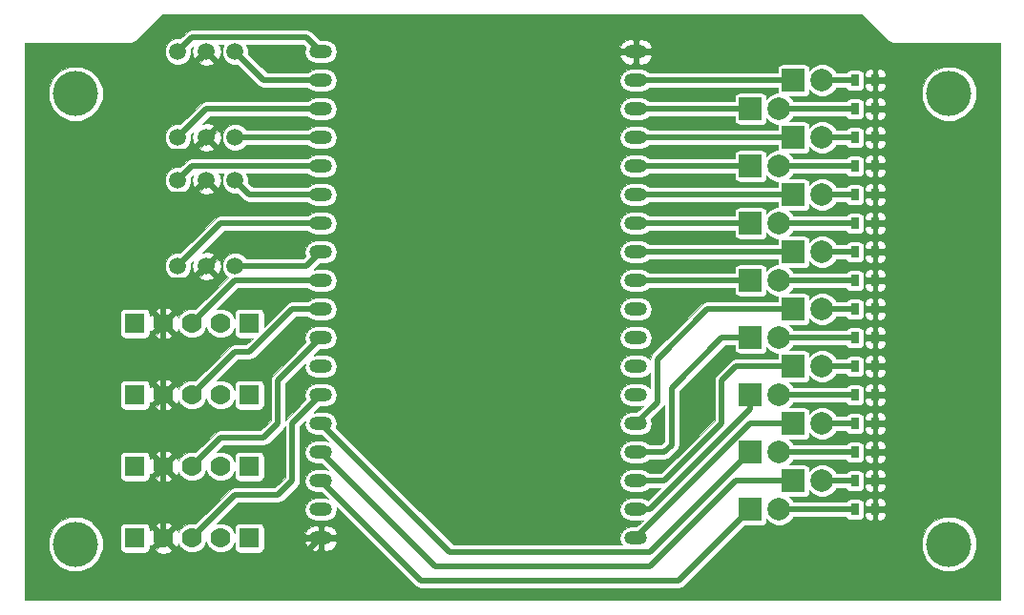
<source format=gbr>
G04 #@! TF.FileFunction,Copper,L2,Bot,Signal*
%FSLAX46Y46*%
G04 Gerber Fmt 4.6, Leading zero omitted, Abs format (unit mm)*
G04 Created by KiCad (PCBNEW 4.0.5) date 02/22/17 15:32:43*
%MOMM*%
%LPD*%
G01*
G04 APERTURE LIST*
%ADD10C,0.100000*%
%ADD11R,2.000000X2.000000*%
%ADD12C,2.000000*%
%ADD13R,0.800000X1.000000*%
%ADD14O,2.000000X1.200000*%
%ADD15C,1.500000*%
%ADD16C,1.770000*%
%ADD17R,1.770000X1.770000*%
%ADD18C,4.000000*%
%ADD19C,0.500000*%
%ADD20C,0.026000*%
G04 APERTURE END LIST*
D10*
D11*
X64890000Y-36830000D03*
D12*
X67430000Y-36830000D03*
D11*
X68700000Y-3810000D03*
D12*
X71240000Y-3810000D03*
D11*
X64890000Y-6350000D03*
D12*
X67430000Y-6350000D03*
D11*
X68700000Y-8890000D03*
D12*
X71240000Y-8890000D03*
D11*
X64890000Y-11430000D03*
D12*
X67430000Y-11430000D03*
D11*
X68700000Y-13970000D03*
D12*
X71240000Y-13970000D03*
D11*
X64890000Y-16510000D03*
D12*
X67430000Y-16510000D03*
D11*
X68700000Y-19050000D03*
D12*
X71240000Y-19050000D03*
D13*
X75950000Y-36830000D03*
X74150000Y-36830000D03*
X75950000Y-3810000D03*
X74150000Y-3810000D03*
X75950000Y-6350000D03*
X74150000Y-6350000D03*
X75950000Y-8890000D03*
X74150000Y-8890000D03*
X75950000Y-11430000D03*
X74150000Y-11430000D03*
X75950000Y-13970000D03*
X74150000Y-13970000D03*
X75950000Y-16510000D03*
X74150000Y-16510000D03*
X75950000Y-19050000D03*
X74150000Y-19050000D03*
D14*
X26790000Y-1270000D03*
X26790000Y-3810000D03*
X26790000Y-6350000D03*
X26790000Y-8890000D03*
X26790000Y-11430000D03*
X26790000Y-13970000D03*
X26790000Y-16510000D03*
X26790000Y-19050000D03*
X26790000Y-21590000D03*
X26790000Y-24130000D03*
X26790000Y-26670000D03*
X26790000Y-29210000D03*
X26790000Y-31750000D03*
X26790000Y-34290000D03*
X26790000Y-36830000D03*
X26790000Y-39370000D03*
X26790000Y-41910000D03*
X26790000Y-44450000D03*
X54730000Y-44450000D03*
X54730000Y-41910000D03*
X54730000Y-39370000D03*
X54730000Y-36830000D03*
X54730000Y-34290000D03*
X54730000Y-31750000D03*
X54730000Y-29210000D03*
X54730000Y-26670000D03*
X54730000Y-24130000D03*
X54730000Y-21590000D03*
X54730000Y-19050000D03*
X54730000Y-16510000D03*
X54730000Y-13970000D03*
X54730000Y-11430000D03*
X54730000Y-8890000D03*
X54730000Y-6350000D03*
X54730000Y-3810000D03*
X54730000Y-1270000D03*
D15*
X19170000Y-1270000D03*
X16630000Y-1270000D03*
X14090000Y-1270000D03*
X14090000Y-8890000D03*
X16630000Y-8890000D03*
X19170000Y-8890000D03*
X19170000Y-12700000D03*
X16630000Y-12700000D03*
X14090000Y-12700000D03*
X14090000Y-20320000D03*
X16630000Y-20320000D03*
X19170000Y-20320000D03*
D16*
X17900000Y-25400000D03*
X15360000Y-25400000D03*
X12820000Y-25400000D03*
D17*
X10280000Y-25400000D03*
X20440000Y-25400000D03*
D16*
X17900000Y-31750000D03*
X15360000Y-31750000D03*
X12820000Y-31750000D03*
D17*
X10280000Y-31750000D03*
X20440000Y-31750000D03*
D16*
X17900000Y-38100000D03*
X15360000Y-38100000D03*
X12820000Y-38100000D03*
D17*
X10280000Y-38100000D03*
X20440000Y-38100000D03*
D16*
X17900000Y-44450000D03*
X15360000Y-44450000D03*
X12820000Y-44450000D03*
D17*
X10280000Y-44450000D03*
X20440000Y-44450000D03*
D11*
X64890000Y-21590000D03*
D12*
X67430000Y-21590000D03*
D11*
X68700000Y-24130000D03*
D12*
X71240000Y-24130000D03*
D11*
X64890000Y-26670000D03*
D12*
X67430000Y-26670000D03*
D11*
X68700000Y-29210000D03*
D12*
X71240000Y-29210000D03*
D11*
X64890000Y-31750000D03*
D12*
X67430000Y-31750000D03*
D11*
X68700000Y-34290000D03*
D12*
X71240000Y-34290000D03*
D13*
X75950000Y-21590000D03*
X74150000Y-21590000D03*
X75950000Y-24130000D03*
X74150000Y-24130000D03*
X75950000Y-26670000D03*
X74150000Y-26670000D03*
X75950000Y-29210000D03*
X74150000Y-29210000D03*
X75950000Y-31750000D03*
X74150000Y-31750000D03*
X75950000Y-34290000D03*
X74150000Y-34290000D03*
D11*
X68700000Y-39370000D03*
D12*
X71240000Y-39370000D03*
D11*
X64890000Y-41910000D03*
D12*
X67430000Y-41910000D03*
D13*
X75950000Y-39370000D03*
X74150000Y-39370000D03*
X75950000Y-41910000D03*
X74150000Y-41910000D03*
D18*
X82500000Y-5000000D03*
X82500000Y-45000000D03*
X5000000Y-45000000D03*
X5000000Y-5000000D03*
D19*
X64890000Y-36830000D02*
X56000000Y-45720000D01*
X38220000Y-45720000D02*
X26790000Y-34290000D01*
X56000000Y-45720000D02*
X38220000Y-45720000D01*
X74150000Y-36830000D02*
X67430000Y-36830000D01*
X54730000Y-3810000D02*
X68700000Y-3810000D01*
X74150000Y-3810000D02*
X71240000Y-3810000D01*
X64890000Y-6350000D02*
X54730000Y-6350000D01*
X74150000Y-6350000D02*
X67430000Y-6350000D01*
X68700000Y-8890000D02*
X54730000Y-8890000D01*
X74150000Y-8890000D02*
X71240000Y-8890000D01*
X54730000Y-11430000D02*
X64890000Y-11430000D01*
X74150000Y-11430000D02*
X67430000Y-11430000D01*
X54730000Y-13970000D02*
X68700000Y-13970000D01*
X74150000Y-13970000D02*
X71240000Y-13970000D01*
X64890000Y-16510000D02*
X54730000Y-16510000D01*
X74150000Y-16510000D02*
X67430000Y-16510000D01*
X54730000Y-19050000D02*
X68700000Y-19050000D01*
X74150000Y-19050000D02*
X71240000Y-19050000D01*
X26790000Y-44450000D02*
X24250000Y-46990000D01*
X15360000Y-46990000D02*
X12820000Y-44450000D01*
X24250000Y-46990000D02*
X15360000Y-46990000D01*
X12820000Y-25400000D02*
X12820000Y-21590000D01*
X12820000Y-31750000D02*
X12820000Y-25400000D01*
X12820000Y-38100000D02*
X12820000Y-31750000D01*
X12820000Y-44450000D02*
X12820000Y-38100000D01*
X16630000Y-8890000D02*
X15360000Y-10160000D01*
X15360000Y-10160000D02*
X12820000Y-10160000D01*
X16630000Y-12700000D02*
X15360000Y-13970000D01*
X15360000Y-13970000D02*
X12820000Y-13970000D01*
X16630000Y-20320000D02*
X15360000Y-21590000D01*
X15360000Y-21590000D02*
X12820000Y-21590000D01*
X12820000Y-5080000D02*
X12820000Y-10160000D01*
X12820000Y-10160000D02*
X12820000Y-13970000D01*
X12820000Y-13970000D02*
X12820000Y-21590000D01*
X12820000Y-5080000D02*
X16630000Y-1270000D01*
X19170000Y-20320000D02*
X25520000Y-20320000D01*
X25520000Y-20320000D02*
X26790000Y-19050000D01*
X14090000Y-20320000D02*
X17900000Y-16510000D01*
X17900000Y-16510000D02*
X26790000Y-16510000D01*
X19170000Y-12700000D02*
X20440000Y-13970000D01*
X20440000Y-13970000D02*
X26790000Y-13970000D01*
X14090000Y-12700000D02*
X15360000Y-11430000D01*
X15360000Y-11430000D02*
X26790000Y-11430000D01*
X19170000Y-8890000D02*
X26790000Y-8890000D01*
X14090000Y-8890000D02*
X16630000Y-6350000D01*
X16630000Y-6350000D02*
X26790000Y-6350000D01*
X19170000Y-1270000D02*
X21710000Y-3810000D01*
X21710000Y-3810000D02*
X26790000Y-3810000D01*
X14090000Y-1270000D02*
X15360000Y0D01*
X25520000Y0D02*
X26790000Y-1270000D01*
X15360000Y0D02*
X25520000Y0D01*
X15360000Y-44450000D02*
X19170000Y-40640000D01*
X24250000Y-34290000D02*
X26790000Y-31750000D01*
X24250000Y-39370000D02*
X24250000Y-34290000D01*
X22980000Y-40640000D02*
X24250000Y-39370000D01*
X19170000Y-40640000D02*
X22980000Y-40640000D01*
X26790000Y-26670000D02*
X22980000Y-30480000D01*
X17900000Y-35560000D02*
X15360000Y-38100000D01*
X21710000Y-35560000D02*
X17900000Y-35560000D01*
X22980000Y-34290000D02*
X21710000Y-35560000D01*
X22980000Y-30480000D02*
X22980000Y-34290000D01*
X15360000Y-31750000D02*
X19170000Y-27940000D01*
X24250000Y-24130000D02*
X26790000Y-24130000D01*
X20440000Y-27940000D02*
X24250000Y-24130000D01*
X19170000Y-27940000D02*
X20440000Y-27940000D01*
X15360000Y-25400000D02*
X19170000Y-21590000D01*
X19170000Y-21590000D02*
X26790000Y-21590000D01*
X64890000Y-21590000D02*
X54730000Y-21590000D01*
X74150000Y-21590000D02*
X67430000Y-21590000D01*
X54730000Y-34290000D02*
X54730000Y-34290000D01*
X61080000Y-24130000D02*
X68700000Y-24130000D01*
X56635000Y-28575000D02*
X61080000Y-24130000D01*
X56635000Y-32385000D02*
X56635000Y-28575000D01*
X54730000Y-34290000D02*
X56635000Y-32385000D01*
X74150000Y-24130000D02*
X71240000Y-24130000D01*
X54730000Y-36830000D02*
X57270000Y-36830000D01*
X62350000Y-26670000D02*
X64890000Y-26670000D01*
X57905000Y-31115000D02*
X62350000Y-26670000D01*
X57905000Y-36195000D02*
X57905000Y-31115000D01*
X57270000Y-36830000D02*
X57905000Y-36195000D01*
X74150000Y-26670000D02*
X67430000Y-26670000D01*
X54730000Y-39370000D02*
X57270000Y-39370000D01*
X63620000Y-29210000D02*
X68700000Y-29210000D01*
X62350000Y-30480000D02*
X63620000Y-29210000D01*
X62350000Y-34290000D02*
X62350000Y-30480000D01*
X57270000Y-39370000D02*
X62350000Y-34290000D01*
X74150000Y-29210000D02*
X71240000Y-29210000D01*
X64890000Y-31750000D02*
X64890000Y-33020000D01*
X64890000Y-33020000D02*
X56000000Y-41910000D01*
X54730000Y-41910000D02*
X56000000Y-41910000D01*
X74150000Y-31750000D02*
X67430000Y-31750000D01*
X54730000Y-44450000D02*
X64890000Y-34290000D01*
X64890000Y-34290000D02*
X68700000Y-34290000D01*
X74150000Y-34290000D02*
X71240000Y-34290000D01*
X68700000Y-39370000D02*
X63620000Y-39370000D01*
X36950000Y-46990000D02*
X26790000Y-36830000D01*
X56000000Y-46990000D02*
X36950000Y-46990000D01*
X63620000Y-39370000D02*
X56000000Y-46990000D01*
X71240000Y-39370000D02*
X74150000Y-39370000D01*
X64890000Y-41910000D02*
X58540000Y-48260000D01*
X35680000Y-48260000D02*
X26790000Y-39370000D01*
X58540000Y-48260000D02*
X35680000Y-48260000D01*
X74150000Y-41910000D02*
X67430000Y-41910000D01*
D20*
G36*
X77154932Y-345068D02*
X77313250Y-450853D01*
X77500000Y-488000D01*
X87012000Y-488000D01*
X87012000Y-49987000D01*
X488000Y-49987000D01*
X488000Y-45477870D01*
X2586583Y-45477870D01*
X2953166Y-46365069D01*
X3631361Y-47044449D01*
X4517919Y-47412580D01*
X5477870Y-47413417D01*
X6365069Y-47046834D01*
X7044449Y-46368639D01*
X7412580Y-45482081D01*
X7413417Y-44522130D01*
X7046834Y-43634931D01*
X6977025Y-43565000D01*
X8973909Y-43565000D01*
X8973909Y-45335000D01*
X9002707Y-45488049D01*
X9093159Y-45628614D01*
X9231172Y-45722915D01*
X9395000Y-45756091D01*
X11165000Y-45756091D01*
X11318049Y-45727293D01*
X11458614Y-45636841D01*
X11534288Y-45526089D01*
X12084737Y-45526089D01*
X12184349Y-45734912D01*
X12724450Y-45880357D01*
X13279098Y-45808042D01*
X13455651Y-45734912D01*
X13555263Y-45526089D01*
X12820000Y-44790825D01*
X12084737Y-45526089D01*
X11534288Y-45526089D01*
X11552915Y-45498828D01*
X11586091Y-45335000D01*
X11586091Y-45109980D01*
X11743911Y-45185263D01*
X12479175Y-44450000D01*
X11743911Y-43714737D01*
X11586091Y-43790020D01*
X11586091Y-43565000D01*
X11557293Y-43411951D01*
X11532815Y-43373911D01*
X12084737Y-43373911D01*
X12820000Y-44109175D01*
X13555263Y-43373911D01*
X13455651Y-43165088D01*
X12915550Y-43019643D01*
X12360902Y-43091958D01*
X12184349Y-43165088D01*
X12084737Y-43373911D01*
X11532815Y-43373911D01*
X11466841Y-43271386D01*
X11328828Y-43177085D01*
X11165000Y-43143909D01*
X9395000Y-43143909D01*
X9241951Y-43172707D01*
X9101386Y-43263159D01*
X9007085Y-43401172D01*
X8973909Y-43565000D01*
X6977025Y-43565000D01*
X6368639Y-42955551D01*
X5482081Y-42587420D01*
X4522130Y-42586583D01*
X3634931Y-42953166D01*
X2955551Y-43631361D01*
X2587420Y-44517919D01*
X2586583Y-45477870D01*
X488000Y-45477870D01*
X488000Y-37215000D01*
X8973909Y-37215000D01*
X8973909Y-38985000D01*
X9002707Y-39138049D01*
X9093159Y-39278614D01*
X9231172Y-39372915D01*
X9395000Y-39406091D01*
X11165000Y-39406091D01*
X11318049Y-39377293D01*
X11458614Y-39286841D01*
X11534288Y-39176089D01*
X12084737Y-39176089D01*
X12184349Y-39384912D01*
X12724450Y-39530357D01*
X13279098Y-39458042D01*
X13455651Y-39384912D01*
X13555263Y-39176089D01*
X12820000Y-38440825D01*
X12084737Y-39176089D01*
X11534288Y-39176089D01*
X11552915Y-39148828D01*
X11586091Y-38985000D01*
X11586091Y-38759980D01*
X11743911Y-38835263D01*
X12479175Y-38100000D01*
X13160825Y-38100000D01*
X13896089Y-38835263D01*
X14104912Y-38735651D01*
X14149616Y-38569646D01*
X14258968Y-38834297D01*
X14623782Y-39199749D01*
X15100679Y-39397774D01*
X15617055Y-39398225D01*
X16094297Y-39201032D01*
X16459749Y-38836218D01*
X16630175Y-38425787D01*
X16798968Y-38834297D01*
X17163782Y-39199749D01*
X17640679Y-39397774D01*
X18157055Y-39398225D01*
X18634297Y-39201032D01*
X18999749Y-38836218D01*
X19133909Y-38513125D01*
X19133909Y-38985000D01*
X19162707Y-39138049D01*
X19253159Y-39278614D01*
X19391172Y-39372915D01*
X19555000Y-39406091D01*
X21325000Y-39406091D01*
X21478049Y-39377293D01*
X21618614Y-39286841D01*
X21712915Y-39148828D01*
X21746091Y-38985000D01*
X21746091Y-37215000D01*
X21717293Y-37061951D01*
X21626841Y-36921386D01*
X21488828Y-36827085D01*
X21325000Y-36793909D01*
X19555000Y-36793909D01*
X19401951Y-36822707D01*
X19261386Y-36913159D01*
X19167085Y-37051172D01*
X19133909Y-37215000D01*
X19133909Y-37687289D01*
X19001032Y-37365703D01*
X18636218Y-37000251D01*
X18159321Y-36802226D01*
X17642945Y-36801775D01*
X17562686Y-36834938D01*
X18174623Y-36223000D01*
X21710000Y-36223000D01*
X21963719Y-36172532D01*
X22178812Y-36028812D01*
X23448812Y-34758812D01*
X23587000Y-34551998D01*
X23587000Y-39095376D01*
X22705376Y-39977000D01*
X19170005Y-39977000D01*
X19170000Y-39976999D01*
X18916281Y-40027468D01*
X18701188Y-40171188D01*
X15690566Y-43181810D01*
X15619321Y-43152226D01*
X15102945Y-43151775D01*
X14625703Y-43348968D01*
X14260251Y-43713782D01*
X14161632Y-43951284D01*
X14104912Y-43814349D01*
X13896089Y-43714737D01*
X13160825Y-44450000D01*
X13896089Y-45185263D01*
X14104912Y-45085651D01*
X14149616Y-44919646D01*
X14258968Y-45184297D01*
X14623782Y-45549749D01*
X15100679Y-45747774D01*
X15617055Y-45748225D01*
X16094297Y-45551032D01*
X16459749Y-45186218D01*
X16630175Y-44775787D01*
X16798968Y-45184297D01*
X17163782Y-45549749D01*
X17640679Y-45747774D01*
X18157055Y-45748225D01*
X18634297Y-45551032D01*
X18999749Y-45186218D01*
X19133909Y-44863125D01*
X19133909Y-45335000D01*
X19162707Y-45488049D01*
X19253159Y-45628614D01*
X19391172Y-45722915D01*
X19555000Y-45756091D01*
X21325000Y-45756091D01*
X21478049Y-45727293D01*
X21618614Y-45636841D01*
X21712915Y-45498828D01*
X21746091Y-45335000D01*
X21746091Y-44859295D01*
X25346391Y-44859295D01*
X25562840Y-45247502D01*
X25930994Y-45503336D01*
X26369028Y-45598810D01*
X26549000Y-45457697D01*
X26549000Y-44691000D01*
X27031000Y-44691000D01*
X27031000Y-45457697D01*
X27210972Y-45598810D01*
X27649006Y-45503336D01*
X28017160Y-45247502D01*
X28233609Y-44859295D01*
X28150991Y-44691000D01*
X27031000Y-44691000D01*
X26549000Y-44691000D01*
X25429009Y-44691000D01*
X25346391Y-44859295D01*
X21746091Y-44859295D01*
X21746091Y-44040705D01*
X25346391Y-44040705D01*
X25429009Y-44209000D01*
X26549000Y-44209000D01*
X26549000Y-43442303D01*
X27031000Y-43442303D01*
X27031000Y-44209000D01*
X28150991Y-44209000D01*
X28233609Y-44040705D01*
X28017160Y-43652498D01*
X27649006Y-43396664D01*
X27210972Y-43301190D01*
X27031000Y-43442303D01*
X26549000Y-43442303D01*
X26369028Y-43301190D01*
X25930994Y-43396664D01*
X25562840Y-43652498D01*
X25346391Y-44040705D01*
X21746091Y-44040705D01*
X21746091Y-43565000D01*
X21717293Y-43411951D01*
X21626841Y-43271386D01*
X21488828Y-43177085D01*
X21325000Y-43143909D01*
X19555000Y-43143909D01*
X19401951Y-43172707D01*
X19261386Y-43263159D01*
X19167085Y-43401172D01*
X19133909Y-43565000D01*
X19133909Y-44037289D01*
X19001032Y-43715703D01*
X18636218Y-43350251D01*
X18159321Y-43152226D01*
X17642945Y-43151775D01*
X17562687Y-43184937D01*
X19444624Y-41303000D01*
X22980000Y-41303000D01*
X23233719Y-41252532D01*
X23448812Y-41108812D01*
X24718812Y-39838812D01*
X24862532Y-39623719D01*
X24913000Y-39370000D01*
X24913000Y-34564624D01*
X25389467Y-34088157D01*
X25349318Y-34290000D01*
X25426428Y-34677658D01*
X25646019Y-35006299D01*
X25974660Y-35225890D01*
X26362318Y-35303000D01*
X26865376Y-35303000D01*
X27419525Y-35857149D01*
X27217682Y-35817000D01*
X26362318Y-35817000D01*
X25974660Y-35894110D01*
X25646019Y-36113701D01*
X25426428Y-36442342D01*
X25349318Y-36830000D01*
X25426428Y-37217658D01*
X25646019Y-37546299D01*
X25974660Y-37765890D01*
X26362318Y-37843000D01*
X26865376Y-37843000D01*
X27419525Y-38397149D01*
X27217682Y-38357000D01*
X26362318Y-38357000D01*
X25974660Y-38434110D01*
X25646019Y-38653701D01*
X25426428Y-38982342D01*
X25349318Y-39370000D01*
X25426428Y-39757658D01*
X25646019Y-40086299D01*
X25974660Y-40305890D01*
X26362318Y-40383000D01*
X26865376Y-40383000D01*
X27419525Y-40937149D01*
X27217682Y-40897000D01*
X26362318Y-40897000D01*
X25974660Y-40974110D01*
X25646019Y-41193701D01*
X25426428Y-41522342D01*
X25349318Y-41910000D01*
X25426428Y-42297658D01*
X25646019Y-42626299D01*
X25974660Y-42845890D01*
X26362318Y-42923000D01*
X27217682Y-42923000D01*
X27605340Y-42845890D01*
X27933981Y-42626299D01*
X28153572Y-42297658D01*
X28230682Y-41910000D01*
X28190533Y-41708157D01*
X35211186Y-48728809D01*
X35211188Y-48728812D01*
X35426281Y-48872532D01*
X35680000Y-48923001D01*
X35680005Y-48923000D01*
X58540000Y-48923000D01*
X58793719Y-48872532D01*
X59008812Y-48728812D01*
X62259754Y-45477870D01*
X80086583Y-45477870D01*
X80453166Y-46365069D01*
X81131361Y-47044449D01*
X82017919Y-47412580D01*
X82977870Y-47413417D01*
X83865069Y-47046834D01*
X84544449Y-46368639D01*
X84912580Y-45482081D01*
X84913417Y-44522130D01*
X84546834Y-43634931D01*
X83868639Y-42955551D01*
X82982081Y-42587420D01*
X82022130Y-42586583D01*
X81134931Y-42953166D01*
X80455551Y-43631361D01*
X80087420Y-44517919D01*
X80086583Y-45477870D01*
X62259754Y-45477870D01*
X64406533Y-43331091D01*
X65890000Y-43331091D01*
X66043049Y-43302293D01*
X66183614Y-43211841D01*
X66277915Y-43073828D01*
X66311091Y-42910000D01*
X66311091Y-42789165D01*
X66628555Y-43107184D01*
X67147704Y-43322754D01*
X67709830Y-43323244D01*
X68229354Y-43108581D01*
X68627184Y-42711445D01*
X68684672Y-42573000D01*
X73364110Y-42573000D01*
X73448159Y-42703614D01*
X73586172Y-42797915D01*
X73750000Y-42831091D01*
X74550000Y-42831091D01*
X74703049Y-42802293D01*
X74843614Y-42711841D01*
X74937915Y-42573828D01*
X74971091Y-42410000D01*
X74971091Y-42281250D01*
X75029000Y-42281250D01*
X75029000Y-42513634D01*
X75108318Y-42705123D01*
X75254878Y-42851683D01*
X75446367Y-42931000D01*
X75619750Y-42931000D01*
X75750000Y-42800750D01*
X75750000Y-42151000D01*
X76150000Y-42151000D01*
X76150000Y-42800750D01*
X76280250Y-42931000D01*
X76453633Y-42931000D01*
X76645122Y-42851683D01*
X76791682Y-42705123D01*
X76871000Y-42513634D01*
X76871000Y-42281250D01*
X76740750Y-42151000D01*
X76150000Y-42151000D01*
X75750000Y-42151000D01*
X75159250Y-42151000D01*
X75029000Y-42281250D01*
X74971091Y-42281250D01*
X74971091Y-41410000D01*
X74951592Y-41306366D01*
X75029000Y-41306366D01*
X75029000Y-41538750D01*
X75159250Y-41669000D01*
X75750000Y-41669000D01*
X75750000Y-41019250D01*
X76150000Y-41019250D01*
X76150000Y-41669000D01*
X76740750Y-41669000D01*
X76871000Y-41538750D01*
X76871000Y-41306366D01*
X76791682Y-41114877D01*
X76645122Y-40968317D01*
X76453633Y-40889000D01*
X76280250Y-40889000D01*
X76150000Y-41019250D01*
X75750000Y-41019250D01*
X75619750Y-40889000D01*
X75446367Y-40889000D01*
X75254878Y-40968317D01*
X75108318Y-41114877D01*
X75029000Y-41306366D01*
X74951592Y-41306366D01*
X74942293Y-41256951D01*
X74851841Y-41116386D01*
X74713828Y-41022085D01*
X74550000Y-40988909D01*
X73750000Y-40988909D01*
X73596951Y-41017707D01*
X73456386Y-41108159D01*
X73362085Y-41246172D01*
X73361917Y-41247000D01*
X68684921Y-41247000D01*
X68628581Y-41110646D01*
X68309583Y-40791091D01*
X69700000Y-40791091D01*
X69853049Y-40762293D01*
X69993614Y-40671841D01*
X70087915Y-40533828D01*
X70121091Y-40370000D01*
X70121091Y-40249165D01*
X70438555Y-40567184D01*
X70957704Y-40782754D01*
X71519830Y-40783244D01*
X72039354Y-40568581D01*
X72437184Y-40171445D01*
X72494672Y-40033000D01*
X73364110Y-40033000D01*
X73448159Y-40163614D01*
X73586172Y-40257915D01*
X73750000Y-40291091D01*
X74550000Y-40291091D01*
X74703049Y-40262293D01*
X74843614Y-40171841D01*
X74937915Y-40033828D01*
X74971091Y-39870000D01*
X74971091Y-39741250D01*
X75029000Y-39741250D01*
X75029000Y-39973634D01*
X75108318Y-40165123D01*
X75254878Y-40311683D01*
X75446367Y-40391000D01*
X75619750Y-40391000D01*
X75750000Y-40260750D01*
X75750000Y-39611000D01*
X76150000Y-39611000D01*
X76150000Y-40260750D01*
X76280250Y-40391000D01*
X76453633Y-40391000D01*
X76645122Y-40311683D01*
X76791682Y-40165123D01*
X76871000Y-39973634D01*
X76871000Y-39741250D01*
X76740750Y-39611000D01*
X76150000Y-39611000D01*
X75750000Y-39611000D01*
X75159250Y-39611000D01*
X75029000Y-39741250D01*
X74971091Y-39741250D01*
X74971091Y-38870000D01*
X74951592Y-38766366D01*
X75029000Y-38766366D01*
X75029000Y-38998750D01*
X75159250Y-39129000D01*
X75750000Y-39129000D01*
X75750000Y-38479250D01*
X76150000Y-38479250D01*
X76150000Y-39129000D01*
X76740750Y-39129000D01*
X76871000Y-38998750D01*
X76871000Y-38766366D01*
X76791682Y-38574877D01*
X76645122Y-38428317D01*
X76453633Y-38349000D01*
X76280250Y-38349000D01*
X76150000Y-38479250D01*
X75750000Y-38479250D01*
X75619750Y-38349000D01*
X75446367Y-38349000D01*
X75254878Y-38428317D01*
X75108318Y-38574877D01*
X75029000Y-38766366D01*
X74951592Y-38766366D01*
X74942293Y-38716951D01*
X74851841Y-38576386D01*
X74713828Y-38482085D01*
X74550000Y-38448909D01*
X73750000Y-38448909D01*
X73596951Y-38477707D01*
X73456386Y-38568159D01*
X73362085Y-38706172D01*
X73361917Y-38707000D01*
X72494921Y-38707000D01*
X72438581Y-38570646D01*
X72041445Y-38172816D01*
X71522296Y-37957246D01*
X70960170Y-37956756D01*
X70440646Y-38171419D01*
X70121091Y-38490417D01*
X70121091Y-38370000D01*
X70092293Y-38216951D01*
X70001841Y-38076386D01*
X69863828Y-37982085D01*
X69700000Y-37948909D01*
X68309165Y-37948909D01*
X68627184Y-37631445D01*
X68684672Y-37493000D01*
X73364110Y-37493000D01*
X73448159Y-37623614D01*
X73586172Y-37717915D01*
X73750000Y-37751091D01*
X74550000Y-37751091D01*
X74703049Y-37722293D01*
X74843614Y-37631841D01*
X74937915Y-37493828D01*
X74971091Y-37330000D01*
X74971091Y-37201250D01*
X75029000Y-37201250D01*
X75029000Y-37433634D01*
X75108318Y-37625123D01*
X75254878Y-37771683D01*
X75446367Y-37851000D01*
X75619750Y-37851000D01*
X75750000Y-37720750D01*
X75750000Y-37071000D01*
X76150000Y-37071000D01*
X76150000Y-37720750D01*
X76280250Y-37851000D01*
X76453633Y-37851000D01*
X76645122Y-37771683D01*
X76791682Y-37625123D01*
X76871000Y-37433634D01*
X76871000Y-37201250D01*
X76740750Y-37071000D01*
X76150000Y-37071000D01*
X75750000Y-37071000D01*
X75159250Y-37071000D01*
X75029000Y-37201250D01*
X74971091Y-37201250D01*
X74971091Y-36330000D01*
X74951592Y-36226366D01*
X75029000Y-36226366D01*
X75029000Y-36458750D01*
X75159250Y-36589000D01*
X75750000Y-36589000D01*
X75750000Y-35939250D01*
X76150000Y-35939250D01*
X76150000Y-36589000D01*
X76740750Y-36589000D01*
X76871000Y-36458750D01*
X76871000Y-36226366D01*
X76791682Y-36034877D01*
X76645122Y-35888317D01*
X76453633Y-35809000D01*
X76280250Y-35809000D01*
X76150000Y-35939250D01*
X75750000Y-35939250D01*
X75619750Y-35809000D01*
X75446367Y-35809000D01*
X75254878Y-35888317D01*
X75108318Y-36034877D01*
X75029000Y-36226366D01*
X74951592Y-36226366D01*
X74942293Y-36176951D01*
X74851841Y-36036386D01*
X74713828Y-35942085D01*
X74550000Y-35908909D01*
X73750000Y-35908909D01*
X73596951Y-35937707D01*
X73456386Y-36028159D01*
X73362085Y-36166172D01*
X73361917Y-36167000D01*
X68684921Y-36167000D01*
X68628581Y-36030646D01*
X68309583Y-35711091D01*
X69700000Y-35711091D01*
X69853049Y-35682293D01*
X69993614Y-35591841D01*
X70087915Y-35453828D01*
X70121091Y-35290000D01*
X70121091Y-35169165D01*
X70438555Y-35487184D01*
X70957704Y-35702754D01*
X71519830Y-35703244D01*
X72039354Y-35488581D01*
X72437184Y-35091445D01*
X72494672Y-34953000D01*
X73364110Y-34953000D01*
X73448159Y-35083614D01*
X73586172Y-35177915D01*
X73750000Y-35211091D01*
X74550000Y-35211091D01*
X74703049Y-35182293D01*
X74843614Y-35091841D01*
X74937915Y-34953828D01*
X74971091Y-34790000D01*
X74971091Y-34661250D01*
X75029000Y-34661250D01*
X75029000Y-34893634D01*
X75108318Y-35085123D01*
X75254878Y-35231683D01*
X75446367Y-35311000D01*
X75619750Y-35311000D01*
X75750000Y-35180750D01*
X75750000Y-34531000D01*
X76150000Y-34531000D01*
X76150000Y-35180750D01*
X76280250Y-35311000D01*
X76453633Y-35311000D01*
X76645122Y-35231683D01*
X76791682Y-35085123D01*
X76871000Y-34893634D01*
X76871000Y-34661250D01*
X76740750Y-34531000D01*
X76150000Y-34531000D01*
X75750000Y-34531000D01*
X75159250Y-34531000D01*
X75029000Y-34661250D01*
X74971091Y-34661250D01*
X74971091Y-33790000D01*
X74951592Y-33686366D01*
X75029000Y-33686366D01*
X75029000Y-33918750D01*
X75159250Y-34049000D01*
X75750000Y-34049000D01*
X75750000Y-33399250D01*
X76150000Y-33399250D01*
X76150000Y-34049000D01*
X76740750Y-34049000D01*
X76871000Y-33918750D01*
X76871000Y-33686366D01*
X76791682Y-33494877D01*
X76645122Y-33348317D01*
X76453633Y-33269000D01*
X76280250Y-33269000D01*
X76150000Y-33399250D01*
X75750000Y-33399250D01*
X75619750Y-33269000D01*
X75446367Y-33269000D01*
X75254878Y-33348317D01*
X75108318Y-33494877D01*
X75029000Y-33686366D01*
X74951592Y-33686366D01*
X74942293Y-33636951D01*
X74851841Y-33496386D01*
X74713828Y-33402085D01*
X74550000Y-33368909D01*
X73750000Y-33368909D01*
X73596951Y-33397707D01*
X73456386Y-33488159D01*
X73362085Y-33626172D01*
X73361917Y-33627000D01*
X72494921Y-33627000D01*
X72438581Y-33490646D01*
X72041445Y-33092816D01*
X71522296Y-32877246D01*
X70960170Y-32876756D01*
X70440646Y-33091419D01*
X70121091Y-33410417D01*
X70121091Y-33290000D01*
X70092293Y-33136951D01*
X70001841Y-32996386D01*
X69863828Y-32902085D01*
X69700000Y-32868909D01*
X68309165Y-32868909D01*
X68627184Y-32551445D01*
X68684672Y-32413000D01*
X73364110Y-32413000D01*
X73448159Y-32543614D01*
X73586172Y-32637915D01*
X73750000Y-32671091D01*
X74550000Y-32671091D01*
X74703049Y-32642293D01*
X74843614Y-32551841D01*
X74937915Y-32413828D01*
X74971091Y-32250000D01*
X74971091Y-32121250D01*
X75029000Y-32121250D01*
X75029000Y-32353634D01*
X75108318Y-32545123D01*
X75254878Y-32691683D01*
X75446367Y-32771000D01*
X75619750Y-32771000D01*
X75750000Y-32640750D01*
X75750000Y-31991000D01*
X76150000Y-31991000D01*
X76150000Y-32640750D01*
X76280250Y-32771000D01*
X76453633Y-32771000D01*
X76645122Y-32691683D01*
X76791682Y-32545123D01*
X76871000Y-32353634D01*
X76871000Y-32121250D01*
X76740750Y-31991000D01*
X76150000Y-31991000D01*
X75750000Y-31991000D01*
X75159250Y-31991000D01*
X75029000Y-32121250D01*
X74971091Y-32121250D01*
X74971091Y-31250000D01*
X74951592Y-31146366D01*
X75029000Y-31146366D01*
X75029000Y-31378750D01*
X75159250Y-31509000D01*
X75750000Y-31509000D01*
X75750000Y-30859250D01*
X76150000Y-30859250D01*
X76150000Y-31509000D01*
X76740750Y-31509000D01*
X76871000Y-31378750D01*
X76871000Y-31146366D01*
X76791682Y-30954877D01*
X76645122Y-30808317D01*
X76453633Y-30729000D01*
X76280250Y-30729000D01*
X76150000Y-30859250D01*
X75750000Y-30859250D01*
X75619750Y-30729000D01*
X75446367Y-30729000D01*
X75254878Y-30808317D01*
X75108318Y-30954877D01*
X75029000Y-31146366D01*
X74951592Y-31146366D01*
X74942293Y-31096951D01*
X74851841Y-30956386D01*
X74713828Y-30862085D01*
X74550000Y-30828909D01*
X73750000Y-30828909D01*
X73596951Y-30857707D01*
X73456386Y-30948159D01*
X73362085Y-31086172D01*
X73361917Y-31087000D01*
X68684921Y-31087000D01*
X68628581Y-30950646D01*
X68309583Y-30631091D01*
X69700000Y-30631091D01*
X69853049Y-30602293D01*
X69993614Y-30511841D01*
X70087915Y-30373828D01*
X70121091Y-30210000D01*
X70121091Y-30089165D01*
X70438555Y-30407184D01*
X70957704Y-30622754D01*
X71519830Y-30623244D01*
X72039354Y-30408581D01*
X72437184Y-30011445D01*
X72494672Y-29873000D01*
X73364110Y-29873000D01*
X73448159Y-30003614D01*
X73586172Y-30097915D01*
X73750000Y-30131091D01*
X74550000Y-30131091D01*
X74703049Y-30102293D01*
X74843614Y-30011841D01*
X74937915Y-29873828D01*
X74971091Y-29710000D01*
X74971091Y-29581250D01*
X75029000Y-29581250D01*
X75029000Y-29813634D01*
X75108318Y-30005123D01*
X75254878Y-30151683D01*
X75446367Y-30231000D01*
X75619750Y-30231000D01*
X75750000Y-30100750D01*
X75750000Y-29451000D01*
X76150000Y-29451000D01*
X76150000Y-30100750D01*
X76280250Y-30231000D01*
X76453633Y-30231000D01*
X76645122Y-30151683D01*
X76791682Y-30005123D01*
X76871000Y-29813634D01*
X76871000Y-29581250D01*
X76740750Y-29451000D01*
X76150000Y-29451000D01*
X75750000Y-29451000D01*
X75159250Y-29451000D01*
X75029000Y-29581250D01*
X74971091Y-29581250D01*
X74971091Y-28710000D01*
X74951592Y-28606366D01*
X75029000Y-28606366D01*
X75029000Y-28838750D01*
X75159250Y-28969000D01*
X75750000Y-28969000D01*
X75750000Y-28319250D01*
X76150000Y-28319250D01*
X76150000Y-28969000D01*
X76740750Y-28969000D01*
X76871000Y-28838750D01*
X76871000Y-28606366D01*
X76791682Y-28414877D01*
X76645122Y-28268317D01*
X76453633Y-28189000D01*
X76280250Y-28189000D01*
X76150000Y-28319250D01*
X75750000Y-28319250D01*
X75619750Y-28189000D01*
X75446367Y-28189000D01*
X75254878Y-28268317D01*
X75108318Y-28414877D01*
X75029000Y-28606366D01*
X74951592Y-28606366D01*
X74942293Y-28556951D01*
X74851841Y-28416386D01*
X74713828Y-28322085D01*
X74550000Y-28288909D01*
X73750000Y-28288909D01*
X73596951Y-28317707D01*
X73456386Y-28408159D01*
X73362085Y-28546172D01*
X73361917Y-28547000D01*
X72494921Y-28547000D01*
X72438581Y-28410646D01*
X72041445Y-28012816D01*
X71522296Y-27797246D01*
X70960170Y-27796756D01*
X70440646Y-28011419D01*
X70121091Y-28330417D01*
X70121091Y-28210000D01*
X70092293Y-28056951D01*
X70001841Y-27916386D01*
X69863828Y-27822085D01*
X69700000Y-27788909D01*
X68309165Y-27788909D01*
X68627184Y-27471445D01*
X68684672Y-27333000D01*
X73364110Y-27333000D01*
X73448159Y-27463614D01*
X73586172Y-27557915D01*
X73750000Y-27591091D01*
X74550000Y-27591091D01*
X74703049Y-27562293D01*
X74843614Y-27471841D01*
X74937915Y-27333828D01*
X74971091Y-27170000D01*
X74971091Y-27041250D01*
X75029000Y-27041250D01*
X75029000Y-27273634D01*
X75108318Y-27465123D01*
X75254878Y-27611683D01*
X75446367Y-27691000D01*
X75619750Y-27691000D01*
X75750000Y-27560750D01*
X75750000Y-26911000D01*
X76150000Y-26911000D01*
X76150000Y-27560750D01*
X76280250Y-27691000D01*
X76453633Y-27691000D01*
X76645122Y-27611683D01*
X76791682Y-27465123D01*
X76871000Y-27273634D01*
X76871000Y-27041250D01*
X76740750Y-26911000D01*
X76150000Y-26911000D01*
X75750000Y-26911000D01*
X75159250Y-26911000D01*
X75029000Y-27041250D01*
X74971091Y-27041250D01*
X74971091Y-26170000D01*
X74951592Y-26066366D01*
X75029000Y-26066366D01*
X75029000Y-26298750D01*
X75159250Y-26429000D01*
X75750000Y-26429000D01*
X75750000Y-25779250D01*
X76150000Y-25779250D01*
X76150000Y-26429000D01*
X76740750Y-26429000D01*
X76871000Y-26298750D01*
X76871000Y-26066366D01*
X76791682Y-25874877D01*
X76645122Y-25728317D01*
X76453633Y-25649000D01*
X76280250Y-25649000D01*
X76150000Y-25779250D01*
X75750000Y-25779250D01*
X75619750Y-25649000D01*
X75446367Y-25649000D01*
X75254878Y-25728317D01*
X75108318Y-25874877D01*
X75029000Y-26066366D01*
X74951592Y-26066366D01*
X74942293Y-26016951D01*
X74851841Y-25876386D01*
X74713828Y-25782085D01*
X74550000Y-25748909D01*
X73750000Y-25748909D01*
X73596951Y-25777707D01*
X73456386Y-25868159D01*
X73362085Y-26006172D01*
X73361917Y-26007000D01*
X68684921Y-26007000D01*
X68628581Y-25870646D01*
X68309583Y-25551091D01*
X69700000Y-25551091D01*
X69853049Y-25522293D01*
X69993614Y-25431841D01*
X70087915Y-25293828D01*
X70121091Y-25130000D01*
X70121091Y-25009165D01*
X70438555Y-25327184D01*
X70957704Y-25542754D01*
X71519830Y-25543244D01*
X72039354Y-25328581D01*
X72437184Y-24931445D01*
X72494672Y-24793000D01*
X73364110Y-24793000D01*
X73448159Y-24923614D01*
X73586172Y-25017915D01*
X73750000Y-25051091D01*
X74550000Y-25051091D01*
X74703049Y-25022293D01*
X74843614Y-24931841D01*
X74937915Y-24793828D01*
X74971091Y-24630000D01*
X74971091Y-24501250D01*
X75029000Y-24501250D01*
X75029000Y-24733634D01*
X75108318Y-24925123D01*
X75254878Y-25071683D01*
X75446367Y-25151000D01*
X75619750Y-25151000D01*
X75750000Y-25020750D01*
X75750000Y-24371000D01*
X76150000Y-24371000D01*
X76150000Y-25020750D01*
X76280250Y-25151000D01*
X76453633Y-25151000D01*
X76645122Y-25071683D01*
X76791682Y-24925123D01*
X76871000Y-24733634D01*
X76871000Y-24501250D01*
X76740750Y-24371000D01*
X76150000Y-24371000D01*
X75750000Y-24371000D01*
X75159250Y-24371000D01*
X75029000Y-24501250D01*
X74971091Y-24501250D01*
X74971091Y-23630000D01*
X74951592Y-23526366D01*
X75029000Y-23526366D01*
X75029000Y-23758750D01*
X75159250Y-23889000D01*
X75750000Y-23889000D01*
X75750000Y-23239250D01*
X76150000Y-23239250D01*
X76150000Y-23889000D01*
X76740750Y-23889000D01*
X76871000Y-23758750D01*
X76871000Y-23526366D01*
X76791682Y-23334877D01*
X76645122Y-23188317D01*
X76453633Y-23109000D01*
X76280250Y-23109000D01*
X76150000Y-23239250D01*
X75750000Y-23239250D01*
X75619750Y-23109000D01*
X75446367Y-23109000D01*
X75254878Y-23188317D01*
X75108318Y-23334877D01*
X75029000Y-23526366D01*
X74951592Y-23526366D01*
X74942293Y-23476951D01*
X74851841Y-23336386D01*
X74713828Y-23242085D01*
X74550000Y-23208909D01*
X73750000Y-23208909D01*
X73596951Y-23237707D01*
X73456386Y-23328159D01*
X73362085Y-23466172D01*
X73361917Y-23467000D01*
X72494921Y-23467000D01*
X72438581Y-23330646D01*
X72041445Y-22932816D01*
X71522296Y-22717246D01*
X70960170Y-22716756D01*
X70440646Y-22931419D01*
X70121091Y-23250417D01*
X70121091Y-23130000D01*
X70092293Y-22976951D01*
X70001841Y-22836386D01*
X69863828Y-22742085D01*
X69700000Y-22708909D01*
X68309165Y-22708909D01*
X68627184Y-22391445D01*
X68684672Y-22253000D01*
X73364110Y-22253000D01*
X73448159Y-22383614D01*
X73586172Y-22477915D01*
X73750000Y-22511091D01*
X74550000Y-22511091D01*
X74703049Y-22482293D01*
X74843614Y-22391841D01*
X74937915Y-22253828D01*
X74971091Y-22090000D01*
X74971091Y-21961250D01*
X75029000Y-21961250D01*
X75029000Y-22193634D01*
X75108318Y-22385123D01*
X75254878Y-22531683D01*
X75446367Y-22611000D01*
X75619750Y-22611000D01*
X75750000Y-22480750D01*
X75750000Y-21831000D01*
X76150000Y-21831000D01*
X76150000Y-22480750D01*
X76280250Y-22611000D01*
X76453633Y-22611000D01*
X76645122Y-22531683D01*
X76791682Y-22385123D01*
X76871000Y-22193634D01*
X76871000Y-21961250D01*
X76740750Y-21831000D01*
X76150000Y-21831000D01*
X75750000Y-21831000D01*
X75159250Y-21831000D01*
X75029000Y-21961250D01*
X74971091Y-21961250D01*
X74971091Y-21090000D01*
X74951592Y-20986366D01*
X75029000Y-20986366D01*
X75029000Y-21218750D01*
X75159250Y-21349000D01*
X75750000Y-21349000D01*
X75750000Y-20699250D01*
X76150000Y-20699250D01*
X76150000Y-21349000D01*
X76740750Y-21349000D01*
X76871000Y-21218750D01*
X76871000Y-20986366D01*
X76791682Y-20794877D01*
X76645122Y-20648317D01*
X76453633Y-20569000D01*
X76280250Y-20569000D01*
X76150000Y-20699250D01*
X75750000Y-20699250D01*
X75619750Y-20569000D01*
X75446367Y-20569000D01*
X75254878Y-20648317D01*
X75108318Y-20794877D01*
X75029000Y-20986366D01*
X74951592Y-20986366D01*
X74942293Y-20936951D01*
X74851841Y-20796386D01*
X74713828Y-20702085D01*
X74550000Y-20668909D01*
X73750000Y-20668909D01*
X73596951Y-20697707D01*
X73456386Y-20788159D01*
X73362085Y-20926172D01*
X73361917Y-20927000D01*
X68684921Y-20927000D01*
X68628581Y-20790646D01*
X68309583Y-20471091D01*
X69700000Y-20471091D01*
X69853049Y-20442293D01*
X69993614Y-20351841D01*
X70087915Y-20213828D01*
X70121091Y-20050000D01*
X70121091Y-19929165D01*
X70438555Y-20247184D01*
X70957704Y-20462754D01*
X71519830Y-20463244D01*
X72039354Y-20248581D01*
X72437184Y-19851445D01*
X72494672Y-19713000D01*
X73364110Y-19713000D01*
X73448159Y-19843614D01*
X73586172Y-19937915D01*
X73750000Y-19971091D01*
X74550000Y-19971091D01*
X74703049Y-19942293D01*
X74843614Y-19851841D01*
X74937915Y-19713828D01*
X74971091Y-19550000D01*
X74971091Y-19421250D01*
X75029000Y-19421250D01*
X75029000Y-19653634D01*
X75108318Y-19845123D01*
X75254878Y-19991683D01*
X75446367Y-20071000D01*
X75619750Y-20071000D01*
X75750000Y-19940750D01*
X75750000Y-19291000D01*
X76150000Y-19291000D01*
X76150000Y-19940750D01*
X76280250Y-20071000D01*
X76453633Y-20071000D01*
X76645122Y-19991683D01*
X76791682Y-19845123D01*
X76871000Y-19653634D01*
X76871000Y-19421250D01*
X76740750Y-19291000D01*
X76150000Y-19291000D01*
X75750000Y-19291000D01*
X75159250Y-19291000D01*
X75029000Y-19421250D01*
X74971091Y-19421250D01*
X74971091Y-18550000D01*
X74951592Y-18446366D01*
X75029000Y-18446366D01*
X75029000Y-18678750D01*
X75159250Y-18809000D01*
X75750000Y-18809000D01*
X75750000Y-18159250D01*
X76150000Y-18159250D01*
X76150000Y-18809000D01*
X76740750Y-18809000D01*
X76871000Y-18678750D01*
X76871000Y-18446366D01*
X76791682Y-18254877D01*
X76645122Y-18108317D01*
X76453633Y-18029000D01*
X76280250Y-18029000D01*
X76150000Y-18159250D01*
X75750000Y-18159250D01*
X75619750Y-18029000D01*
X75446367Y-18029000D01*
X75254878Y-18108317D01*
X75108318Y-18254877D01*
X75029000Y-18446366D01*
X74951592Y-18446366D01*
X74942293Y-18396951D01*
X74851841Y-18256386D01*
X74713828Y-18162085D01*
X74550000Y-18128909D01*
X73750000Y-18128909D01*
X73596951Y-18157707D01*
X73456386Y-18248159D01*
X73362085Y-18386172D01*
X73361917Y-18387000D01*
X72494921Y-18387000D01*
X72438581Y-18250646D01*
X72041445Y-17852816D01*
X71522296Y-17637246D01*
X70960170Y-17636756D01*
X70440646Y-17851419D01*
X70121091Y-18170417D01*
X70121091Y-18050000D01*
X70092293Y-17896951D01*
X70001841Y-17756386D01*
X69863828Y-17662085D01*
X69700000Y-17628909D01*
X68309165Y-17628909D01*
X68627184Y-17311445D01*
X68684672Y-17173000D01*
X73364110Y-17173000D01*
X73448159Y-17303614D01*
X73586172Y-17397915D01*
X73750000Y-17431091D01*
X74550000Y-17431091D01*
X74703049Y-17402293D01*
X74843614Y-17311841D01*
X74937915Y-17173828D01*
X74971091Y-17010000D01*
X74971091Y-16881250D01*
X75029000Y-16881250D01*
X75029000Y-17113634D01*
X75108318Y-17305123D01*
X75254878Y-17451683D01*
X75446367Y-17531000D01*
X75619750Y-17531000D01*
X75750000Y-17400750D01*
X75750000Y-16751000D01*
X76150000Y-16751000D01*
X76150000Y-17400750D01*
X76280250Y-17531000D01*
X76453633Y-17531000D01*
X76645122Y-17451683D01*
X76791682Y-17305123D01*
X76871000Y-17113634D01*
X76871000Y-16881250D01*
X76740750Y-16751000D01*
X76150000Y-16751000D01*
X75750000Y-16751000D01*
X75159250Y-16751000D01*
X75029000Y-16881250D01*
X74971091Y-16881250D01*
X74971091Y-16010000D01*
X74951592Y-15906366D01*
X75029000Y-15906366D01*
X75029000Y-16138750D01*
X75159250Y-16269000D01*
X75750000Y-16269000D01*
X75750000Y-15619250D01*
X76150000Y-15619250D01*
X76150000Y-16269000D01*
X76740750Y-16269000D01*
X76871000Y-16138750D01*
X76871000Y-15906366D01*
X76791682Y-15714877D01*
X76645122Y-15568317D01*
X76453633Y-15489000D01*
X76280250Y-15489000D01*
X76150000Y-15619250D01*
X75750000Y-15619250D01*
X75619750Y-15489000D01*
X75446367Y-15489000D01*
X75254878Y-15568317D01*
X75108318Y-15714877D01*
X75029000Y-15906366D01*
X74951592Y-15906366D01*
X74942293Y-15856951D01*
X74851841Y-15716386D01*
X74713828Y-15622085D01*
X74550000Y-15588909D01*
X73750000Y-15588909D01*
X73596951Y-15617707D01*
X73456386Y-15708159D01*
X73362085Y-15846172D01*
X73361917Y-15847000D01*
X68684921Y-15847000D01*
X68628581Y-15710646D01*
X68309583Y-15391091D01*
X69700000Y-15391091D01*
X69853049Y-15362293D01*
X69993614Y-15271841D01*
X70087915Y-15133828D01*
X70121091Y-14970000D01*
X70121091Y-14849165D01*
X70438555Y-15167184D01*
X70957704Y-15382754D01*
X71519830Y-15383244D01*
X72039354Y-15168581D01*
X72437184Y-14771445D01*
X72494672Y-14633000D01*
X73364110Y-14633000D01*
X73448159Y-14763614D01*
X73586172Y-14857915D01*
X73750000Y-14891091D01*
X74550000Y-14891091D01*
X74703049Y-14862293D01*
X74843614Y-14771841D01*
X74937915Y-14633828D01*
X74971091Y-14470000D01*
X74971091Y-14341250D01*
X75029000Y-14341250D01*
X75029000Y-14573634D01*
X75108318Y-14765123D01*
X75254878Y-14911683D01*
X75446367Y-14991000D01*
X75619750Y-14991000D01*
X75750000Y-14860750D01*
X75750000Y-14211000D01*
X76150000Y-14211000D01*
X76150000Y-14860750D01*
X76280250Y-14991000D01*
X76453633Y-14991000D01*
X76645122Y-14911683D01*
X76791682Y-14765123D01*
X76871000Y-14573634D01*
X76871000Y-14341250D01*
X76740750Y-14211000D01*
X76150000Y-14211000D01*
X75750000Y-14211000D01*
X75159250Y-14211000D01*
X75029000Y-14341250D01*
X74971091Y-14341250D01*
X74971091Y-13470000D01*
X74951592Y-13366366D01*
X75029000Y-13366366D01*
X75029000Y-13598750D01*
X75159250Y-13729000D01*
X75750000Y-13729000D01*
X75750000Y-13079250D01*
X76150000Y-13079250D01*
X76150000Y-13729000D01*
X76740750Y-13729000D01*
X76871000Y-13598750D01*
X76871000Y-13366366D01*
X76791682Y-13174877D01*
X76645122Y-13028317D01*
X76453633Y-12949000D01*
X76280250Y-12949000D01*
X76150000Y-13079250D01*
X75750000Y-13079250D01*
X75619750Y-12949000D01*
X75446367Y-12949000D01*
X75254878Y-13028317D01*
X75108318Y-13174877D01*
X75029000Y-13366366D01*
X74951592Y-13366366D01*
X74942293Y-13316951D01*
X74851841Y-13176386D01*
X74713828Y-13082085D01*
X74550000Y-13048909D01*
X73750000Y-13048909D01*
X73596951Y-13077707D01*
X73456386Y-13168159D01*
X73362085Y-13306172D01*
X73361917Y-13307000D01*
X72494921Y-13307000D01*
X72438581Y-13170646D01*
X72041445Y-12772816D01*
X71522296Y-12557246D01*
X70960170Y-12556756D01*
X70440646Y-12771419D01*
X70121091Y-13090417D01*
X70121091Y-12970000D01*
X70092293Y-12816951D01*
X70001841Y-12676386D01*
X69863828Y-12582085D01*
X69700000Y-12548909D01*
X68309165Y-12548909D01*
X68627184Y-12231445D01*
X68684672Y-12093000D01*
X73364110Y-12093000D01*
X73448159Y-12223614D01*
X73586172Y-12317915D01*
X73750000Y-12351091D01*
X74550000Y-12351091D01*
X74703049Y-12322293D01*
X74843614Y-12231841D01*
X74937915Y-12093828D01*
X74971091Y-11930000D01*
X74971091Y-11801250D01*
X75029000Y-11801250D01*
X75029000Y-12033634D01*
X75108318Y-12225123D01*
X75254878Y-12371683D01*
X75446367Y-12451000D01*
X75619750Y-12451000D01*
X75750000Y-12320750D01*
X75750000Y-11671000D01*
X76150000Y-11671000D01*
X76150000Y-12320750D01*
X76280250Y-12451000D01*
X76453633Y-12451000D01*
X76645122Y-12371683D01*
X76791682Y-12225123D01*
X76871000Y-12033634D01*
X76871000Y-11801250D01*
X76740750Y-11671000D01*
X76150000Y-11671000D01*
X75750000Y-11671000D01*
X75159250Y-11671000D01*
X75029000Y-11801250D01*
X74971091Y-11801250D01*
X74971091Y-10930000D01*
X74951592Y-10826366D01*
X75029000Y-10826366D01*
X75029000Y-11058750D01*
X75159250Y-11189000D01*
X75750000Y-11189000D01*
X75750000Y-10539250D01*
X76150000Y-10539250D01*
X76150000Y-11189000D01*
X76740750Y-11189000D01*
X76871000Y-11058750D01*
X76871000Y-10826366D01*
X76791682Y-10634877D01*
X76645122Y-10488317D01*
X76453633Y-10409000D01*
X76280250Y-10409000D01*
X76150000Y-10539250D01*
X75750000Y-10539250D01*
X75619750Y-10409000D01*
X75446367Y-10409000D01*
X75254878Y-10488317D01*
X75108318Y-10634877D01*
X75029000Y-10826366D01*
X74951592Y-10826366D01*
X74942293Y-10776951D01*
X74851841Y-10636386D01*
X74713828Y-10542085D01*
X74550000Y-10508909D01*
X73750000Y-10508909D01*
X73596951Y-10537707D01*
X73456386Y-10628159D01*
X73362085Y-10766172D01*
X73361917Y-10767000D01*
X68684921Y-10767000D01*
X68628581Y-10630646D01*
X68309583Y-10311091D01*
X69700000Y-10311091D01*
X69853049Y-10282293D01*
X69993614Y-10191841D01*
X70087915Y-10053828D01*
X70121091Y-9890000D01*
X70121091Y-9769165D01*
X70438555Y-10087184D01*
X70957704Y-10302754D01*
X71519830Y-10303244D01*
X72039354Y-10088581D01*
X72437184Y-9691445D01*
X72494672Y-9553000D01*
X73364110Y-9553000D01*
X73448159Y-9683614D01*
X73586172Y-9777915D01*
X73750000Y-9811091D01*
X74550000Y-9811091D01*
X74703049Y-9782293D01*
X74843614Y-9691841D01*
X74937915Y-9553828D01*
X74971091Y-9390000D01*
X74971091Y-9261250D01*
X75029000Y-9261250D01*
X75029000Y-9493634D01*
X75108318Y-9685123D01*
X75254878Y-9831683D01*
X75446367Y-9911000D01*
X75619750Y-9911000D01*
X75750000Y-9780750D01*
X75750000Y-9131000D01*
X76150000Y-9131000D01*
X76150000Y-9780750D01*
X76280250Y-9911000D01*
X76453633Y-9911000D01*
X76645122Y-9831683D01*
X76791682Y-9685123D01*
X76871000Y-9493634D01*
X76871000Y-9261250D01*
X76740750Y-9131000D01*
X76150000Y-9131000D01*
X75750000Y-9131000D01*
X75159250Y-9131000D01*
X75029000Y-9261250D01*
X74971091Y-9261250D01*
X74971091Y-8390000D01*
X74951592Y-8286366D01*
X75029000Y-8286366D01*
X75029000Y-8518750D01*
X75159250Y-8649000D01*
X75750000Y-8649000D01*
X75750000Y-7999250D01*
X76150000Y-7999250D01*
X76150000Y-8649000D01*
X76740750Y-8649000D01*
X76871000Y-8518750D01*
X76871000Y-8286366D01*
X76791682Y-8094877D01*
X76645122Y-7948317D01*
X76453633Y-7869000D01*
X76280250Y-7869000D01*
X76150000Y-7999250D01*
X75750000Y-7999250D01*
X75619750Y-7869000D01*
X75446367Y-7869000D01*
X75254878Y-7948317D01*
X75108318Y-8094877D01*
X75029000Y-8286366D01*
X74951592Y-8286366D01*
X74942293Y-8236951D01*
X74851841Y-8096386D01*
X74713828Y-8002085D01*
X74550000Y-7968909D01*
X73750000Y-7968909D01*
X73596951Y-7997707D01*
X73456386Y-8088159D01*
X73362085Y-8226172D01*
X73361917Y-8227000D01*
X72494921Y-8227000D01*
X72438581Y-8090646D01*
X72041445Y-7692816D01*
X71522296Y-7477246D01*
X70960170Y-7476756D01*
X70440646Y-7691419D01*
X70121091Y-8010417D01*
X70121091Y-7890000D01*
X70092293Y-7736951D01*
X70001841Y-7596386D01*
X69863828Y-7502085D01*
X69700000Y-7468909D01*
X68309165Y-7468909D01*
X68627184Y-7151445D01*
X68684672Y-7013000D01*
X73364110Y-7013000D01*
X73448159Y-7143614D01*
X73586172Y-7237915D01*
X73750000Y-7271091D01*
X74550000Y-7271091D01*
X74703049Y-7242293D01*
X74843614Y-7151841D01*
X74937915Y-7013828D01*
X74971091Y-6850000D01*
X74971091Y-6721250D01*
X75029000Y-6721250D01*
X75029000Y-6953634D01*
X75108318Y-7145123D01*
X75254878Y-7291683D01*
X75446367Y-7371000D01*
X75619750Y-7371000D01*
X75750000Y-7240750D01*
X75750000Y-6591000D01*
X76150000Y-6591000D01*
X76150000Y-7240750D01*
X76280250Y-7371000D01*
X76453633Y-7371000D01*
X76645122Y-7291683D01*
X76791682Y-7145123D01*
X76871000Y-6953634D01*
X76871000Y-6721250D01*
X76740750Y-6591000D01*
X76150000Y-6591000D01*
X75750000Y-6591000D01*
X75159250Y-6591000D01*
X75029000Y-6721250D01*
X74971091Y-6721250D01*
X74971091Y-5850000D01*
X74951592Y-5746366D01*
X75029000Y-5746366D01*
X75029000Y-5978750D01*
X75159250Y-6109000D01*
X75750000Y-6109000D01*
X75750000Y-5459250D01*
X76150000Y-5459250D01*
X76150000Y-6109000D01*
X76740750Y-6109000D01*
X76871000Y-5978750D01*
X76871000Y-5746366D01*
X76791682Y-5554877D01*
X76714675Y-5477870D01*
X80086583Y-5477870D01*
X80453166Y-6365069D01*
X81131361Y-7044449D01*
X82017919Y-7412580D01*
X82977870Y-7413417D01*
X83865069Y-7046834D01*
X84544449Y-6368639D01*
X84912580Y-5482081D01*
X84913417Y-4522130D01*
X84546834Y-3634931D01*
X83868639Y-2955551D01*
X82982081Y-2587420D01*
X82022130Y-2586583D01*
X81134931Y-2953166D01*
X80455551Y-3631361D01*
X80087420Y-4517919D01*
X80086583Y-5477870D01*
X76714675Y-5477870D01*
X76645122Y-5408317D01*
X76453633Y-5329000D01*
X76280250Y-5329000D01*
X76150000Y-5459250D01*
X75750000Y-5459250D01*
X75619750Y-5329000D01*
X75446367Y-5329000D01*
X75254878Y-5408317D01*
X75108318Y-5554877D01*
X75029000Y-5746366D01*
X74951592Y-5746366D01*
X74942293Y-5696951D01*
X74851841Y-5556386D01*
X74713828Y-5462085D01*
X74550000Y-5428909D01*
X73750000Y-5428909D01*
X73596951Y-5457707D01*
X73456386Y-5548159D01*
X73362085Y-5686172D01*
X73361917Y-5687000D01*
X68684921Y-5687000D01*
X68628581Y-5550646D01*
X68309583Y-5231091D01*
X69700000Y-5231091D01*
X69853049Y-5202293D01*
X69993614Y-5111841D01*
X70087915Y-4973828D01*
X70121091Y-4810000D01*
X70121091Y-4689165D01*
X70438555Y-5007184D01*
X70957704Y-5222754D01*
X71519830Y-5223244D01*
X72039354Y-5008581D01*
X72437184Y-4611445D01*
X72494672Y-4473000D01*
X73364110Y-4473000D01*
X73448159Y-4603614D01*
X73586172Y-4697915D01*
X73750000Y-4731091D01*
X74550000Y-4731091D01*
X74703049Y-4702293D01*
X74843614Y-4611841D01*
X74937915Y-4473828D01*
X74971091Y-4310000D01*
X74971091Y-4181250D01*
X75029000Y-4181250D01*
X75029000Y-4413634D01*
X75108318Y-4605123D01*
X75254878Y-4751683D01*
X75446367Y-4831000D01*
X75619750Y-4831000D01*
X75750000Y-4700750D01*
X75750000Y-4051000D01*
X76150000Y-4051000D01*
X76150000Y-4700750D01*
X76280250Y-4831000D01*
X76453633Y-4831000D01*
X76645122Y-4751683D01*
X76791682Y-4605123D01*
X76871000Y-4413634D01*
X76871000Y-4181250D01*
X76740750Y-4051000D01*
X76150000Y-4051000D01*
X75750000Y-4051000D01*
X75159250Y-4051000D01*
X75029000Y-4181250D01*
X74971091Y-4181250D01*
X74971091Y-3310000D01*
X74951592Y-3206366D01*
X75029000Y-3206366D01*
X75029000Y-3438750D01*
X75159250Y-3569000D01*
X75750000Y-3569000D01*
X75750000Y-2919250D01*
X76150000Y-2919250D01*
X76150000Y-3569000D01*
X76740750Y-3569000D01*
X76871000Y-3438750D01*
X76871000Y-3206366D01*
X76791682Y-3014877D01*
X76645122Y-2868317D01*
X76453633Y-2789000D01*
X76280250Y-2789000D01*
X76150000Y-2919250D01*
X75750000Y-2919250D01*
X75619750Y-2789000D01*
X75446367Y-2789000D01*
X75254878Y-2868317D01*
X75108318Y-3014877D01*
X75029000Y-3206366D01*
X74951592Y-3206366D01*
X74942293Y-3156951D01*
X74851841Y-3016386D01*
X74713828Y-2922085D01*
X74550000Y-2888909D01*
X73750000Y-2888909D01*
X73596951Y-2917707D01*
X73456386Y-3008159D01*
X73362085Y-3146172D01*
X73361917Y-3147000D01*
X72494921Y-3147000D01*
X72438581Y-3010646D01*
X72041445Y-2612816D01*
X71522296Y-2397246D01*
X70960170Y-2396756D01*
X70440646Y-2611419D01*
X70121091Y-2930417D01*
X70121091Y-2810000D01*
X70092293Y-2656951D01*
X70001841Y-2516386D01*
X69863828Y-2422085D01*
X69700000Y-2388909D01*
X67700000Y-2388909D01*
X67546951Y-2417707D01*
X67406386Y-2508159D01*
X67312085Y-2646172D01*
X67278909Y-2810000D01*
X67278909Y-3147000D01*
X55909594Y-3147000D01*
X55873981Y-3093701D01*
X55545340Y-2874110D01*
X55157682Y-2797000D01*
X54302318Y-2797000D01*
X53914660Y-2874110D01*
X53586019Y-3093701D01*
X53366428Y-3422342D01*
X53289318Y-3810000D01*
X53366428Y-4197658D01*
X53586019Y-4526299D01*
X53914660Y-4745890D01*
X54302318Y-4823000D01*
X55157682Y-4823000D01*
X55545340Y-4745890D01*
X55873981Y-4526299D01*
X55909594Y-4473000D01*
X67278909Y-4473000D01*
X67278909Y-4810000D01*
X67302785Y-4936889D01*
X67150170Y-4936756D01*
X66630646Y-5151419D01*
X66311091Y-5470417D01*
X66311091Y-5350000D01*
X66282293Y-5196951D01*
X66191841Y-5056386D01*
X66053828Y-4962085D01*
X65890000Y-4928909D01*
X63890000Y-4928909D01*
X63736951Y-4957707D01*
X63596386Y-5048159D01*
X63502085Y-5186172D01*
X63468909Y-5350000D01*
X63468909Y-5687000D01*
X55909594Y-5687000D01*
X55873981Y-5633701D01*
X55545340Y-5414110D01*
X55157682Y-5337000D01*
X54302318Y-5337000D01*
X53914660Y-5414110D01*
X53586019Y-5633701D01*
X53366428Y-5962342D01*
X53289318Y-6350000D01*
X53366428Y-6737658D01*
X53586019Y-7066299D01*
X53914660Y-7285890D01*
X54302318Y-7363000D01*
X55157682Y-7363000D01*
X55545340Y-7285890D01*
X55873981Y-7066299D01*
X55909594Y-7013000D01*
X63468909Y-7013000D01*
X63468909Y-7350000D01*
X63497707Y-7503049D01*
X63588159Y-7643614D01*
X63726172Y-7737915D01*
X63890000Y-7771091D01*
X65890000Y-7771091D01*
X66043049Y-7742293D01*
X66183614Y-7651841D01*
X66277915Y-7513828D01*
X66311091Y-7350000D01*
X66311091Y-7229165D01*
X66628555Y-7547184D01*
X67147704Y-7762754D01*
X67304649Y-7762891D01*
X67278909Y-7890000D01*
X67278909Y-8227000D01*
X55909594Y-8227000D01*
X55873981Y-8173701D01*
X55545340Y-7954110D01*
X55157682Y-7877000D01*
X54302318Y-7877000D01*
X53914660Y-7954110D01*
X53586019Y-8173701D01*
X53366428Y-8502342D01*
X53289318Y-8890000D01*
X53366428Y-9277658D01*
X53586019Y-9606299D01*
X53914660Y-9825890D01*
X54302318Y-9903000D01*
X55157682Y-9903000D01*
X55545340Y-9825890D01*
X55873981Y-9606299D01*
X55909594Y-9553000D01*
X67278909Y-9553000D01*
X67278909Y-9890000D01*
X67302785Y-10016889D01*
X67150170Y-10016756D01*
X66630646Y-10231419D01*
X66311091Y-10550417D01*
X66311091Y-10430000D01*
X66282293Y-10276951D01*
X66191841Y-10136386D01*
X66053828Y-10042085D01*
X65890000Y-10008909D01*
X63890000Y-10008909D01*
X63736951Y-10037707D01*
X63596386Y-10128159D01*
X63502085Y-10266172D01*
X63468909Y-10430000D01*
X63468909Y-10767000D01*
X55909594Y-10767000D01*
X55873981Y-10713701D01*
X55545340Y-10494110D01*
X55157682Y-10417000D01*
X54302318Y-10417000D01*
X53914660Y-10494110D01*
X53586019Y-10713701D01*
X53366428Y-11042342D01*
X53289318Y-11430000D01*
X53366428Y-11817658D01*
X53586019Y-12146299D01*
X53914660Y-12365890D01*
X54302318Y-12443000D01*
X55157682Y-12443000D01*
X55545340Y-12365890D01*
X55873981Y-12146299D01*
X55909594Y-12093000D01*
X63468909Y-12093000D01*
X63468909Y-12430000D01*
X63497707Y-12583049D01*
X63588159Y-12723614D01*
X63726172Y-12817915D01*
X63890000Y-12851091D01*
X65890000Y-12851091D01*
X66043049Y-12822293D01*
X66183614Y-12731841D01*
X66277915Y-12593828D01*
X66311091Y-12430000D01*
X66311091Y-12309165D01*
X66628555Y-12627184D01*
X67147704Y-12842754D01*
X67304649Y-12842891D01*
X67278909Y-12970000D01*
X67278909Y-13307000D01*
X55909594Y-13307000D01*
X55873981Y-13253701D01*
X55545340Y-13034110D01*
X55157682Y-12957000D01*
X54302318Y-12957000D01*
X53914660Y-13034110D01*
X53586019Y-13253701D01*
X53366428Y-13582342D01*
X53289318Y-13970000D01*
X53366428Y-14357658D01*
X53586019Y-14686299D01*
X53914660Y-14905890D01*
X54302318Y-14983000D01*
X55157682Y-14983000D01*
X55545340Y-14905890D01*
X55873981Y-14686299D01*
X55909594Y-14633000D01*
X67278909Y-14633000D01*
X67278909Y-14970000D01*
X67302785Y-15096889D01*
X67150170Y-15096756D01*
X66630646Y-15311419D01*
X66311091Y-15630417D01*
X66311091Y-15510000D01*
X66282293Y-15356951D01*
X66191841Y-15216386D01*
X66053828Y-15122085D01*
X65890000Y-15088909D01*
X63890000Y-15088909D01*
X63736951Y-15117707D01*
X63596386Y-15208159D01*
X63502085Y-15346172D01*
X63468909Y-15510000D01*
X63468909Y-15847000D01*
X55909594Y-15847000D01*
X55873981Y-15793701D01*
X55545340Y-15574110D01*
X55157682Y-15497000D01*
X54302318Y-15497000D01*
X53914660Y-15574110D01*
X53586019Y-15793701D01*
X53366428Y-16122342D01*
X53289318Y-16510000D01*
X53366428Y-16897658D01*
X53586019Y-17226299D01*
X53914660Y-17445890D01*
X54302318Y-17523000D01*
X55157682Y-17523000D01*
X55545340Y-17445890D01*
X55873981Y-17226299D01*
X55909594Y-17173000D01*
X63468909Y-17173000D01*
X63468909Y-17510000D01*
X63497707Y-17663049D01*
X63588159Y-17803614D01*
X63726172Y-17897915D01*
X63890000Y-17931091D01*
X65890000Y-17931091D01*
X66043049Y-17902293D01*
X66183614Y-17811841D01*
X66277915Y-17673828D01*
X66311091Y-17510000D01*
X66311091Y-17389165D01*
X66628555Y-17707184D01*
X67147704Y-17922754D01*
X67304649Y-17922891D01*
X67278909Y-18050000D01*
X67278909Y-18387000D01*
X55909594Y-18387000D01*
X55873981Y-18333701D01*
X55545340Y-18114110D01*
X55157682Y-18037000D01*
X54302318Y-18037000D01*
X53914660Y-18114110D01*
X53586019Y-18333701D01*
X53366428Y-18662342D01*
X53289318Y-19050000D01*
X53366428Y-19437658D01*
X53586019Y-19766299D01*
X53914660Y-19985890D01*
X54302318Y-20063000D01*
X55157682Y-20063000D01*
X55545340Y-19985890D01*
X55873981Y-19766299D01*
X55909594Y-19713000D01*
X67278909Y-19713000D01*
X67278909Y-20050000D01*
X67302785Y-20176889D01*
X67150170Y-20176756D01*
X66630646Y-20391419D01*
X66311091Y-20710417D01*
X66311091Y-20590000D01*
X66282293Y-20436951D01*
X66191841Y-20296386D01*
X66053828Y-20202085D01*
X65890000Y-20168909D01*
X63890000Y-20168909D01*
X63736951Y-20197707D01*
X63596386Y-20288159D01*
X63502085Y-20426172D01*
X63468909Y-20590000D01*
X63468909Y-20927000D01*
X55909594Y-20927000D01*
X55873981Y-20873701D01*
X55545340Y-20654110D01*
X55157682Y-20577000D01*
X54302318Y-20577000D01*
X53914660Y-20654110D01*
X53586019Y-20873701D01*
X53366428Y-21202342D01*
X53289318Y-21590000D01*
X53366428Y-21977658D01*
X53586019Y-22306299D01*
X53914660Y-22525890D01*
X54302318Y-22603000D01*
X55157682Y-22603000D01*
X55545340Y-22525890D01*
X55873981Y-22306299D01*
X55909594Y-22253000D01*
X63468909Y-22253000D01*
X63468909Y-22590000D01*
X63497707Y-22743049D01*
X63588159Y-22883614D01*
X63726172Y-22977915D01*
X63890000Y-23011091D01*
X65890000Y-23011091D01*
X66043049Y-22982293D01*
X66183614Y-22891841D01*
X66277915Y-22753828D01*
X66311091Y-22590000D01*
X66311091Y-22469165D01*
X66628555Y-22787184D01*
X67147704Y-23002754D01*
X67304649Y-23002891D01*
X67278909Y-23130000D01*
X67278909Y-23467000D01*
X61080000Y-23467000D01*
X60826281Y-23517468D01*
X60611188Y-23661188D01*
X56166188Y-28106188D01*
X56022468Y-28321281D01*
X55972000Y-28575000D01*
X55972000Y-28640397D01*
X55873981Y-28493701D01*
X55545340Y-28274110D01*
X55157682Y-28197000D01*
X54302318Y-28197000D01*
X53914660Y-28274110D01*
X53586019Y-28493701D01*
X53366428Y-28822342D01*
X53289318Y-29210000D01*
X53366428Y-29597658D01*
X53586019Y-29926299D01*
X53914660Y-30145890D01*
X54302318Y-30223000D01*
X55157682Y-30223000D01*
X55545340Y-30145890D01*
X55873981Y-29926299D01*
X55972000Y-29779603D01*
X55972000Y-31180397D01*
X55873981Y-31033701D01*
X55545340Y-30814110D01*
X55157682Y-30737000D01*
X54302318Y-30737000D01*
X53914660Y-30814110D01*
X53586019Y-31033701D01*
X53366428Y-31362342D01*
X53289318Y-31750000D01*
X53366428Y-32137658D01*
X53586019Y-32466299D01*
X53914660Y-32685890D01*
X54302318Y-32763000D01*
X55157682Y-32763000D01*
X55359525Y-32722851D01*
X54805376Y-33277000D01*
X54302318Y-33277000D01*
X53914660Y-33354110D01*
X53586019Y-33573701D01*
X53366428Y-33902342D01*
X53289318Y-34290000D01*
X53366428Y-34677658D01*
X53586019Y-35006299D01*
X53914660Y-35225890D01*
X54302318Y-35303000D01*
X55157682Y-35303000D01*
X55545340Y-35225890D01*
X55873981Y-35006299D01*
X56093572Y-34677658D01*
X56170682Y-34290000D01*
X56093572Y-33902342D01*
X56078235Y-33879389D01*
X57103812Y-32853812D01*
X57242000Y-32646998D01*
X57242000Y-35920376D01*
X56995376Y-36167000D01*
X55909594Y-36167000D01*
X55873981Y-36113701D01*
X55545340Y-35894110D01*
X55157682Y-35817000D01*
X54302318Y-35817000D01*
X53914660Y-35894110D01*
X53586019Y-36113701D01*
X53366428Y-36442342D01*
X53289318Y-36830000D01*
X53366428Y-37217658D01*
X53586019Y-37546299D01*
X53914660Y-37765890D01*
X54302318Y-37843000D01*
X55157682Y-37843000D01*
X55545340Y-37765890D01*
X55873981Y-37546299D01*
X55909594Y-37493000D01*
X57270000Y-37493000D01*
X57523719Y-37442532D01*
X57738812Y-37298812D01*
X58373812Y-36663812D01*
X58517532Y-36448719D01*
X58568001Y-36195000D01*
X58568000Y-36194995D01*
X58568000Y-31389624D01*
X62624624Y-27333000D01*
X63468909Y-27333000D01*
X63468909Y-27670000D01*
X63497707Y-27823049D01*
X63588159Y-27963614D01*
X63726172Y-28057915D01*
X63890000Y-28091091D01*
X65890000Y-28091091D01*
X66043049Y-28062293D01*
X66183614Y-27971841D01*
X66277915Y-27833828D01*
X66311091Y-27670000D01*
X66311091Y-27549165D01*
X66628555Y-27867184D01*
X67147704Y-28082754D01*
X67304649Y-28082891D01*
X67278909Y-28210000D01*
X67278909Y-28547000D01*
X63620000Y-28547000D01*
X63366281Y-28597468D01*
X63151188Y-28741188D01*
X61881188Y-30011188D01*
X61737468Y-30226281D01*
X61687000Y-30480000D01*
X61687000Y-34015376D01*
X56995376Y-38707000D01*
X55909594Y-38707000D01*
X55873981Y-38653701D01*
X55545340Y-38434110D01*
X55157682Y-38357000D01*
X54302318Y-38357000D01*
X53914660Y-38434110D01*
X53586019Y-38653701D01*
X53366428Y-38982342D01*
X53289318Y-39370000D01*
X53366428Y-39757658D01*
X53586019Y-40086299D01*
X53914660Y-40305890D01*
X54302318Y-40383000D01*
X55157682Y-40383000D01*
X55545340Y-40305890D01*
X55873981Y-40086299D01*
X55909594Y-40033000D01*
X56939376Y-40033000D01*
X55816849Y-41155527D01*
X55545340Y-40974110D01*
X55157682Y-40897000D01*
X54302318Y-40897000D01*
X53914660Y-40974110D01*
X53586019Y-41193701D01*
X53366428Y-41522342D01*
X53289318Y-41910000D01*
X53366428Y-42297658D01*
X53586019Y-42626299D01*
X53914660Y-42845890D01*
X54302318Y-42923000D01*
X55157682Y-42923000D01*
X55359525Y-42882851D01*
X54805376Y-43437000D01*
X54302318Y-43437000D01*
X53914660Y-43514110D01*
X53586019Y-43733701D01*
X53366428Y-44062342D01*
X53289318Y-44450000D01*
X53366428Y-44837658D01*
X53512988Y-45057000D01*
X38494624Y-45057000D01*
X28138235Y-34700611D01*
X28153572Y-34677658D01*
X28230682Y-34290000D01*
X28153572Y-33902342D01*
X27933981Y-33573701D01*
X27605340Y-33354110D01*
X27217682Y-33277000D01*
X26362318Y-33277000D01*
X26160474Y-33317149D01*
X26714623Y-32763000D01*
X27217682Y-32763000D01*
X27605340Y-32685890D01*
X27933981Y-32466299D01*
X28153572Y-32137658D01*
X28230682Y-31750000D01*
X28153572Y-31362342D01*
X27933981Y-31033701D01*
X27605340Y-30814110D01*
X27217682Y-30737000D01*
X26362318Y-30737000D01*
X25974660Y-30814110D01*
X25646019Y-31033701D01*
X25426428Y-31362342D01*
X25349318Y-31750000D01*
X25426428Y-32137658D01*
X25441765Y-32160612D01*
X23781188Y-33821188D01*
X23643000Y-34028002D01*
X23643000Y-30754624D01*
X25389467Y-29008157D01*
X25349318Y-29210000D01*
X25426428Y-29597658D01*
X25646019Y-29926299D01*
X25974660Y-30145890D01*
X26362318Y-30223000D01*
X27217682Y-30223000D01*
X27605340Y-30145890D01*
X27933981Y-29926299D01*
X28153572Y-29597658D01*
X28230682Y-29210000D01*
X28153572Y-28822342D01*
X27933981Y-28493701D01*
X27605340Y-28274110D01*
X27217682Y-28197000D01*
X26362318Y-28197000D01*
X26160475Y-28237149D01*
X26714624Y-27683000D01*
X27217682Y-27683000D01*
X27605340Y-27605890D01*
X27933981Y-27386299D01*
X28153572Y-27057658D01*
X28230682Y-26670000D01*
X53289318Y-26670000D01*
X53366428Y-27057658D01*
X53586019Y-27386299D01*
X53914660Y-27605890D01*
X54302318Y-27683000D01*
X55157682Y-27683000D01*
X55545340Y-27605890D01*
X55873981Y-27386299D01*
X56093572Y-27057658D01*
X56170682Y-26670000D01*
X56093572Y-26282342D01*
X55873981Y-25953701D01*
X55545340Y-25734110D01*
X55157682Y-25657000D01*
X54302318Y-25657000D01*
X53914660Y-25734110D01*
X53586019Y-25953701D01*
X53366428Y-26282342D01*
X53289318Y-26670000D01*
X28230682Y-26670000D01*
X28153572Y-26282342D01*
X27933981Y-25953701D01*
X27605340Y-25734110D01*
X27217682Y-25657000D01*
X26362318Y-25657000D01*
X25974660Y-25734110D01*
X25646019Y-25953701D01*
X25426428Y-26282342D01*
X25349318Y-26670000D01*
X25426428Y-27057658D01*
X25441765Y-27080611D01*
X22511188Y-30011188D01*
X22367468Y-30226281D01*
X22317000Y-30480000D01*
X22317000Y-34015376D01*
X21435376Y-34897000D01*
X17900000Y-34897000D01*
X17646281Y-34947468D01*
X17431188Y-35091188D01*
X17431186Y-35091191D01*
X15690567Y-36831810D01*
X15619321Y-36802226D01*
X15102945Y-36801775D01*
X14625703Y-36998968D01*
X14260251Y-37363782D01*
X14161632Y-37601284D01*
X14104912Y-37464349D01*
X13896089Y-37364737D01*
X13160825Y-38100000D01*
X12479175Y-38100000D01*
X11743911Y-37364737D01*
X11586091Y-37440020D01*
X11586091Y-37215000D01*
X11557293Y-37061951D01*
X11532815Y-37023911D01*
X12084737Y-37023911D01*
X12820000Y-37759175D01*
X13555263Y-37023911D01*
X13455651Y-36815088D01*
X12915550Y-36669643D01*
X12360902Y-36741958D01*
X12184349Y-36815088D01*
X12084737Y-37023911D01*
X11532815Y-37023911D01*
X11466841Y-36921386D01*
X11328828Y-36827085D01*
X11165000Y-36793909D01*
X9395000Y-36793909D01*
X9241951Y-36822707D01*
X9101386Y-36913159D01*
X9007085Y-37051172D01*
X8973909Y-37215000D01*
X488000Y-37215000D01*
X488000Y-30865000D01*
X8973909Y-30865000D01*
X8973909Y-32635000D01*
X9002707Y-32788049D01*
X9093159Y-32928614D01*
X9231172Y-33022915D01*
X9395000Y-33056091D01*
X11165000Y-33056091D01*
X11318049Y-33027293D01*
X11458614Y-32936841D01*
X11534288Y-32826089D01*
X12084737Y-32826089D01*
X12184349Y-33034912D01*
X12724450Y-33180357D01*
X13279098Y-33108042D01*
X13455651Y-33034912D01*
X13555263Y-32826089D01*
X12820000Y-32090825D01*
X12084737Y-32826089D01*
X11534288Y-32826089D01*
X11552915Y-32798828D01*
X11586091Y-32635000D01*
X11586091Y-32409980D01*
X11743911Y-32485263D01*
X12479175Y-31750000D01*
X11743911Y-31014737D01*
X11586091Y-31090020D01*
X11586091Y-30865000D01*
X11557293Y-30711951D01*
X11532815Y-30673911D01*
X12084737Y-30673911D01*
X12820000Y-31409175D01*
X13555263Y-30673911D01*
X13455651Y-30465088D01*
X12915550Y-30319643D01*
X12360902Y-30391958D01*
X12184349Y-30465088D01*
X12084737Y-30673911D01*
X11532815Y-30673911D01*
X11466841Y-30571386D01*
X11328828Y-30477085D01*
X11165000Y-30443909D01*
X9395000Y-30443909D01*
X9241951Y-30472707D01*
X9101386Y-30563159D01*
X9007085Y-30701172D01*
X8973909Y-30865000D01*
X488000Y-30865000D01*
X488000Y-24515000D01*
X8973909Y-24515000D01*
X8973909Y-26285000D01*
X9002707Y-26438049D01*
X9093159Y-26578614D01*
X9231172Y-26672915D01*
X9395000Y-26706091D01*
X11165000Y-26706091D01*
X11318049Y-26677293D01*
X11458614Y-26586841D01*
X11534288Y-26476089D01*
X12084737Y-26476089D01*
X12184349Y-26684912D01*
X12724450Y-26830357D01*
X13279098Y-26758042D01*
X13455651Y-26684912D01*
X13555263Y-26476089D01*
X12820000Y-25740825D01*
X12084737Y-26476089D01*
X11534288Y-26476089D01*
X11552915Y-26448828D01*
X11586091Y-26285000D01*
X11586091Y-26059980D01*
X11743911Y-26135263D01*
X12479175Y-25400000D01*
X13160825Y-25400000D01*
X13896089Y-26135263D01*
X14104912Y-26035651D01*
X14149616Y-25869646D01*
X14258968Y-26134297D01*
X14623782Y-26499749D01*
X15100679Y-26697774D01*
X15617055Y-26698225D01*
X16094297Y-26501032D01*
X16459749Y-26136218D01*
X16630175Y-25725787D01*
X16798968Y-26134297D01*
X17163782Y-26499749D01*
X17640679Y-26697774D01*
X18157055Y-26698225D01*
X18634297Y-26501032D01*
X18999749Y-26136218D01*
X19133909Y-25813125D01*
X19133909Y-26285000D01*
X19162707Y-26438049D01*
X19253159Y-26578614D01*
X19391172Y-26672915D01*
X19555000Y-26706091D01*
X20736285Y-26706091D01*
X20165376Y-27277000D01*
X19170005Y-27277000D01*
X19170000Y-27276999D01*
X18916281Y-27327468D01*
X18701188Y-27471188D01*
X15690566Y-30481810D01*
X15619321Y-30452226D01*
X15102945Y-30451775D01*
X14625703Y-30648968D01*
X14260251Y-31013782D01*
X14161632Y-31251284D01*
X14104912Y-31114349D01*
X13896089Y-31014737D01*
X13160825Y-31750000D01*
X13896089Y-32485263D01*
X14104912Y-32385651D01*
X14149616Y-32219646D01*
X14258968Y-32484297D01*
X14623782Y-32849749D01*
X15100679Y-33047774D01*
X15617055Y-33048225D01*
X16094297Y-32851032D01*
X16459749Y-32486218D01*
X16630175Y-32075787D01*
X16798968Y-32484297D01*
X17163782Y-32849749D01*
X17640679Y-33047774D01*
X18157055Y-33048225D01*
X18634297Y-32851032D01*
X18999749Y-32486218D01*
X19133909Y-32163125D01*
X19133909Y-32635000D01*
X19162707Y-32788049D01*
X19253159Y-32928614D01*
X19391172Y-33022915D01*
X19555000Y-33056091D01*
X21325000Y-33056091D01*
X21478049Y-33027293D01*
X21618614Y-32936841D01*
X21712915Y-32798828D01*
X21746091Y-32635000D01*
X21746091Y-30865000D01*
X21717293Y-30711951D01*
X21626841Y-30571386D01*
X21488828Y-30477085D01*
X21325000Y-30443909D01*
X19555000Y-30443909D01*
X19401951Y-30472707D01*
X19261386Y-30563159D01*
X19167085Y-30701172D01*
X19133909Y-30865000D01*
X19133909Y-31337289D01*
X19001032Y-31015703D01*
X18636218Y-30650251D01*
X18159321Y-30452226D01*
X17642945Y-30451775D01*
X17562687Y-30484937D01*
X19444624Y-28603000D01*
X20440000Y-28603000D01*
X20693719Y-28552532D01*
X20908812Y-28408812D01*
X24524624Y-24793000D01*
X25610406Y-24793000D01*
X25646019Y-24846299D01*
X25974660Y-25065890D01*
X26362318Y-25143000D01*
X27217682Y-25143000D01*
X27605340Y-25065890D01*
X27933981Y-24846299D01*
X28153572Y-24517658D01*
X28230682Y-24130000D01*
X53289318Y-24130000D01*
X53366428Y-24517658D01*
X53586019Y-24846299D01*
X53914660Y-25065890D01*
X54302318Y-25143000D01*
X55157682Y-25143000D01*
X55545340Y-25065890D01*
X55873981Y-24846299D01*
X56093572Y-24517658D01*
X56170682Y-24130000D01*
X56093572Y-23742342D01*
X55873981Y-23413701D01*
X55545340Y-23194110D01*
X55157682Y-23117000D01*
X54302318Y-23117000D01*
X53914660Y-23194110D01*
X53586019Y-23413701D01*
X53366428Y-23742342D01*
X53289318Y-24130000D01*
X28230682Y-24130000D01*
X28153572Y-23742342D01*
X27933981Y-23413701D01*
X27605340Y-23194110D01*
X27217682Y-23117000D01*
X26362318Y-23117000D01*
X25974660Y-23194110D01*
X25646019Y-23413701D01*
X25610406Y-23467000D01*
X24250005Y-23467000D01*
X24250000Y-23466999D01*
X23996281Y-23517468D01*
X23781188Y-23661188D01*
X21746091Y-25696285D01*
X21746091Y-24515000D01*
X21717293Y-24361951D01*
X21626841Y-24221386D01*
X21488828Y-24127085D01*
X21325000Y-24093909D01*
X19555000Y-24093909D01*
X19401951Y-24122707D01*
X19261386Y-24213159D01*
X19167085Y-24351172D01*
X19133909Y-24515000D01*
X19133909Y-24987289D01*
X19001032Y-24665703D01*
X18636218Y-24300251D01*
X18159321Y-24102226D01*
X17642945Y-24101775D01*
X17562687Y-24134937D01*
X19444624Y-22253000D01*
X25610406Y-22253000D01*
X25646019Y-22306299D01*
X25974660Y-22525890D01*
X26362318Y-22603000D01*
X27217682Y-22603000D01*
X27605340Y-22525890D01*
X27933981Y-22306299D01*
X28153572Y-21977658D01*
X28230682Y-21590000D01*
X28153572Y-21202342D01*
X27933981Y-20873701D01*
X27605340Y-20654110D01*
X27217682Y-20577000D01*
X26362318Y-20577000D01*
X26160475Y-20617149D01*
X26714624Y-20063000D01*
X27217682Y-20063000D01*
X27605340Y-19985890D01*
X27933981Y-19766299D01*
X28153572Y-19437658D01*
X28230682Y-19050000D01*
X28153572Y-18662342D01*
X27933981Y-18333701D01*
X27605340Y-18114110D01*
X27217682Y-18037000D01*
X26362318Y-18037000D01*
X25974660Y-18114110D01*
X25646019Y-18333701D01*
X25426428Y-18662342D01*
X25349318Y-19050000D01*
X25426428Y-19437658D01*
X25441765Y-19460611D01*
X25245376Y-19657000D01*
X20151454Y-19657000D01*
X19829647Y-19334631D01*
X19402350Y-19157202D01*
X18939680Y-19156798D01*
X18512074Y-19333481D01*
X18184631Y-19660353D01*
X18007202Y-20087650D01*
X18006798Y-20550320D01*
X18183481Y-20977926D01*
X18510353Y-21305369D01*
X18515055Y-21307321D01*
X15690566Y-24131810D01*
X15619321Y-24102226D01*
X15102945Y-24101775D01*
X14625703Y-24298968D01*
X14260251Y-24663782D01*
X14161632Y-24901284D01*
X14104912Y-24764349D01*
X13896089Y-24664737D01*
X13160825Y-25400000D01*
X12479175Y-25400000D01*
X11743911Y-24664737D01*
X11586091Y-24740020D01*
X11586091Y-24515000D01*
X11557293Y-24361951D01*
X11532815Y-24323911D01*
X12084737Y-24323911D01*
X12820000Y-25059175D01*
X13555263Y-24323911D01*
X13455651Y-24115088D01*
X12915550Y-23969643D01*
X12360902Y-24041958D01*
X12184349Y-24115088D01*
X12084737Y-24323911D01*
X11532815Y-24323911D01*
X11466841Y-24221386D01*
X11328828Y-24127085D01*
X11165000Y-24093909D01*
X9395000Y-24093909D01*
X9241951Y-24122707D01*
X9101386Y-24213159D01*
X9007085Y-24351172D01*
X8973909Y-24515000D01*
X488000Y-24515000D01*
X488000Y-20550320D01*
X12926798Y-20550320D01*
X13103481Y-20977926D01*
X13430353Y-21305369D01*
X13857650Y-21482798D01*
X14320320Y-21483202D01*
X14747926Y-21306519D01*
X14757618Y-21296843D01*
X15993983Y-21296843D01*
X16076550Y-21491772D01*
X16567096Y-21614372D01*
X17067220Y-21539916D01*
X17183450Y-21491772D01*
X17266017Y-21296843D01*
X16630000Y-20660825D01*
X15993983Y-21296843D01*
X14757618Y-21296843D01*
X15075369Y-20979647D01*
X15252798Y-20552350D01*
X15253198Y-20094426D01*
X15417296Y-19930328D01*
X15335628Y-20257096D01*
X15410084Y-20757220D01*
X15458228Y-20873450D01*
X15653157Y-20956017D01*
X16289175Y-20320000D01*
X16970825Y-20320000D01*
X17606843Y-20956017D01*
X17801772Y-20873450D01*
X17924372Y-20382904D01*
X17849916Y-19882780D01*
X17801772Y-19766550D01*
X17606843Y-19683983D01*
X16970825Y-20320000D01*
X16289175Y-20320000D01*
X16275032Y-20305858D01*
X16615858Y-19965032D01*
X16630000Y-19979175D01*
X17266017Y-19343157D01*
X17183450Y-19148228D01*
X16692904Y-19025628D01*
X16257118Y-19090506D01*
X18174624Y-17173000D01*
X25610406Y-17173000D01*
X25646019Y-17226299D01*
X25974660Y-17445890D01*
X26362318Y-17523000D01*
X27217682Y-17523000D01*
X27605340Y-17445890D01*
X27933981Y-17226299D01*
X28153572Y-16897658D01*
X28230682Y-16510000D01*
X28153572Y-16122342D01*
X27933981Y-15793701D01*
X27605340Y-15574110D01*
X27217682Y-15497000D01*
X26362318Y-15497000D01*
X25974660Y-15574110D01*
X25646019Y-15793701D01*
X25610406Y-15847000D01*
X17900005Y-15847000D01*
X17900000Y-15846999D01*
X17646281Y-15897468D01*
X17431188Y-16041188D01*
X14315180Y-19157196D01*
X13859680Y-19156798D01*
X13432074Y-19333481D01*
X13104631Y-19660353D01*
X12927202Y-20087650D01*
X12926798Y-20550320D01*
X488000Y-20550320D01*
X488000Y-12930320D01*
X12926798Y-12930320D01*
X13103481Y-13357926D01*
X13430353Y-13685369D01*
X13857650Y-13862798D01*
X14320320Y-13863202D01*
X14747926Y-13686519D01*
X14757618Y-13676843D01*
X15993983Y-13676843D01*
X16076550Y-13871772D01*
X16567096Y-13994372D01*
X17067220Y-13919916D01*
X17183450Y-13871772D01*
X17266017Y-13676843D01*
X16630000Y-13040825D01*
X15993983Y-13676843D01*
X14757618Y-13676843D01*
X15075369Y-13359647D01*
X15252798Y-12932350D01*
X15253198Y-12474426D01*
X15417296Y-12310328D01*
X15335628Y-12637096D01*
X15410084Y-13137220D01*
X15458228Y-13253450D01*
X15653157Y-13336017D01*
X16289175Y-12700000D01*
X16275032Y-12685858D01*
X16615858Y-12345033D01*
X16630000Y-12359175D01*
X16644143Y-12345033D01*
X16984968Y-12685858D01*
X16970825Y-12700000D01*
X17606843Y-13336017D01*
X17801772Y-13253450D01*
X17924372Y-12762904D01*
X17849916Y-12262780D01*
X17801772Y-12146550D01*
X17675348Y-12093000D01*
X18162770Y-12093000D01*
X18007202Y-12467650D01*
X18006798Y-12930320D01*
X18183481Y-13357926D01*
X18510353Y-13685369D01*
X18937650Y-13862798D01*
X19395574Y-13863198D01*
X19971188Y-14438812D01*
X20186281Y-14582532D01*
X20440000Y-14633000D01*
X25610406Y-14633000D01*
X25646019Y-14686299D01*
X25974660Y-14905890D01*
X26362318Y-14983000D01*
X27217682Y-14983000D01*
X27605340Y-14905890D01*
X27933981Y-14686299D01*
X28153572Y-14357658D01*
X28230682Y-13970000D01*
X28153572Y-13582342D01*
X27933981Y-13253701D01*
X27605340Y-13034110D01*
X27217682Y-12957000D01*
X26362318Y-12957000D01*
X25974660Y-13034110D01*
X25646019Y-13253701D01*
X25610406Y-13307000D01*
X20714624Y-13307000D01*
X20332804Y-12925180D01*
X20333202Y-12469680D01*
X20177561Y-12093000D01*
X25610406Y-12093000D01*
X25646019Y-12146299D01*
X25974660Y-12365890D01*
X26362318Y-12443000D01*
X27217682Y-12443000D01*
X27605340Y-12365890D01*
X27933981Y-12146299D01*
X28153572Y-11817658D01*
X28230682Y-11430000D01*
X28153572Y-11042342D01*
X27933981Y-10713701D01*
X27605340Y-10494110D01*
X27217682Y-10417000D01*
X26362318Y-10417000D01*
X25974660Y-10494110D01*
X25646019Y-10713701D01*
X25610406Y-10767000D01*
X15360000Y-10767000D01*
X15106281Y-10817468D01*
X14891188Y-10961188D01*
X14315180Y-11537196D01*
X13859680Y-11536798D01*
X13432074Y-11713481D01*
X13104631Y-12040353D01*
X12927202Y-12467650D01*
X12926798Y-12930320D01*
X488000Y-12930320D01*
X488000Y-9120320D01*
X12926798Y-9120320D01*
X13103481Y-9547926D01*
X13430353Y-9875369D01*
X13857650Y-10052798D01*
X14320320Y-10053202D01*
X14747926Y-9876519D01*
X14757618Y-9866843D01*
X15993983Y-9866843D01*
X16076550Y-10061772D01*
X16567096Y-10184372D01*
X17067220Y-10109916D01*
X17183450Y-10061772D01*
X17266017Y-9866843D01*
X16630000Y-9230825D01*
X15993983Y-9866843D01*
X14757618Y-9866843D01*
X15075369Y-9549647D01*
X15252798Y-9122350D01*
X15253198Y-8664426D01*
X15417296Y-8500328D01*
X15335628Y-8827096D01*
X15410084Y-9327220D01*
X15458228Y-9443450D01*
X15653157Y-9526017D01*
X16289175Y-8890000D01*
X16970825Y-8890000D01*
X17606843Y-9526017D01*
X17801772Y-9443450D01*
X17882530Y-9120320D01*
X18006798Y-9120320D01*
X18183481Y-9547926D01*
X18510353Y-9875369D01*
X18937650Y-10052798D01*
X19400320Y-10053202D01*
X19827926Y-9876519D01*
X20152010Y-9553000D01*
X25610406Y-9553000D01*
X25646019Y-9606299D01*
X25974660Y-9825890D01*
X26362318Y-9903000D01*
X27217682Y-9903000D01*
X27605340Y-9825890D01*
X27933981Y-9606299D01*
X28153572Y-9277658D01*
X28230682Y-8890000D01*
X28153572Y-8502342D01*
X27933981Y-8173701D01*
X27605340Y-7954110D01*
X27217682Y-7877000D01*
X26362318Y-7877000D01*
X25974660Y-7954110D01*
X25646019Y-8173701D01*
X25610406Y-8227000D01*
X20151454Y-8227000D01*
X19829647Y-7904631D01*
X19402350Y-7727202D01*
X18939680Y-7726798D01*
X18512074Y-7903481D01*
X18184631Y-8230353D01*
X18007202Y-8657650D01*
X18006798Y-9120320D01*
X17882530Y-9120320D01*
X17924372Y-8952904D01*
X17849916Y-8452780D01*
X17801772Y-8336550D01*
X17606843Y-8253983D01*
X16970825Y-8890000D01*
X16289175Y-8890000D01*
X16275032Y-8875858D01*
X16615858Y-8535032D01*
X16630000Y-8549175D01*
X17266017Y-7913157D01*
X17183450Y-7718228D01*
X16692904Y-7595628D01*
X16257118Y-7660506D01*
X16904623Y-7013000D01*
X25610406Y-7013000D01*
X25646019Y-7066299D01*
X25974660Y-7285890D01*
X26362318Y-7363000D01*
X27217682Y-7363000D01*
X27605340Y-7285890D01*
X27933981Y-7066299D01*
X28153572Y-6737658D01*
X28230682Y-6350000D01*
X28153572Y-5962342D01*
X27933981Y-5633701D01*
X27605340Y-5414110D01*
X27217682Y-5337000D01*
X26362318Y-5337000D01*
X25974660Y-5414110D01*
X25646019Y-5633701D01*
X25610406Y-5687000D01*
X16630000Y-5687000D01*
X16376281Y-5737468D01*
X16161188Y-5881188D01*
X16161186Y-5881191D01*
X14315181Y-7727196D01*
X13859680Y-7726798D01*
X13432074Y-7903481D01*
X13104631Y-8230353D01*
X12927202Y-8657650D01*
X12926798Y-9120320D01*
X488000Y-9120320D01*
X488000Y-5477870D01*
X2586583Y-5477870D01*
X2953166Y-6365069D01*
X3631361Y-7044449D01*
X4517919Y-7412580D01*
X5477870Y-7413417D01*
X6365069Y-7046834D01*
X7044449Y-6368639D01*
X7412580Y-5482081D01*
X7413417Y-4522130D01*
X7046834Y-3634931D01*
X6368639Y-2955551D01*
X5482081Y-2587420D01*
X4522130Y-2586583D01*
X3634931Y-2953166D01*
X2955551Y-3631361D01*
X2587420Y-4517919D01*
X2586583Y-5477870D01*
X488000Y-5477870D01*
X488000Y-1500320D01*
X12926798Y-1500320D01*
X13103481Y-1927926D01*
X13430353Y-2255369D01*
X13857650Y-2432798D01*
X14320320Y-2433202D01*
X14747926Y-2256519D01*
X14757618Y-2246843D01*
X15993983Y-2246843D01*
X16076550Y-2441772D01*
X16567096Y-2564372D01*
X17067220Y-2489916D01*
X17183450Y-2441772D01*
X17266017Y-2246843D01*
X16630000Y-1610825D01*
X15993983Y-2246843D01*
X14757618Y-2246843D01*
X15075369Y-1929647D01*
X15252798Y-1502350D01*
X15253198Y-1044426D01*
X15417296Y-880328D01*
X15335628Y-1207096D01*
X15410084Y-1707220D01*
X15458228Y-1823450D01*
X15653157Y-1906017D01*
X16289175Y-1270000D01*
X16275032Y-1255858D01*
X16615858Y-915033D01*
X16630000Y-929175D01*
X16644143Y-915033D01*
X16984968Y-1255858D01*
X16970825Y-1270000D01*
X17606843Y-1906017D01*
X17801772Y-1823450D01*
X17924372Y-1332904D01*
X17849916Y-832780D01*
X17801772Y-716550D01*
X17675348Y-663000D01*
X18162770Y-663000D01*
X18007202Y-1037650D01*
X18006798Y-1500320D01*
X18183481Y-1927926D01*
X18510353Y-2255369D01*
X18937650Y-2432798D01*
X19395574Y-2433198D01*
X21241186Y-4278809D01*
X21241188Y-4278812D01*
X21442964Y-4413634D01*
X21456281Y-4422532D01*
X21710000Y-4473000D01*
X25610406Y-4473000D01*
X25646019Y-4526299D01*
X25974660Y-4745890D01*
X26362318Y-4823000D01*
X27217682Y-4823000D01*
X27605340Y-4745890D01*
X27933981Y-4526299D01*
X28153572Y-4197658D01*
X28230682Y-3810000D01*
X28153572Y-3422342D01*
X27933981Y-3093701D01*
X27605340Y-2874110D01*
X27217682Y-2797000D01*
X26362318Y-2797000D01*
X25974660Y-2874110D01*
X25646019Y-3093701D01*
X25610406Y-3147000D01*
X21984623Y-3147000D01*
X20332804Y-1495181D01*
X20333202Y-1039680D01*
X20177561Y-663000D01*
X25245376Y-663000D01*
X25441765Y-859389D01*
X25426428Y-882342D01*
X25349318Y-1270000D01*
X25426428Y-1657658D01*
X25646019Y-1986299D01*
X25974660Y-2205890D01*
X26362318Y-2283000D01*
X27217682Y-2283000D01*
X27605340Y-2205890D01*
X27933981Y-1986299D01*
X28139114Y-1679295D01*
X53286391Y-1679295D01*
X53502840Y-2067502D01*
X53870994Y-2323336D01*
X54309028Y-2418810D01*
X54489000Y-2277697D01*
X54489000Y-1511000D01*
X54971000Y-1511000D01*
X54971000Y-2277697D01*
X55150972Y-2418810D01*
X55589006Y-2323336D01*
X55957160Y-2067502D01*
X56173609Y-1679295D01*
X56090991Y-1511000D01*
X54971000Y-1511000D01*
X54489000Y-1511000D01*
X53369009Y-1511000D01*
X53286391Y-1679295D01*
X28139114Y-1679295D01*
X28153572Y-1657658D01*
X28230682Y-1270000D01*
X28153572Y-882342D01*
X28139115Y-860705D01*
X53286391Y-860705D01*
X53369009Y-1029000D01*
X54489000Y-1029000D01*
X54489000Y-262303D01*
X54971000Y-262303D01*
X54971000Y-1029000D01*
X56090991Y-1029000D01*
X56173609Y-860705D01*
X55957160Y-472498D01*
X55589006Y-216664D01*
X55150972Y-121190D01*
X54971000Y-262303D01*
X54489000Y-262303D01*
X54309028Y-121190D01*
X53870994Y-216664D01*
X53502840Y-472498D01*
X53286391Y-860705D01*
X28139115Y-860705D01*
X27933981Y-553701D01*
X27605340Y-334110D01*
X27217682Y-257000D01*
X26714624Y-257000D01*
X25988812Y468812D01*
X25773719Y612532D01*
X25520000Y663000D01*
X15360000Y663000D01*
X15106281Y612532D01*
X14891188Y468812D01*
X14315180Y-107196D01*
X13859680Y-106798D01*
X13432074Y-283481D01*
X13104631Y-610353D01*
X12927202Y-1037650D01*
X12926798Y-1500320D01*
X488000Y-1500320D01*
X488000Y-488000D01*
X10000000Y-488000D01*
X10186750Y-450853D01*
X10345068Y-345068D01*
X12702136Y2012000D01*
X74797864Y2012000D01*
X77154932Y-345068D01*
X77154932Y-345068D01*
G37*
X77154932Y-345068D02*
X77313250Y-450853D01*
X77500000Y-488000D01*
X87012000Y-488000D01*
X87012000Y-49987000D01*
X488000Y-49987000D01*
X488000Y-45477870D01*
X2586583Y-45477870D01*
X2953166Y-46365069D01*
X3631361Y-47044449D01*
X4517919Y-47412580D01*
X5477870Y-47413417D01*
X6365069Y-47046834D01*
X7044449Y-46368639D01*
X7412580Y-45482081D01*
X7413417Y-44522130D01*
X7046834Y-43634931D01*
X6977025Y-43565000D01*
X8973909Y-43565000D01*
X8973909Y-45335000D01*
X9002707Y-45488049D01*
X9093159Y-45628614D01*
X9231172Y-45722915D01*
X9395000Y-45756091D01*
X11165000Y-45756091D01*
X11318049Y-45727293D01*
X11458614Y-45636841D01*
X11534288Y-45526089D01*
X12084737Y-45526089D01*
X12184349Y-45734912D01*
X12724450Y-45880357D01*
X13279098Y-45808042D01*
X13455651Y-45734912D01*
X13555263Y-45526089D01*
X12820000Y-44790825D01*
X12084737Y-45526089D01*
X11534288Y-45526089D01*
X11552915Y-45498828D01*
X11586091Y-45335000D01*
X11586091Y-45109980D01*
X11743911Y-45185263D01*
X12479175Y-44450000D01*
X11743911Y-43714737D01*
X11586091Y-43790020D01*
X11586091Y-43565000D01*
X11557293Y-43411951D01*
X11532815Y-43373911D01*
X12084737Y-43373911D01*
X12820000Y-44109175D01*
X13555263Y-43373911D01*
X13455651Y-43165088D01*
X12915550Y-43019643D01*
X12360902Y-43091958D01*
X12184349Y-43165088D01*
X12084737Y-43373911D01*
X11532815Y-43373911D01*
X11466841Y-43271386D01*
X11328828Y-43177085D01*
X11165000Y-43143909D01*
X9395000Y-43143909D01*
X9241951Y-43172707D01*
X9101386Y-43263159D01*
X9007085Y-43401172D01*
X8973909Y-43565000D01*
X6977025Y-43565000D01*
X6368639Y-42955551D01*
X5482081Y-42587420D01*
X4522130Y-42586583D01*
X3634931Y-42953166D01*
X2955551Y-43631361D01*
X2587420Y-44517919D01*
X2586583Y-45477870D01*
X488000Y-45477870D01*
X488000Y-37215000D01*
X8973909Y-37215000D01*
X8973909Y-38985000D01*
X9002707Y-39138049D01*
X9093159Y-39278614D01*
X9231172Y-39372915D01*
X9395000Y-39406091D01*
X11165000Y-39406091D01*
X11318049Y-39377293D01*
X11458614Y-39286841D01*
X11534288Y-39176089D01*
X12084737Y-39176089D01*
X12184349Y-39384912D01*
X12724450Y-39530357D01*
X13279098Y-39458042D01*
X13455651Y-39384912D01*
X13555263Y-39176089D01*
X12820000Y-38440825D01*
X12084737Y-39176089D01*
X11534288Y-39176089D01*
X11552915Y-39148828D01*
X11586091Y-38985000D01*
X11586091Y-38759980D01*
X11743911Y-38835263D01*
X12479175Y-38100000D01*
X13160825Y-38100000D01*
X13896089Y-38835263D01*
X14104912Y-38735651D01*
X14149616Y-38569646D01*
X14258968Y-38834297D01*
X14623782Y-39199749D01*
X15100679Y-39397774D01*
X15617055Y-39398225D01*
X16094297Y-39201032D01*
X16459749Y-38836218D01*
X16630175Y-38425787D01*
X16798968Y-38834297D01*
X17163782Y-39199749D01*
X17640679Y-39397774D01*
X18157055Y-39398225D01*
X18634297Y-39201032D01*
X18999749Y-38836218D01*
X19133909Y-38513125D01*
X19133909Y-38985000D01*
X19162707Y-39138049D01*
X19253159Y-39278614D01*
X19391172Y-39372915D01*
X19555000Y-39406091D01*
X21325000Y-39406091D01*
X21478049Y-39377293D01*
X21618614Y-39286841D01*
X21712915Y-39148828D01*
X21746091Y-38985000D01*
X21746091Y-37215000D01*
X21717293Y-37061951D01*
X21626841Y-36921386D01*
X21488828Y-36827085D01*
X21325000Y-36793909D01*
X19555000Y-36793909D01*
X19401951Y-36822707D01*
X19261386Y-36913159D01*
X19167085Y-37051172D01*
X19133909Y-37215000D01*
X19133909Y-37687289D01*
X19001032Y-37365703D01*
X18636218Y-37000251D01*
X18159321Y-36802226D01*
X17642945Y-36801775D01*
X17562686Y-36834938D01*
X18174623Y-36223000D01*
X21710000Y-36223000D01*
X21963719Y-36172532D01*
X22178812Y-36028812D01*
X23448812Y-34758812D01*
X23587000Y-34551998D01*
X23587000Y-39095376D01*
X22705376Y-39977000D01*
X19170005Y-39977000D01*
X19170000Y-39976999D01*
X18916281Y-40027468D01*
X18701188Y-40171188D01*
X15690566Y-43181810D01*
X15619321Y-43152226D01*
X15102945Y-43151775D01*
X14625703Y-43348968D01*
X14260251Y-43713782D01*
X14161632Y-43951284D01*
X14104912Y-43814349D01*
X13896089Y-43714737D01*
X13160825Y-44450000D01*
X13896089Y-45185263D01*
X14104912Y-45085651D01*
X14149616Y-44919646D01*
X14258968Y-45184297D01*
X14623782Y-45549749D01*
X15100679Y-45747774D01*
X15617055Y-45748225D01*
X16094297Y-45551032D01*
X16459749Y-45186218D01*
X16630175Y-44775787D01*
X16798968Y-45184297D01*
X17163782Y-45549749D01*
X17640679Y-45747774D01*
X18157055Y-45748225D01*
X18634297Y-45551032D01*
X18999749Y-45186218D01*
X19133909Y-44863125D01*
X19133909Y-45335000D01*
X19162707Y-45488049D01*
X19253159Y-45628614D01*
X19391172Y-45722915D01*
X19555000Y-45756091D01*
X21325000Y-45756091D01*
X21478049Y-45727293D01*
X21618614Y-45636841D01*
X21712915Y-45498828D01*
X21746091Y-45335000D01*
X21746091Y-44859295D01*
X25346391Y-44859295D01*
X25562840Y-45247502D01*
X25930994Y-45503336D01*
X26369028Y-45598810D01*
X26549000Y-45457697D01*
X26549000Y-44691000D01*
X27031000Y-44691000D01*
X27031000Y-45457697D01*
X27210972Y-45598810D01*
X27649006Y-45503336D01*
X28017160Y-45247502D01*
X28233609Y-44859295D01*
X28150991Y-44691000D01*
X27031000Y-44691000D01*
X26549000Y-44691000D01*
X25429009Y-44691000D01*
X25346391Y-44859295D01*
X21746091Y-44859295D01*
X21746091Y-44040705D01*
X25346391Y-44040705D01*
X25429009Y-44209000D01*
X26549000Y-44209000D01*
X26549000Y-43442303D01*
X27031000Y-43442303D01*
X27031000Y-44209000D01*
X28150991Y-44209000D01*
X28233609Y-44040705D01*
X28017160Y-43652498D01*
X27649006Y-43396664D01*
X27210972Y-43301190D01*
X27031000Y-43442303D01*
X26549000Y-43442303D01*
X26369028Y-43301190D01*
X25930994Y-43396664D01*
X25562840Y-43652498D01*
X25346391Y-44040705D01*
X21746091Y-44040705D01*
X21746091Y-43565000D01*
X21717293Y-43411951D01*
X21626841Y-43271386D01*
X21488828Y-43177085D01*
X21325000Y-43143909D01*
X19555000Y-43143909D01*
X19401951Y-43172707D01*
X19261386Y-43263159D01*
X19167085Y-43401172D01*
X19133909Y-43565000D01*
X19133909Y-44037289D01*
X19001032Y-43715703D01*
X18636218Y-43350251D01*
X18159321Y-43152226D01*
X17642945Y-43151775D01*
X17562687Y-43184937D01*
X19444624Y-41303000D01*
X22980000Y-41303000D01*
X23233719Y-41252532D01*
X23448812Y-41108812D01*
X24718812Y-39838812D01*
X24862532Y-39623719D01*
X24913000Y-39370000D01*
X24913000Y-34564624D01*
X25389467Y-34088157D01*
X25349318Y-34290000D01*
X25426428Y-34677658D01*
X25646019Y-35006299D01*
X25974660Y-35225890D01*
X26362318Y-35303000D01*
X26865376Y-35303000D01*
X27419525Y-35857149D01*
X27217682Y-35817000D01*
X26362318Y-35817000D01*
X25974660Y-35894110D01*
X25646019Y-36113701D01*
X25426428Y-36442342D01*
X25349318Y-36830000D01*
X25426428Y-37217658D01*
X25646019Y-37546299D01*
X25974660Y-37765890D01*
X26362318Y-37843000D01*
X26865376Y-37843000D01*
X27419525Y-38397149D01*
X27217682Y-38357000D01*
X26362318Y-38357000D01*
X25974660Y-38434110D01*
X25646019Y-38653701D01*
X25426428Y-38982342D01*
X25349318Y-39370000D01*
X25426428Y-39757658D01*
X25646019Y-40086299D01*
X25974660Y-40305890D01*
X26362318Y-40383000D01*
X26865376Y-40383000D01*
X27419525Y-40937149D01*
X27217682Y-40897000D01*
X26362318Y-40897000D01*
X25974660Y-40974110D01*
X25646019Y-41193701D01*
X25426428Y-41522342D01*
X25349318Y-41910000D01*
X25426428Y-42297658D01*
X25646019Y-42626299D01*
X25974660Y-42845890D01*
X26362318Y-42923000D01*
X27217682Y-42923000D01*
X27605340Y-42845890D01*
X27933981Y-42626299D01*
X28153572Y-42297658D01*
X28230682Y-41910000D01*
X28190533Y-41708157D01*
X35211186Y-48728809D01*
X35211188Y-48728812D01*
X35426281Y-48872532D01*
X35680000Y-48923001D01*
X35680005Y-48923000D01*
X58540000Y-48923000D01*
X58793719Y-48872532D01*
X59008812Y-48728812D01*
X62259754Y-45477870D01*
X80086583Y-45477870D01*
X80453166Y-46365069D01*
X81131361Y-47044449D01*
X82017919Y-47412580D01*
X82977870Y-47413417D01*
X83865069Y-47046834D01*
X84544449Y-46368639D01*
X84912580Y-45482081D01*
X84913417Y-44522130D01*
X84546834Y-43634931D01*
X83868639Y-42955551D01*
X82982081Y-42587420D01*
X82022130Y-42586583D01*
X81134931Y-42953166D01*
X80455551Y-43631361D01*
X80087420Y-44517919D01*
X80086583Y-45477870D01*
X62259754Y-45477870D01*
X64406533Y-43331091D01*
X65890000Y-43331091D01*
X66043049Y-43302293D01*
X66183614Y-43211841D01*
X66277915Y-43073828D01*
X66311091Y-42910000D01*
X66311091Y-42789165D01*
X66628555Y-43107184D01*
X67147704Y-43322754D01*
X67709830Y-43323244D01*
X68229354Y-43108581D01*
X68627184Y-42711445D01*
X68684672Y-42573000D01*
X73364110Y-42573000D01*
X73448159Y-42703614D01*
X73586172Y-42797915D01*
X73750000Y-42831091D01*
X74550000Y-42831091D01*
X74703049Y-42802293D01*
X74843614Y-42711841D01*
X74937915Y-42573828D01*
X74971091Y-42410000D01*
X74971091Y-42281250D01*
X75029000Y-42281250D01*
X75029000Y-42513634D01*
X75108318Y-42705123D01*
X75254878Y-42851683D01*
X75446367Y-42931000D01*
X75619750Y-42931000D01*
X75750000Y-42800750D01*
X75750000Y-42151000D01*
X76150000Y-42151000D01*
X76150000Y-42800750D01*
X76280250Y-42931000D01*
X76453633Y-42931000D01*
X76645122Y-42851683D01*
X76791682Y-42705123D01*
X76871000Y-42513634D01*
X76871000Y-42281250D01*
X76740750Y-42151000D01*
X76150000Y-42151000D01*
X75750000Y-42151000D01*
X75159250Y-42151000D01*
X75029000Y-42281250D01*
X74971091Y-42281250D01*
X74971091Y-41410000D01*
X74951592Y-41306366D01*
X75029000Y-41306366D01*
X75029000Y-41538750D01*
X75159250Y-41669000D01*
X75750000Y-41669000D01*
X75750000Y-41019250D01*
X76150000Y-41019250D01*
X76150000Y-41669000D01*
X76740750Y-41669000D01*
X76871000Y-41538750D01*
X76871000Y-41306366D01*
X76791682Y-41114877D01*
X76645122Y-40968317D01*
X76453633Y-40889000D01*
X76280250Y-40889000D01*
X76150000Y-41019250D01*
X75750000Y-41019250D01*
X75619750Y-40889000D01*
X75446367Y-40889000D01*
X75254878Y-40968317D01*
X75108318Y-41114877D01*
X75029000Y-41306366D01*
X74951592Y-41306366D01*
X74942293Y-41256951D01*
X74851841Y-41116386D01*
X74713828Y-41022085D01*
X74550000Y-40988909D01*
X73750000Y-40988909D01*
X73596951Y-41017707D01*
X73456386Y-41108159D01*
X73362085Y-41246172D01*
X73361917Y-41247000D01*
X68684921Y-41247000D01*
X68628581Y-41110646D01*
X68309583Y-40791091D01*
X69700000Y-40791091D01*
X69853049Y-40762293D01*
X69993614Y-40671841D01*
X70087915Y-40533828D01*
X70121091Y-40370000D01*
X70121091Y-40249165D01*
X70438555Y-40567184D01*
X70957704Y-40782754D01*
X71519830Y-40783244D01*
X72039354Y-40568581D01*
X72437184Y-40171445D01*
X72494672Y-40033000D01*
X73364110Y-40033000D01*
X73448159Y-40163614D01*
X73586172Y-40257915D01*
X73750000Y-40291091D01*
X74550000Y-40291091D01*
X74703049Y-40262293D01*
X74843614Y-40171841D01*
X74937915Y-40033828D01*
X74971091Y-39870000D01*
X74971091Y-39741250D01*
X75029000Y-39741250D01*
X75029000Y-39973634D01*
X75108318Y-40165123D01*
X75254878Y-40311683D01*
X75446367Y-40391000D01*
X75619750Y-40391000D01*
X75750000Y-40260750D01*
X75750000Y-39611000D01*
X76150000Y-39611000D01*
X76150000Y-40260750D01*
X76280250Y-40391000D01*
X76453633Y-40391000D01*
X76645122Y-40311683D01*
X76791682Y-40165123D01*
X76871000Y-39973634D01*
X76871000Y-39741250D01*
X76740750Y-39611000D01*
X76150000Y-39611000D01*
X75750000Y-39611000D01*
X75159250Y-39611000D01*
X75029000Y-39741250D01*
X74971091Y-39741250D01*
X74971091Y-38870000D01*
X74951592Y-38766366D01*
X75029000Y-38766366D01*
X75029000Y-38998750D01*
X75159250Y-39129000D01*
X75750000Y-39129000D01*
X75750000Y-38479250D01*
X76150000Y-38479250D01*
X76150000Y-39129000D01*
X76740750Y-39129000D01*
X76871000Y-38998750D01*
X76871000Y-38766366D01*
X76791682Y-38574877D01*
X76645122Y-38428317D01*
X76453633Y-38349000D01*
X76280250Y-38349000D01*
X76150000Y-38479250D01*
X75750000Y-38479250D01*
X75619750Y-38349000D01*
X75446367Y-38349000D01*
X75254878Y-38428317D01*
X75108318Y-38574877D01*
X75029000Y-38766366D01*
X74951592Y-38766366D01*
X74942293Y-38716951D01*
X74851841Y-38576386D01*
X74713828Y-38482085D01*
X74550000Y-38448909D01*
X73750000Y-38448909D01*
X73596951Y-38477707D01*
X73456386Y-38568159D01*
X73362085Y-38706172D01*
X73361917Y-38707000D01*
X72494921Y-38707000D01*
X72438581Y-38570646D01*
X72041445Y-38172816D01*
X71522296Y-37957246D01*
X70960170Y-37956756D01*
X70440646Y-38171419D01*
X70121091Y-38490417D01*
X70121091Y-38370000D01*
X70092293Y-38216951D01*
X70001841Y-38076386D01*
X69863828Y-37982085D01*
X69700000Y-37948909D01*
X68309165Y-37948909D01*
X68627184Y-37631445D01*
X68684672Y-37493000D01*
X73364110Y-37493000D01*
X73448159Y-37623614D01*
X73586172Y-37717915D01*
X73750000Y-37751091D01*
X74550000Y-37751091D01*
X74703049Y-37722293D01*
X74843614Y-37631841D01*
X74937915Y-37493828D01*
X74971091Y-37330000D01*
X74971091Y-37201250D01*
X75029000Y-37201250D01*
X75029000Y-37433634D01*
X75108318Y-37625123D01*
X75254878Y-37771683D01*
X75446367Y-37851000D01*
X75619750Y-37851000D01*
X75750000Y-37720750D01*
X75750000Y-37071000D01*
X76150000Y-37071000D01*
X76150000Y-37720750D01*
X76280250Y-37851000D01*
X76453633Y-37851000D01*
X76645122Y-37771683D01*
X76791682Y-37625123D01*
X76871000Y-37433634D01*
X76871000Y-37201250D01*
X76740750Y-37071000D01*
X76150000Y-37071000D01*
X75750000Y-37071000D01*
X75159250Y-37071000D01*
X75029000Y-37201250D01*
X74971091Y-37201250D01*
X74971091Y-36330000D01*
X74951592Y-36226366D01*
X75029000Y-36226366D01*
X75029000Y-36458750D01*
X75159250Y-36589000D01*
X75750000Y-36589000D01*
X75750000Y-35939250D01*
X76150000Y-35939250D01*
X76150000Y-36589000D01*
X76740750Y-36589000D01*
X76871000Y-36458750D01*
X76871000Y-36226366D01*
X76791682Y-36034877D01*
X76645122Y-35888317D01*
X76453633Y-35809000D01*
X76280250Y-35809000D01*
X76150000Y-35939250D01*
X75750000Y-35939250D01*
X75619750Y-35809000D01*
X75446367Y-35809000D01*
X75254878Y-35888317D01*
X75108318Y-36034877D01*
X75029000Y-36226366D01*
X74951592Y-36226366D01*
X74942293Y-36176951D01*
X74851841Y-36036386D01*
X74713828Y-35942085D01*
X74550000Y-35908909D01*
X73750000Y-35908909D01*
X73596951Y-35937707D01*
X73456386Y-36028159D01*
X73362085Y-36166172D01*
X73361917Y-36167000D01*
X68684921Y-36167000D01*
X68628581Y-36030646D01*
X68309583Y-35711091D01*
X69700000Y-35711091D01*
X69853049Y-35682293D01*
X69993614Y-35591841D01*
X70087915Y-35453828D01*
X70121091Y-35290000D01*
X70121091Y-35169165D01*
X70438555Y-35487184D01*
X70957704Y-35702754D01*
X71519830Y-35703244D01*
X72039354Y-35488581D01*
X72437184Y-35091445D01*
X72494672Y-34953000D01*
X73364110Y-34953000D01*
X73448159Y-35083614D01*
X73586172Y-35177915D01*
X73750000Y-35211091D01*
X74550000Y-35211091D01*
X74703049Y-35182293D01*
X74843614Y-35091841D01*
X74937915Y-34953828D01*
X74971091Y-34790000D01*
X74971091Y-34661250D01*
X75029000Y-34661250D01*
X75029000Y-34893634D01*
X75108318Y-35085123D01*
X75254878Y-35231683D01*
X75446367Y-35311000D01*
X75619750Y-35311000D01*
X75750000Y-35180750D01*
X75750000Y-34531000D01*
X76150000Y-34531000D01*
X76150000Y-35180750D01*
X76280250Y-35311000D01*
X76453633Y-35311000D01*
X76645122Y-35231683D01*
X76791682Y-35085123D01*
X76871000Y-34893634D01*
X76871000Y-34661250D01*
X76740750Y-34531000D01*
X76150000Y-34531000D01*
X75750000Y-34531000D01*
X75159250Y-34531000D01*
X75029000Y-34661250D01*
X74971091Y-34661250D01*
X74971091Y-33790000D01*
X74951592Y-33686366D01*
X75029000Y-33686366D01*
X75029000Y-33918750D01*
X75159250Y-34049000D01*
X75750000Y-34049000D01*
X75750000Y-33399250D01*
X76150000Y-33399250D01*
X76150000Y-34049000D01*
X76740750Y-34049000D01*
X76871000Y-33918750D01*
X76871000Y-33686366D01*
X76791682Y-33494877D01*
X76645122Y-33348317D01*
X76453633Y-33269000D01*
X76280250Y-33269000D01*
X76150000Y-33399250D01*
X75750000Y-33399250D01*
X75619750Y-33269000D01*
X75446367Y-33269000D01*
X75254878Y-33348317D01*
X75108318Y-33494877D01*
X75029000Y-33686366D01*
X74951592Y-33686366D01*
X74942293Y-33636951D01*
X74851841Y-33496386D01*
X74713828Y-33402085D01*
X74550000Y-33368909D01*
X73750000Y-33368909D01*
X73596951Y-33397707D01*
X73456386Y-33488159D01*
X73362085Y-33626172D01*
X73361917Y-33627000D01*
X72494921Y-33627000D01*
X72438581Y-33490646D01*
X72041445Y-33092816D01*
X71522296Y-32877246D01*
X70960170Y-32876756D01*
X70440646Y-33091419D01*
X70121091Y-33410417D01*
X70121091Y-33290000D01*
X70092293Y-33136951D01*
X70001841Y-32996386D01*
X69863828Y-32902085D01*
X69700000Y-32868909D01*
X68309165Y-32868909D01*
X68627184Y-32551445D01*
X68684672Y-32413000D01*
X73364110Y-32413000D01*
X73448159Y-32543614D01*
X73586172Y-32637915D01*
X73750000Y-32671091D01*
X74550000Y-32671091D01*
X74703049Y-32642293D01*
X74843614Y-32551841D01*
X74937915Y-32413828D01*
X74971091Y-32250000D01*
X74971091Y-32121250D01*
X75029000Y-32121250D01*
X75029000Y-32353634D01*
X75108318Y-32545123D01*
X75254878Y-32691683D01*
X75446367Y-32771000D01*
X75619750Y-32771000D01*
X75750000Y-32640750D01*
X75750000Y-31991000D01*
X76150000Y-31991000D01*
X76150000Y-32640750D01*
X76280250Y-32771000D01*
X76453633Y-32771000D01*
X76645122Y-32691683D01*
X76791682Y-32545123D01*
X76871000Y-32353634D01*
X76871000Y-32121250D01*
X76740750Y-31991000D01*
X76150000Y-31991000D01*
X75750000Y-31991000D01*
X75159250Y-31991000D01*
X75029000Y-32121250D01*
X74971091Y-32121250D01*
X74971091Y-31250000D01*
X74951592Y-31146366D01*
X75029000Y-31146366D01*
X75029000Y-31378750D01*
X75159250Y-31509000D01*
X75750000Y-31509000D01*
X75750000Y-30859250D01*
X76150000Y-30859250D01*
X76150000Y-31509000D01*
X76740750Y-31509000D01*
X76871000Y-31378750D01*
X76871000Y-31146366D01*
X76791682Y-30954877D01*
X76645122Y-30808317D01*
X76453633Y-30729000D01*
X76280250Y-30729000D01*
X76150000Y-30859250D01*
X75750000Y-30859250D01*
X75619750Y-30729000D01*
X75446367Y-30729000D01*
X75254878Y-30808317D01*
X75108318Y-30954877D01*
X75029000Y-31146366D01*
X74951592Y-31146366D01*
X74942293Y-31096951D01*
X74851841Y-30956386D01*
X74713828Y-30862085D01*
X74550000Y-30828909D01*
X73750000Y-30828909D01*
X73596951Y-30857707D01*
X73456386Y-30948159D01*
X73362085Y-31086172D01*
X73361917Y-31087000D01*
X68684921Y-31087000D01*
X68628581Y-30950646D01*
X68309583Y-30631091D01*
X69700000Y-30631091D01*
X69853049Y-30602293D01*
X69993614Y-30511841D01*
X70087915Y-30373828D01*
X70121091Y-30210000D01*
X70121091Y-30089165D01*
X70438555Y-30407184D01*
X70957704Y-30622754D01*
X71519830Y-30623244D01*
X72039354Y-30408581D01*
X72437184Y-30011445D01*
X72494672Y-29873000D01*
X73364110Y-29873000D01*
X73448159Y-30003614D01*
X73586172Y-30097915D01*
X73750000Y-30131091D01*
X74550000Y-30131091D01*
X74703049Y-30102293D01*
X74843614Y-30011841D01*
X74937915Y-29873828D01*
X74971091Y-29710000D01*
X74971091Y-29581250D01*
X75029000Y-29581250D01*
X75029000Y-29813634D01*
X75108318Y-30005123D01*
X75254878Y-30151683D01*
X75446367Y-30231000D01*
X75619750Y-30231000D01*
X75750000Y-30100750D01*
X75750000Y-29451000D01*
X76150000Y-29451000D01*
X76150000Y-30100750D01*
X76280250Y-30231000D01*
X76453633Y-30231000D01*
X76645122Y-30151683D01*
X76791682Y-30005123D01*
X76871000Y-29813634D01*
X76871000Y-29581250D01*
X76740750Y-29451000D01*
X76150000Y-29451000D01*
X75750000Y-29451000D01*
X75159250Y-29451000D01*
X75029000Y-29581250D01*
X74971091Y-29581250D01*
X74971091Y-28710000D01*
X74951592Y-28606366D01*
X75029000Y-28606366D01*
X75029000Y-28838750D01*
X75159250Y-28969000D01*
X75750000Y-28969000D01*
X75750000Y-28319250D01*
X76150000Y-28319250D01*
X76150000Y-28969000D01*
X76740750Y-28969000D01*
X76871000Y-28838750D01*
X76871000Y-28606366D01*
X76791682Y-28414877D01*
X76645122Y-28268317D01*
X76453633Y-28189000D01*
X76280250Y-28189000D01*
X76150000Y-28319250D01*
X75750000Y-28319250D01*
X75619750Y-28189000D01*
X75446367Y-28189000D01*
X75254878Y-28268317D01*
X75108318Y-28414877D01*
X75029000Y-28606366D01*
X74951592Y-28606366D01*
X74942293Y-28556951D01*
X74851841Y-28416386D01*
X74713828Y-28322085D01*
X74550000Y-28288909D01*
X73750000Y-28288909D01*
X73596951Y-28317707D01*
X73456386Y-28408159D01*
X73362085Y-28546172D01*
X73361917Y-28547000D01*
X72494921Y-28547000D01*
X72438581Y-28410646D01*
X72041445Y-28012816D01*
X71522296Y-27797246D01*
X70960170Y-27796756D01*
X70440646Y-28011419D01*
X70121091Y-28330417D01*
X70121091Y-28210000D01*
X70092293Y-28056951D01*
X70001841Y-27916386D01*
X69863828Y-27822085D01*
X69700000Y-27788909D01*
X68309165Y-27788909D01*
X68627184Y-27471445D01*
X68684672Y-27333000D01*
X73364110Y-27333000D01*
X73448159Y-27463614D01*
X73586172Y-27557915D01*
X73750000Y-27591091D01*
X74550000Y-27591091D01*
X74703049Y-27562293D01*
X74843614Y-27471841D01*
X74937915Y-27333828D01*
X74971091Y-27170000D01*
X74971091Y-27041250D01*
X75029000Y-27041250D01*
X75029000Y-27273634D01*
X75108318Y-27465123D01*
X75254878Y-27611683D01*
X75446367Y-27691000D01*
X75619750Y-27691000D01*
X75750000Y-27560750D01*
X75750000Y-26911000D01*
X76150000Y-26911000D01*
X76150000Y-27560750D01*
X76280250Y-27691000D01*
X76453633Y-27691000D01*
X76645122Y-27611683D01*
X76791682Y-27465123D01*
X76871000Y-27273634D01*
X76871000Y-27041250D01*
X76740750Y-26911000D01*
X76150000Y-26911000D01*
X75750000Y-26911000D01*
X75159250Y-26911000D01*
X75029000Y-27041250D01*
X74971091Y-27041250D01*
X74971091Y-26170000D01*
X74951592Y-26066366D01*
X75029000Y-26066366D01*
X75029000Y-26298750D01*
X75159250Y-26429000D01*
X75750000Y-26429000D01*
X75750000Y-25779250D01*
X76150000Y-25779250D01*
X76150000Y-26429000D01*
X76740750Y-26429000D01*
X76871000Y-26298750D01*
X76871000Y-26066366D01*
X76791682Y-25874877D01*
X76645122Y-25728317D01*
X76453633Y-25649000D01*
X76280250Y-25649000D01*
X76150000Y-25779250D01*
X75750000Y-25779250D01*
X75619750Y-25649000D01*
X75446367Y-25649000D01*
X75254878Y-25728317D01*
X75108318Y-25874877D01*
X75029000Y-26066366D01*
X74951592Y-26066366D01*
X74942293Y-26016951D01*
X74851841Y-25876386D01*
X74713828Y-25782085D01*
X74550000Y-25748909D01*
X73750000Y-25748909D01*
X73596951Y-25777707D01*
X73456386Y-25868159D01*
X73362085Y-26006172D01*
X73361917Y-26007000D01*
X68684921Y-26007000D01*
X68628581Y-25870646D01*
X68309583Y-25551091D01*
X69700000Y-25551091D01*
X69853049Y-25522293D01*
X69993614Y-25431841D01*
X70087915Y-25293828D01*
X70121091Y-25130000D01*
X70121091Y-25009165D01*
X70438555Y-25327184D01*
X70957704Y-25542754D01*
X71519830Y-25543244D01*
X72039354Y-25328581D01*
X72437184Y-24931445D01*
X72494672Y-24793000D01*
X73364110Y-24793000D01*
X73448159Y-24923614D01*
X73586172Y-25017915D01*
X73750000Y-25051091D01*
X74550000Y-25051091D01*
X74703049Y-25022293D01*
X74843614Y-24931841D01*
X74937915Y-24793828D01*
X74971091Y-24630000D01*
X74971091Y-24501250D01*
X75029000Y-24501250D01*
X75029000Y-24733634D01*
X75108318Y-24925123D01*
X75254878Y-25071683D01*
X75446367Y-25151000D01*
X75619750Y-25151000D01*
X75750000Y-25020750D01*
X75750000Y-24371000D01*
X76150000Y-24371000D01*
X76150000Y-25020750D01*
X76280250Y-25151000D01*
X76453633Y-25151000D01*
X76645122Y-25071683D01*
X76791682Y-24925123D01*
X76871000Y-24733634D01*
X76871000Y-24501250D01*
X76740750Y-24371000D01*
X76150000Y-24371000D01*
X75750000Y-24371000D01*
X75159250Y-24371000D01*
X75029000Y-24501250D01*
X74971091Y-24501250D01*
X74971091Y-23630000D01*
X74951592Y-23526366D01*
X75029000Y-23526366D01*
X75029000Y-23758750D01*
X75159250Y-23889000D01*
X75750000Y-23889000D01*
X75750000Y-23239250D01*
X76150000Y-23239250D01*
X76150000Y-23889000D01*
X76740750Y-23889000D01*
X76871000Y-23758750D01*
X76871000Y-23526366D01*
X76791682Y-23334877D01*
X76645122Y-23188317D01*
X76453633Y-23109000D01*
X76280250Y-23109000D01*
X76150000Y-23239250D01*
X75750000Y-23239250D01*
X75619750Y-23109000D01*
X75446367Y-23109000D01*
X75254878Y-23188317D01*
X75108318Y-23334877D01*
X75029000Y-23526366D01*
X74951592Y-23526366D01*
X74942293Y-23476951D01*
X74851841Y-23336386D01*
X74713828Y-23242085D01*
X74550000Y-23208909D01*
X73750000Y-23208909D01*
X73596951Y-23237707D01*
X73456386Y-23328159D01*
X73362085Y-23466172D01*
X73361917Y-23467000D01*
X72494921Y-23467000D01*
X72438581Y-23330646D01*
X72041445Y-22932816D01*
X71522296Y-22717246D01*
X70960170Y-22716756D01*
X70440646Y-22931419D01*
X70121091Y-23250417D01*
X70121091Y-23130000D01*
X70092293Y-22976951D01*
X70001841Y-22836386D01*
X69863828Y-22742085D01*
X69700000Y-22708909D01*
X68309165Y-22708909D01*
X68627184Y-22391445D01*
X68684672Y-22253000D01*
X73364110Y-22253000D01*
X73448159Y-22383614D01*
X73586172Y-22477915D01*
X73750000Y-22511091D01*
X74550000Y-22511091D01*
X74703049Y-22482293D01*
X74843614Y-22391841D01*
X74937915Y-22253828D01*
X74971091Y-22090000D01*
X74971091Y-21961250D01*
X75029000Y-21961250D01*
X75029000Y-22193634D01*
X75108318Y-22385123D01*
X75254878Y-22531683D01*
X75446367Y-22611000D01*
X75619750Y-22611000D01*
X75750000Y-22480750D01*
X75750000Y-21831000D01*
X76150000Y-21831000D01*
X76150000Y-22480750D01*
X76280250Y-22611000D01*
X76453633Y-22611000D01*
X76645122Y-22531683D01*
X76791682Y-22385123D01*
X76871000Y-22193634D01*
X76871000Y-21961250D01*
X76740750Y-21831000D01*
X76150000Y-21831000D01*
X75750000Y-21831000D01*
X75159250Y-21831000D01*
X75029000Y-21961250D01*
X74971091Y-21961250D01*
X74971091Y-21090000D01*
X74951592Y-20986366D01*
X75029000Y-20986366D01*
X75029000Y-21218750D01*
X75159250Y-21349000D01*
X75750000Y-21349000D01*
X75750000Y-20699250D01*
X76150000Y-20699250D01*
X76150000Y-21349000D01*
X76740750Y-21349000D01*
X76871000Y-21218750D01*
X76871000Y-20986366D01*
X76791682Y-20794877D01*
X76645122Y-20648317D01*
X76453633Y-20569000D01*
X76280250Y-20569000D01*
X76150000Y-20699250D01*
X75750000Y-20699250D01*
X75619750Y-20569000D01*
X75446367Y-20569000D01*
X75254878Y-20648317D01*
X75108318Y-20794877D01*
X75029000Y-20986366D01*
X74951592Y-20986366D01*
X74942293Y-20936951D01*
X74851841Y-20796386D01*
X74713828Y-20702085D01*
X74550000Y-20668909D01*
X73750000Y-20668909D01*
X73596951Y-20697707D01*
X73456386Y-20788159D01*
X73362085Y-20926172D01*
X73361917Y-20927000D01*
X68684921Y-20927000D01*
X68628581Y-20790646D01*
X68309583Y-20471091D01*
X69700000Y-20471091D01*
X69853049Y-20442293D01*
X69993614Y-20351841D01*
X70087915Y-20213828D01*
X70121091Y-20050000D01*
X70121091Y-19929165D01*
X70438555Y-20247184D01*
X70957704Y-20462754D01*
X71519830Y-20463244D01*
X72039354Y-20248581D01*
X72437184Y-19851445D01*
X72494672Y-19713000D01*
X73364110Y-19713000D01*
X73448159Y-19843614D01*
X73586172Y-19937915D01*
X73750000Y-19971091D01*
X74550000Y-19971091D01*
X74703049Y-19942293D01*
X74843614Y-19851841D01*
X74937915Y-19713828D01*
X74971091Y-19550000D01*
X74971091Y-19421250D01*
X75029000Y-19421250D01*
X75029000Y-19653634D01*
X75108318Y-19845123D01*
X75254878Y-19991683D01*
X75446367Y-20071000D01*
X75619750Y-20071000D01*
X75750000Y-19940750D01*
X75750000Y-19291000D01*
X76150000Y-19291000D01*
X76150000Y-19940750D01*
X76280250Y-20071000D01*
X76453633Y-20071000D01*
X76645122Y-19991683D01*
X76791682Y-19845123D01*
X76871000Y-19653634D01*
X76871000Y-19421250D01*
X76740750Y-19291000D01*
X76150000Y-19291000D01*
X75750000Y-19291000D01*
X75159250Y-19291000D01*
X75029000Y-19421250D01*
X74971091Y-19421250D01*
X74971091Y-18550000D01*
X74951592Y-18446366D01*
X75029000Y-18446366D01*
X75029000Y-18678750D01*
X75159250Y-18809000D01*
X75750000Y-18809000D01*
X75750000Y-18159250D01*
X76150000Y-18159250D01*
X76150000Y-18809000D01*
X76740750Y-18809000D01*
X76871000Y-18678750D01*
X76871000Y-18446366D01*
X76791682Y-18254877D01*
X76645122Y-18108317D01*
X76453633Y-18029000D01*
X76280250Y-18029000D01*
X76150000Y-18159250D01*
X75750000Y-18159250D01*
X75619750Y-18029000D01*
X75446367Y-18029000D01*
X75254878Y-18108317D01*
X75108318Y-18254877D01*
X75029000Y-18446366D01*
X74951592Y-18446366D01*
X74942293Y-18396951D01*
X74851841Y-18256386D01*
X74713828Y-18162085D01*
X74550000Y-18128909D01*
X73750000Y-18128909D01*
X73596951Y-18157707D01*
X73456386Y-18248159D01*
X73362085Y-18386172D01*
X73361917Y-18387000D01*
X72494921Y-18387000D01*
X72438581Y-18250646D01*
X72041445Y-17852816D01*
X71522296Y-17637246D01*
X70960170Y-17636756D01*
X70440646Y-17851419D01*
X70121091Y-18170417D01*
X70121091Y-18050000D01*
X70092293Y-17896951D01*
X70001841Y-17756386D01*
X69863828Y-17662085D01*
X69700000Y-17628909D01*
X68309165Y-17628909D01*
X68627184Y-17311445D01*
X68684672Y-17173000D01*
X73364110Y-17173000D01*
X73448159Y-17303614D01*
X73586172Y-17397915D01*
X73750000Y-17431091D01*
X74550000Y-17431091D01*
X74703049Y-17402293D01*
X74843614Y-17311841D01*
X74937915Y-17173828D01*
X74971091Y-17010000D01*
X74971091Y-16881250D01*
X75029000Y-16881250D01*
X75029000Y-17113634D01*
X75108318Y-17305123D01*
X75254878Y-17451683D01*
X75446367Y-17531000D01*
X75619750Y-17531000D01*
X75750000Y-17400750D01*
X75750000Y-16751000D01*
X76150000Y-16751000D01*
X76150000Y-17400750D01*
X76280250Y-17531000D01*
X76453633Y-17531000D01*
X76645122Y-17451683D01*
X76791682Y-17305123D01*
X76871000Y-17113634D01*
X76871000Y-16881250D01*
X76740750Y-16751000D01*
X76150000Y-16751000D01*
X75750000Y-16751000D01*
X75159250Y-16751000D01*
X75029000Y-16881250D01*
X74971091Y-16881250D01*
X74971091Y-16010000D01*
X74951592Y-15906366D01*
X75029000Y-15906366D01*
X75029000Y-16138750D01*
X75159250Y-16269000D01*
X75750000Y-16269000D01*
X75750000Y-15619250D01*
X76150000Y-15619250D01*
X76150000Y-16269000D01*
X76740750Y-16269000D01*
X76871000Y-16138750D01*
X76871000Y-15906366D01*
X76791682Y-15714877D01*
X76645122Y-15568317D01*
X76453633Y-15489000D01*
X76280250Y-15489000D01*
X76150000Y-15619250D01*
X75750000Y-15619250D01*
X75619750Y-15489000D01*
X75446367Y-15489000D01*
X75254878Y-15568317D01*
X75108318Y-15714877D01*
X75029000Y-15906366D01*
X74951592Y-15906366D01*
X74942293Y-15856951D01*
X74851841Y-15716386D01*
X74713828Y-15622085D01*
X74550000Y-15588909D01*
X73750000Y-15588909D01*
X73596951Y-15617707D01*
X73456386Y-15708159D01*
X73362085Y-15846172D01*
X73361917Y-15847000D01*
X68684921Y-15847000D01*
X68628581Y-15710646D01*
X68309583Y-15391091D01*
X69700000Y-15391091D01*
X69853049Y-15362293D01*
X69993614Y-15271841D01*
X70087915Y-15133828D01*
X70121091Y-14970000D01*
X70121091Y-14849165D01*
X70438555Y-15167184D01*
X70957704Y-15382754D01*
X71519830Y-15383244D01*
X72039354Y-15168581D01*
X72437184Y-14771445D01*
X72494672Y-14633000D01*
X73364110Y-14633000D01*
X73448159Y-14763614D01*
X73586172Y-14857915D01*
X73750000Y-14891091D01*
X74550000Y-14891091D01*
X74703049Y-14862293D01*
X74843614Y-14771841D01*
X74937915Y-14633828D01*
X74971091Y-14470000D01*
X74971091Y-14341250D01*
X75029000Y-14341250D01*
X75029000Y-14573634D01*
X75108318Y-14765123D01*
X75254878Y-14911683D01*
X75446367Y-14991000D01*
X75619750Y-14991000D01*
X75750000Y-14860750D01*
X75750000Y-14211000D01*
X76150000Y-14211000D01*
X76150000Y-14860750D01*
X76280250Y-14991000D01*
X76453633Y-14991000D01*
X76645122Y-14911683D01*
X76791682Y-14765123D01*
X76871000Y-14573634D01*
X76871000Y-14341250D01*
X76740750Y-14211000D01*
X76150000Y-14211000D01*
X75750000Y-14211000D01*
X75159250Y-14211000D01*
X75029000Y-14341250D01*
X74971091Y-14341250D01*
X74971091Y-13470000D01*
X74951592Y-13366366D01*
X75029000Y-13366366D01*
X75029000Y-13598750D01*
X75159250Y-13729000D01*
X75750000Y-13729000D01*
X75750000Y-13079250D01*
X76150000Y-13079250D01*
X76150000Y-13729000D01*
X76740750Y-13729000D01*
X76871000Y-13598750D01*
X76871000Y-13366366D01*
X76791682Y-13174877D01*
X76645122Y-13028317D01*
X76453633Y-12949000D01*
X76280250Y-12949000D01*
X76150000Y-13079250D01*
X75750000Y-13079250D01*
X75619750Y-12949000D01*
X75446367Y-12949000D01*
X75254878Y-13028317D01*
X75108318Y-13174877D01*
X75029000Y-13366366D01*
X74951592Y-13366366D01*
X74942293Y-13316951D01*
X74851841Y-13176386D01*
X74713828Y-13082085D01*
X74550000Y-13048909D01*
X73750000Y-13048909D01*
X73596951Y-13077707D01*
X73456386Y-13168159D01*
X73362085Y-13306172D01*
X73361917Y-13307000D01*
X72494921Y-13307000D01*
X72438581Y-13170646D01*
X72041445Y-12772816D01*
X71522296Y-12557246D01*
X70960170Y-12556756D01*
X70440646Y-12771419D01*
X70121091Y-13090417D01*
X70121091Y-12970000D01*
X70092293Y-12816951D01*
X70001841Y-12676386D01*
X69863828Y-12582085D01*
X69700000Y-12548909D01*
X68309165Y-12548909D01*
X68627184Y-12231445D01*
X68684672Y-12093000D01*
X73364110Y-12093000D01*
X73448159Y-12223614D01*
X73586172Y-12317915D01*
X73750000Y-12351091D01*
X74550000Y-12351091D01*
X74703049Y-12322293D01*
X74843614Y-12231841D01*
X74937915Y-12093828D01*
X74971091Y-11930000D01*
X74971091Y-11801250D01*
X75029000Y-11801250D01*
X75029000Y-12033634D01*
X75108318Y-12225123D01*
X75254878Y-12371683D01*
X75446367Y-12451000D01*
X75619750Y-12451000D01*
X75750000Y-12320750D01*
X75750000Y-11671000D01*
X76150000Y-11671000D01*
X76150000Y-12320750D01*
X76280250Y-12451000D01*
X76453633Y-12451000D01*
X76645122Y-12371683D01*
X76791682Y-12225123D01*
X76871000Y-12033634D01*
X76871000Y-11801250D01*
X76740750Y-11671000D01*
X76150000Y-11671000D01*
X75750000Y-11671000D01*
X75159250Y-11671000D01*
X75029000Y-11801250D01*
X74971091Y-11801250D01*
X74971091Y-10930000D01*
X74951592Y-10826366D01*
X75029000Y-10826366D01*
X75029000Y-11058750D01*
X75159250Y-11189000D01*
X75750000Y-11189000D01*
X75750000Y-10539250D01*
X76150000Y-10539250D01*
X76150000Y-11189000D01*
X76740750Y-11189000D01*
X76871000Y-11058750D01*
X76871000Y-10826366D01*
X76791682Y-10634877D01*
X76645122Y-10488317D01*
X76453633Y-10409000D01*
X76280250Y-10409000D01*
X76150000Y-10539250D01*
X75750000Y-10539250D01*
X75619750Y-10409000D01*
X75446367Y-10409000D01*
X75254878Y-10488317D01*
X75108318Y-10634877D01*
X75029000Y-10826366D01*
X74951592Y-10826366D01*
X74942293Y-10776951D01*
X74851841Y-10636386D01*
X74713828Y-10542085D01*
X74550000Y-10508909D01*
X73750000Y-10508909D01*
X73596951Y-10537707D01*
X73456386Y-10628159D01*
X73362085Y-10766172D01*
X73361917Y-10767000D01*
X68684921Y-10767000D01*
X68628581Y-10630646D01*
X68309583Y-10311091D01*
X69700000Y-10311091D01*
X69853049Y-10282293D01*
X69993614Y-10191841D01*
X70087915Y-10053828D01*
X70121091Y-9890000D01*
X70121091Y-9769165D01*
X70438555Y-10087184D01*
X70957704Y-10302754D01*
X71519830Y-10303244D01*
X72039354Y-10088581D01*
X72437184Y-9691445D01*
X72494672Y-9553000D01*
X73364110Y-9553000D01*
X73448159Y-9683614D01*
X73586172Y-9777915D01*
X73750000Y-9811091D01*
X74550000Y-9811091D01*
X74703049Y-9782293D01*
X74843614Y-9691841D01*
X74937915Y-9553828D01*
X74971091Y-9390000D01*
X74971091Y-9261250D01*
X75029000Y-9261250D01*
X75029000Y-9493634D01*
X75108318Y-9685123D01*
X75254878Y-9831683D01*
X75446367Y-9911000D01*
X75619750Y-9911000D01*
X75750000Y-9780750D01*
X75750000Y-9131000D01*
X76150000Y-9131000D01*
X76150000Y-9780750D01*
X76280250Y-9911000D01*
X76453633Y-9911000D01*
X76645122Y-9831683D01*
X76791682Y-9685123D01*
X76871000Y-9493634D01*
X76871000Y-9261250D01*
X76740750Y-9131000D01*
X76150000Y-9131000D01*
X75750000Y-9131000D01*
X75159250Y-9131000D01*
X75029000Y-9261250D01*
X74971091Y-9261250D01*
X74971091Y-8390000D01*
X74951592Y-8286366D01*
X75029000Y-8286366D01*
X75029000Y-8518750D01*
X75159250Y-8649000D01*
X75750000Y-8649000D01*
X75750000Y-7999250D01*
X76150000Y-7999250D01*
X76150000Y-8649000D01*
X76740750Y-8649000D01*
X76871000Y-8518750D01*
X76871000Y-8286366D01*
X76791682Y-8094877D01*
X76645122Y-7948317D01*
X76453633Y-7869000D01*
X76280250Y-7869000D01*
X76150000Y-7999250D01*
X75750000Y-7999250D01*
X75619750Y-7869000D01*
X75446367Y-7869000D01*
X75254878Y-7948317D01*
X75108318Y-8094877D01*
X75029000Y-8286366D01*
X74951592Y-8286366D01*
X74942293Y-8236951D01*
X74851841Y-8096386D01*
X74713828Y-8002085D01*
X74550000Y-7968909D01*
X73750000Y-7968909D01*
X73596951Y-7997707D01*
X73456386Y-8088159D01*
X73362085Y-8226172D01*
X73361917Y-8227000D01*
X72494921Y-8227000D01*
X72438581Y-8090646D01*
X72041445Y-7692816D01*
X71522296Y-7477246D01*
X70960170Y-7476756D01*
X70440646Y-7691419D01*
X70121091Y-8010417D01*
X70121091Y-7890000D01*
X70092293Y-7736951D01*
X70001841Y-7596386D01*
X69863828Y-7502085D01*
X69700000Y-7468909D01*
X68309165Y-7468909D01*
X68627184Y-7151445D01*
X68684672Y-7013000D01*
X73364110Y-7013000D01*
X73448159Y-7143614D01*
X73586172Y-7237915D01*
X73750000Y-7271091D01*
X74550000Y-7271091D01*
X74703049Y-7242293D01*
X74843614Y-7151841D01*
X74937915Y-7013828D01*
X74971091Y-6850000D01*
X74971091Y-6721250D01*
X75029000Y-6721250D01*
X75029000Y-6953634D01*
X75108318Y-7145123D01*
X75254878Y-7291683D01*
X75446367Y-7371000D01*
X75619750Y-7371000D01*
X75750000Y-7240750D01*
X75750000Y-6591000D01*
X76150000Y-6591000D01*
X76150000Y-7240750D01*
X76280250Y-7371000D01*
X76453633Y-7371000D01*
X76645122Y-7291683D01*
X76791682Y-7145123D01*
X76871000Y-6953634D01*
X76871000Y-6721250D01*
X76740750Y-6591000D01*
X76150000Y-6591000D01*
X75750000Y-6591000D01*
X75159250Y-6591000D01*
X75029000Y-6721250D01*
X74971091Y-6721250D01*
X74971091Y-5850000D01*
X74951592Y-5746366D01*
X75029000Y-5746366D01*
X75029000Y-5978750D01*
X75159250Y-6109000D01*
X75750000Y-6109000D01*
X75750000Y-5459250D01*
X76150000Y-5459250D01*
X76150000Y-6109000D01*
X76740750Y-6109000D01*
X76871000Y-5978750D01*
X76871000Y-5746366D01*
X76791682Y-5554877D01*
X76714675Y-5477870D01*
X80086583Y-5477870D01*
X80453166Y-6365069D01*
X81131361Y-7044449D01*
X82017919Y-7412580D01*
X82977870Y-7413417D01*
X83865069Y-7046834D01*
X84544449Y-6368639D01*
X84912580Y-5482081D01*
X84913417Y-4522130D01*
X84546834Y-3634931D01*
X83868639Y-2955551D01*
X82982081Y-2587420D01*
X82022130Y-2586583D01*
X81134931Y-2953166D01*
X80455551Y-3631361D01*
X80087420Y-4517919D01*
X80086583Y-5477870D01*
X76714675Y-5477870D01*
X76645122Y-5408317D01*
X76453633Y-5329000D01*
X76280250Y-5329000D01*
X76150000Y-5459250D01*
X75750000Y-5459250D01*
X75619750Y-5329000D01*
X75446367Y-5329000D01*
X75254878Y-5408317D01*
X75108318Y-5554877D01*
X75029000Y-5746366D01*
X74951592Y-5746366D01*
X74942293Y-5696951D01*
X74851841Y-5556386D01*
X74713828Y-5462085D01*
X74550000Y-5428909D01*
X73750000Y-5428909D01*
X73596951Y-5457707D01*
X73456386Y-5548159D01*
X73362085Y-5686172D01*
X73361917Y-5687000D01*
X68684921Y-5687000D01*
X68628581Y-5550646D01*
X68309583Y-5231091D01*
X69700000Y-5231091D01*
X69853049Y-5202293D01*
X69993614Y-5111841D01*
X70087915Y-4973828D01*
X70121091Y-4810000D01*
X70121091Y-4689165D01*
X70438555Y-5007184D01*
X70957704Y-5222754D01*
X71519830Y-5223244D01*
X72039354Y-5008581D01*
X72437184Y-4611445D01*
X72494672Y-4473000D01*
X73364110Y-4473000D01*
X73448159Y-4603614D01*
X73586172Y-4697915D01*
X73750000Y-4731091D01*
X74550000Y-4731091D01*
X74703049Y-4702293D01*
X74843614Y-4611841D01*
X74937915Y-4473828D01*
X74971091Y-4310000D01*
X74971091Y-4181250D01*
X75029000Y-4181250D01*
X75029000Y-4413634D01*
X75108318Y-4605123D01*
X75254878Y-4751683D01*
X75446367Y-4831000D01*
X75619750Y-4831000D01*
X75750000Y-4700750D01*
X75750000Y-4051000D01*
X76150000Y-4051000D01*
X76150000Y-4700750D01*
X76280250Y-4831000D01*
X76453633Y-4831000D01*
X76645122Y-4751683D01*
X76791682Y-4605123D01*
X76871000Y-4413634D01*
X76871000Y-4181250D01*
X76740750Y-4051000D01*
X76150000Y-4051000D01*
X75750000Y-4051000D01*
X75159250Y-4051000D01*
X75029000Y-4181250D01*
X74971091Y-4181250D01*
X74971091Y-3310000D01*
X74951592Y-3206366D01*
X75029000Y-3206366D01*
X75029000Y-3438750D01*
X75159250Y-3569000D01*
X75750000Y-3569000D01*
X75750000Y-2919250D01*
X76150000Y-2919250D01*
X76150000Y-3569000D01*
X76740750Y-3569000D01*
X76871000Y-3438750D01*
X76871000Y-3206366D01*
X76791682Y-3014877D01*
X76645122Y-2868317D01*
X76453633Y-2789000D01*
X76280250Y-2789000D01*
X76150000Y-2919250D01*
X75750000Y-2919250D01*
X75619750Y-2789000D01*
X75446367Y-2789000D01*
X75254878Y-2868317D01*
X75108318Y-3014877D01*
X75029000Y-3206366D01*
X74951592Y-3206366D01*
X74942293Y-3156951D01*
X74851841Y-3016386D01*
X74713828Y-2922085D01*
X74550000Y-2888909D01*
X73750000Y-2888909D01*
X73596951Y-2917707D01*
X73456386Y-3008159D01*
X73362085Y-3146172D01*
X73361917Y-3147000D01*
X72494921Y-3147000D01*
X72438581Y-3010646D01*
X72041445Y-2612816D01*
X71522296Y-2397246D01*
X70960170Y-2396756D01*
X70440646Y-2611419D01*
X70121091Y-2930417D01*
X70121091Y-2810000D01*
X70092293Y-2656951D01*
X70001841Y-2516386D01*
X69863828Y-2422085D01*
X69700000Y-2388909D01*
X67700000Y-2388909D01*
X67546951Y-2417707D01*
X67406386Y-2508159D01*
X67312085Y-2646172D01*
X67278909Y-2810000D01*
X67278909Y-3147000D01*
X55909594Y-3147000D01*
X55873981Y-3093701D01*
X55545340Y-2874110D01*
X55157682Y-2797000D01*
X54302318Y-2797000D01*
X53914660Y-2874110D01*
X53586019Y-3093701D01*
X53366428Y-3422342D01*
X53289318Y-3810000D01*
X53366428Y-4197658D01*
X53586019Y-4526299D01*
X53914660Y-4745890D01*
X54302318Y-4823000D01*
X55157682Y-4823000D01*
X55545340Y-4745890D01*
X55873981Y-4526299D01*
X55909594Y-4473000D01*
X67278909Y-4473000D01*
X67278909Y-4810000D01*
X67302785Y-4936889D01*
X67150170Y-4936756D01*
X66630646Y-5151419D01*
X66311091Y-5470417D01*
X66311091Y-5350000D01*
X66282293Y-5196951D01*
X66191841Y-5056386D01*
X66053828Y-4962085D01*
X65890000Y-4928909D01*
X63890000Y-4928909D01*
X63736951Y-4957707D01*
X63596386Y-5048159D01*
X63502085Y-5186172D01*
X63468909Y-5350000D01*
X63468909Y-5687000D01*
X55909594Y-5687000D01*
X55873981Y-5633701D01*
X55545340Y-5414110D01*
X55157682Y-5337000D01*
X54302318Y-5337000D01*
X53914660Y-5414110D01*
X53586019Y-5633701D01*
X53366428Y-5962342D01*
X53289318Y-6350000D01*
X53366428Y-6737658D01*
X53586019Y-7066299D01*
X53914660Y-7285890D01*
X54302318Y-7363000D01*
X55157682Y-7363000D01*
X55545340Y-7285890D01*
X55873981Y-7066299D01*
X55909594Y-7013000D01*
X63468909Y-7013000D01*
X63468909Y-7350000D01*
X63497707Y-7503049D01*
X63588159Y-7643614D01*
X63726172Y-7737915D01*
X63890000Y-7771091D01*
X65890000Y-7771091D01*
X66043049Y-7742293D01*
X66183614Y-7651841D01*
X66277915Y-7513828D01*
X66311091Y-7350000D01*
X66311091Y-7229165D01*
X66628555Y-7547184D01*
X67147704Y-7762754D01*
X67304649Y-7762891D01*
X67278909Y-7890000D01*
X67278909Y-8227000D01*
X55909594Y-8227000D01*
X55873981Y-8173701D01*
X55545340Y-7954110D01*
X55157682Y-7877000D01*
X54302318Y-7877000D01*
X53914660Y-7954110D01*
X53586019Y-8173701D01*
X53366428Y-8502342D01*
X53289318Y-8890000D01*
X53366428Y-9277658D01*
X53586019Y-9606299D01*
X53914660Y-9825890D01*
X54302318Y-9903000D01*
X55157682Y-9903000D01*
X55545340Y-9825890D01*
X55873981Y-9606299D01*
X55909594Y-9553000D01*
X67278909Y-9553000D01*
X67278909Y-9890000D01*
X67302785Y-10016889D01*
X67150170Y-10016756D01*
X66630646Y-10231419D01*
X66311091Y-10550417D01*
X66311091Y-10430000D01*
X66282293Y-10276951D01*
X66191841Y-10136386D01*
X66053828Y-10042085D01*
X65890000Y-10008909D01*
X63890000Y-10008909D01*
X63736951Y-10037707D01*
X63596386Y-10128159D01*
X63502085Y-10266172D01*
X63468909Y-10430000D01*
X63468909Y-10767000D01*
X55909594Y-10767000D01*
X55873981Y-10713701D01*
X55545340Y-10494110D01*
X55157682Y-10417000D01*
X54302318Y-10417000D01*
X53914660Y-10494110D01*
X53586019Y-10713701D01*
X53366428Y-11042342D01*
X53289318Y-11430000D01*
X53366428Y-11817658D01*
X53586019Y-12146299D01*
X53914660Y-12365890D01*
X54302318Y-12443000D01*
X55157682Y-12443000D01*
X55545340Y-12365890D01*
X55873981Y-12146299D01*
X55909594Y-12093000D01*
X63468909Y-12093000D01*
X63468909Y-12430000D01*
X63497707Y-12583049D01*
X63588159Y-12723614D01*
X63726172Y-12817915D01*
X63890000Y-12851091D01*
X65890000Y-12851091D01*
X66043049Y-12822293D01*
X66183614Y-12731841D01*
X66277915Y-12593828D01*
X66311091Y-12430000D01*
X66311091Y-12309165D01*
X66628555Y-12627184D01*
X67147704Y-12842754D01*
X67304649Y-12842891D01*
X67278909Y-12970000D01*
X67278909Y-13307000D01*
X55909594Y-13307000D01*
X55873981Y-13253701D01*
X55545340Y-13034110D01*
X55157682Y-12957000D01*
X54302318Y-12957000D01*
X53914660Y-13034110D01*
X53586019Y-13253701D01*
X53366428Y-13582342D01*
X53289318Y-13970000D01*
X53366428Y-14357658D01*
X53586019Y-14686299D01*
X53914660Y-14905890D01*
X54302318Y-14983000D01*
X55157682Y-14983000D01*
X55545340Y-14905890D01*
X55873981Y-14686299D01*
X55909594Y-14633000D01*
X67278909Y-14633000D01*
X67278909Y-14970000D01*
X67302785Y-15096889D01*
X67150170Y-15096756D01*
X66630646Y-15311419D01*
X66311091Y-15630417D01*
X66311091Y-15510000D01*
X66282293Y-15356951D01*
X66191841Y-15216386D01*
X66053828Y-15122085D01*
X65890000Y-15088909D01*
X63890000Y-15088909D01*
X63736951Y-15117707D01*
X63596386Y-15208159D01*
X63502085Y-15346172D01*
X63468909Y-15510000D01*
X63468909Y-15847000D01*
X55909594Y-15847000D01*
X55873981Y-15793701D01*
X55545340Y-15574110D01*
X55157682Y-15497000D01*
X54302318Y-15497000D01*
X53914660Y-15574110D01*
X53586019Y-15793701D01*
X53366428Y-16122342D01*
X53289318Y-16510000D01*
X53366428Y-16897658D01*
X53586019Y-17226299D01*
X53914660Y-17445890D01*
X54302318Y-17523000D01*
X55157682Y-17523000D01*
X55545340Y-17445890D01*
X55873981Y-17226299D01*
X55909594Y-17173000D01*
X63468909Y-17173000D01*
X63468909Y-17510000D01*
X63497707Y-17663049D01*
X63588159Y-17803614D01*
X63726172Y-17897915D01*
X63890000Y-17931091D01*
X65890000Y-17931091D01*
X66043049Y-17902293D01*
X66183614Y-17811841D01*
X66277915Y-17673828D01*
X66311091Y-17510000D01*
X66311091Y-17389165D01*
X66628555Y-17707184D01*
X67147704Y-17922754D01*
X67304649Y-17922891D01*
X67278909Y-18050000D01*
X67278909Y-18387000D01*
X55909594Y-18387000D01*
X55873981Y-18333701D01*
X55545340Y-18114110D01*
X55157682Y-18037000D01*
X54302318Y-18037000D01*
X53914660Y-18114110D01*
X53586019Y-18333701D01*
X53366428Y-18662342D01*
X53289318Y-19050000D01*
X53366428Y-19437658D01*
X53586019Y-19766299D01*
X53914660Y-19985890D01*
X54302318Y-20063000D01*
X55157682Y-20063000D01*
X55545340Y-19985890D01*
X55873981Y-19766299D01*
X55909594Y-19713000D01*
X67278909Y-19713000D01*
X67278909Y-20050000D01*
X67302785Y-20176889D01*
X67150170Y-20176756D01*
X66630646Y-20391419D01*
X66311091Y-20710417D01*
X66311091Y-20590000D01*
X66282293Y-20436951D01*
X66191841Y-20296386D01*
X66053828Y-20202085D01*
X65890000Y-20168909D01*
X63890000Y-20168909D01*
X63736951Y-20197707D01*
X63596386Y-20288159D01*
X63502085Y-20426172D01*
X63468909Y-20590000D01*
X63468909Y-20927000D01*
X55909594Y-20927000D01*
X55873981Y-20873701D01*
X55545340Y-20654110D01*
X55157682Y-20577000D01*
X54302318Y-20577000D01*
X53914660Y-20654110D01*
X53586019Y-20873701D01*
X53366428Y-21202342D01*
X53289318Y-21590000D01*
X53366428Y-21977658D01*
X53586019Y-22306299D01*
X53914660Y-22525890D01*
X54302318Y-22603000D01*
X55157682Y-22603000D01*
X55545340Y-22525890D01*
X55873981Y-22306299D01*
X55909594Y-22253000D01*
X63468909Y-22253000D01*
X63468909Y-22590000D01*
X63497707Y-22743049D01*
X63588159Y-22883614D01*
X63726172Y-22977915D01*
X63890000Y-23011091D01*
X65890000Y-23011091D01*
X66043049Y-22982293D01*
X66183614Y-22891841D01*
X66277915Y-22753828D01*
X66311091Y-22590000D01*
X66311091Y-22469165D01*
X66628555Y-22787184D01*
X67147704Y-23002754D01*
X67304649Y-23002891D01*
X67278909Y-23130000D01*
X67278909Y-23467000D01*
X61080000Y-23467000D01*
X60826281Y-23517468D01*
X60611188Y-23661188D01*
X56166188Y-28106188D01*
X56022468Y-28321281D01*
X55972000Y-28575000D01*
X55972000Y-28640397D01*
X55873981Y-28493701D01*
X55545340Y-28274110D01*
X55157682Y-28197000D01*
X54302318Y-28197000D01*
X53914660Y-28274110D01*
X53586019Y-28493701D01*
X53366428Y-28822342D01*
X53289318Y-29210000D01*
X53366428Y-29597658D01*
X53586019Y-29926299D01*
X53914660Y-30145890D01*
X54302318Y-30223000D01*
X55157682Y-30223000D01*
X55545340Y-30145890D01*
X55873981Y-29926299D01*
X55972000Y-29779603D01*
X55972000Y-31180397D01*
X55873981Y-31033701D01*
X55545340Y-30814110D01*
X55157682Y-30737000D01*
X54302318Y-30737000D01*
X53914660Y-30814110D01*
X53586019Y-31033701D01*
X53366428Y-31362342D01*
X53289318Y-31750000D01*
X53366428Y-32137658D01*
X53586019Y-32466299D01*
X53914660Y-32685890D01*
X54302318Y-32763000D01*
X55157682Y-32763000D01*
X55359525Y-32722851D01*
X54805376Y-33277000D01*
X54302318Y-33277000D01*
X53914660Y-33354110D01*
X53586019Y-33573701D01*
X53366428Y-33902342D01*
X53289318Y-34290000D01*
X53366428Y-34677658D01*
X53586019Y-35006299D01*
X53914660Y-35225890D01*
X54302318Y-35303000D01*
X55157682Y-35303000D01*
X55545340Y-35225890D01*
X55873981Y-35006299D01*
X56093572Y-34677658D01*
X56170682Y-34290000D01*
X56093572Y-33902342D01*
X56078235Y-33879389D01*
X57103812Y-32853812D01*
X57242000Y-32646998D01*
X57242000Y-35920376D01*
X56995376Y-36167000D01*
X55909594Y-36167000D01*
X55873981Y-36113701D01*
X55545340Y-35894110D01*
X55157682Y-35817000D01*
X54302318Y-35817000D01*
X53914660Y-35894110D01*
X53586019Y-36113701D01*
X53366428Y-36442342D01*
X53289318Y-36830000D01*
X53366428Y-37217658D01*
X53586019Y-37546299D01*
X53914660Y-37765890D01*
X54302318Y-37843000D01*
X55157682Y-37843000D01*
X55545340Y-37765890D01*
X55873981Y-37546299D01*
X55909594Y-37493000D01*
X57270000Y-37493000D01*
X57523719Y-37442532D01*
X57738812Y-37298812D01*
X58373812Y-36663812D01*
X58517532Y-36448719D01*
X58568001Y-36195000D01*
X58568000Y-36194995D01*
X58568000Y-31389624D01*
X62624624Y-27333000D01*
X63468909Y-27333000D01*
X63468909Y-27670000D01*
X63497707Y-27823049D01*
X63588159Y-27963614D01*
X63726172Y-28057915D01*
X63890000Y-28091091D01*
X65890000Y-28091091D01*
X66043049Y-28062293D01*
X66183614Y-27971841D01*
X66277915Y-27833828D01*
X66311091Y-27670000D01*
X66311091Y-27549165D01*
X66628555Y-27867184D01*
X67147704Y-28082754D01*
X67304649Y-28082891D01*
X67278909Y-28210000D01*
X67278909Y-28547000D01*
X63620000Y-28547000D01*
X63366281Y-28597468D01*
X63151188Y-28741188D01*
X61881188Y-30011188D01*
X61737468Y-30226281D01*
X61687000Y-30480000D01*
X61687000Y-34015376D01*
X56995376Y-38707000D01*
X55909594Y-38707000D01*
X55873981Y-38653701D01*
X55545340Y-38434110D01*
X55157682Y-38357000D01*
X54302318Y-38357000D01*
X53914660Y-38434110D01*
X53586019Y-38653701D01*
X53366428Y-38982342D01*
X53289318Y-39370000D01*
X53366428Y-39757658D01*
X53586019Y-40086299D01*
X53914660Y-40305890D01*
X54302318Y-40383000D01*
X55157682Y-40383000D01*
X55545340Y-40305890D01*
X55873981Y-40086299D01*
X55909594Y-40033000D01*
X56939376Y-40033000D01*
X55816849Y-41155527D01*
X55545340Y-40974110D01*
X55157682Y-40897000D01*
X54302318Y-40897000D01*
X53914660Y-40974110D01*
X53586019Y-41193701D01*
X53366428Y-41522342D01*
X53289318Y-41910000D01*
X53366428Y-42297658D01*
X53586019Y-42626299D01*
X53914660Y-42845890D01*
X54302318Y-42923000D01*
X55157682Y-42923000D01*
X55359525Y-42882851D01*
X54805376Y-43437000D01*
X54302318Y-43437000D01*
X53914660Y-43514110D01*
X53586019Y-43733701D01*
X53366428Y-44062342D01*
X53289318Y-44450000D01*
X53366428Y-44837658D01*
X53512988Y-45057000D01*
X38494624Y-45057000D01*
X28138235Y-34700611D01*
X28153572Y-34677658D01*
X28230682Y-34290000D01*
X28153572Y-33902342D01*
X27933981Y-33573701D01*
X27605340Y-33354110D01*
X27217682Y-33277000D01*
X26362318Y-33277000D01*
X26160474Y-33317149D01*
X26714623Y-32763000D01*
X27217682Y-32763000D01*
X27605340Y-32685890D01*
X27933981Y-32466299D01*
X28153572Y-32137658D01*
X28230682Y-31750000D01*
X28153572Y-31362342D01*
X27933981Y-31033701D01*
X27605340Y-30814110D01*
X27217682Y-30737000D01*
X26362318Y-30737000D01*
X25974660Y-30814110D01*
X25646019Y-31033701D01*
X25426428Y-31362342D01*
X25349318Y-31750000D01*
X25426428Y-32137658D01*
X25441765Y-32160612D01*
X23781188Y-33821188D01*
X23643000Y-34028002D01*
X23643000Y-30754624D01*
X25389467Y-29008157D01*
X25349318Y-29210000D01*
X25426428Y-29597658D01*
X25646019Y-29926299D01*
X25974660Y-30145890D01*
X26362318Y-30223000D01*
X27217682Y-30223000D01*
X27605340Y-30145890D01*
X27933981Y-29926299D01*
X28153572Y-29597658D01*
X28230682Y-29210000D01*
X28153572Y-28822342D01*
X27933981Y-28493701D01*
X27605340Y-28274110D01*
X27217682Y-28197000D01*
X26362318Y-28197000D01*
X26160475Y-28237149D01*
X26714624Y-27683000D01*
X27217682Y-27683000D01*
X27605340Y-27605890D01*
X27933981Y-27386299D01*
X28153572Y-27057658D01*
X28230682Y-26670000D01*
X53289318Y-26670000D01*
X53366428Y-27057658D01*
X53586019Y-27386299D01*
X53914660Y-27605890D01*
X54302318Y-27683000D01*
X55157682Y-27683000D01*
X55545340Y-27605890D01*
X55873981Y-27386299D01*
X56093572Y-27057658D01*
X56170682Y-26670000D01*
X56093572Y-26282342D01*
X55873981Y-25953701D01*
X55545340Y-25734110D01*
X55157682Y-25657000D01*
X54302318Y-25657000D01*
X53914660Y-25734110D01*
X53586019Y-25953701D01*
X53366428Y-26282342D01*
X53289318Y-26670000D01*
X28230682Y-26670000D01*
X28153572Y-26282342D01*
X27933981Y-25953701D01*
X27605340Y-25734110D01*
X27217682Y-25657000D01*
X26362318Y-25657000D01*
X25974660Y-25734110D01*
X25646019Y-25953701D01*
X25426428Y-26282342D01*
X25349318Y-26670000D01*
X25426428Y-27057658D01*
X25441765Y-27080611D01*
X22511188Y-30011188D01*
X22367468Y-30226281D01*
X22317000Y-30480000D01*
X22317000Y-34015376D01*
X21435376Y-34897000D01*
X17900000Y-34897000D01*
X17646281Y-34947468D01*
X17431188Y-35091188D01*
X17431186Y-35091191D01*
X15690567Y-36831810D01*
X15619321Y-36802226D01*
X15102945Y-36801775D01*
X14625703Y-36998968D01*
X14260251Y-37363782D01*
X14161632Y-37601284D01*
X14104912Y-37464349D01*
X13896089Y-37364737D01*
X13160825Y-38100000D01*
X12479175Y-38100000D01*
X11743911Y-37364737D01*
X11586091Y-37440020D01*
X11586091Y-37215000D01*
X11557293Y-37061951D01*
X11532815Y-37023911D01*
X12084737Y-37023911D01*
X12820000Y-37759175D01*
X13555263Y-37023911D01*
X13455651Y-36815088D01*
X12915550Y-36669643D01*
X12360902Y-36741958D01*
X12184349Y-36815088D01*
X12084737Y-37023911D01*
X11532815Y-37023911D01*
X11466841Y-36921386D01*
X11328828Y-36827085D01*
X11165000Y-36793909D01*
X9395000Y-36793909D01*
X9241951Y-36822707D01*
X9101386Y-36913159D01*
X9007085Y-37051172D01*
X8973909Y-37215000D01*
X488000Y-37215000D01*
X488000Y-30865000D01*
X8973909Y-30865000D01*
X8973909Y-32635000D01*
X9002707Y-32788049D01*
X9093159Y-32928614D01*
X9231172Y-33022915D01*
X9395000Y-33056091D01*
X11165000Y-33056091D01*
X11318049Y-33027293D01*
X11458614Y-32936841D01*
X11534288Y-32826089D01*
X12084737Y-32826089D01*
X12184349Y-33034912D01*
X12724450Y-33180357D01*
X13279098Y-33108042D01*
X13455651Y-33034912D01*
X13555263Y-32826089D01*
X12820000Y-32090825D01*
X12084737Y-32826089D01*
X11534288Y-32826089D01*
X11552915Y-32798828D01*
X11586091Y-32635000D01*
X11586091Y-32409980D01*
X11743911Y-32485263D01*
X12479175Y-31750000D01*
X11743911Y-31014737D01*
X11586091Y-31090020D01*
X11586091Y-30865000D01*
X11557293Y-30711951D01*
X11532815Y-30673911D01*
X12084737Y-30673911D01*
X12820000Y-31409175D01*
X13555263Y-30673911D01*
X13455651Y-30465088D01*
X12915550Y-30319643D01*
X12360902Y-30391958D01*
X12184349Y-30465088D01*
X12084737Y-30673911D01*
X11532815Y-30673911D01*
X11466841Y-30571386D01*
X11328828Y-30477085D01*
X11165000Y-30443909D01*
X9395000Y-30443909D01*
X9241951Y-30472707D01*
X9101386Y-30563159D01*
X9007085Y-30701172D01*
X8973909Y-30865000D01*
X488000Y-30865000D01*
X488000Y-24515000D01*
X8973909Y-24515000D01*
X8973909Y-26285000D01*
X9002707Y-26438049D01*
X9093159Y-26578614D01*
X9231172Y-26672915D01*
X9395000Y-26706091D01*
X11165000Y-26706091D01*
X11318049Y-26677293D01*
X11458614Y-26586841D01*
X11534288Y-26476089D01*
X12084737Y-26476089D01*
X12184349Y-26684912D01*
X12724450Y-26830357D01*
X13279098Y-26758042D01*
X13455651Y-26684912D01*
X13555263Y-26476089D01*
X12820000Y-25740825D01*
X12084737Y-26476089D01*
X11534288Y-26476089D01*
X11552915Y-26448828D01*
X11586091Y-26285000D01*
X11586091Y-26059980D01*
X11743911Y-26135263D01*
X12479175Y-25400000D01*
X13160825Y-25400000D01*
X13896089Y-26135263D01*
X14104912Y-26035651D01*
X14149616Y-25869646D01*
X14258968Y-26134297D01*
X14623782Y-26499749D01*
X15100679Y-26697774D01*
X15617055Y-26698225D01*
X16094297Y-26501032D01*
X16459749Y-26136218D01*
X16630175Y-25725787D01*
X16798968Y-26134297D01*
X17163782Y-26499749D01*
X17640679Y-26697774D01*
X18157055Y-26698225D01*
X18634297Y-26501032D01*
X18999749Y-26136218D01*
X19133909Y-25813125D01*
X19133909Y-26285000D01*
X19162707Y-26438049D01*
X19253159Y-26578614D01*
X19391172Y-26672915D01*
X19555000Y-26706091D01*
X20736285Y-26706091D01*
X20165376Y-27277000D01*
X19170005Y-27277000D01*
X19170000Y-27276999D01*
X18916281Y-27327468D01*
X18701188Y-27471188D01*
X15690566Y-30481810D01*
X15619321Y-30452226D01*
X15102945Y-30451775D01*
X14625703Y-30648968D01*
X14260251Y-31013782D01*
X14161632Y-31251284D01*
X14104912Y-31114349D01*
X13896089Y-31014737D01*
X13160825Y-31750000D01*
X13896089Y-32485263D01*
X14104912Y-32385651D01*
X14149616Y-32219646D01*
X14258968Y-32484297D01*
X14623782Y-32849749D01*
X15100679Y-33047774D01*
X15617055Y-33048225D01*
X16094297Y-32851032D01*
X16459749Y-32486218D01*
X16630175Y-32075787D01*
X16798968Y-32484297D01*
X17163782Y-32849749D01*
X17640679Y-33047774D01*
X18157055Y-33048225D01*
X18634297Y-32851032D01*
X18999749Y-32486218D01*
X19133909Y-32163125D01*
X19133909Y-32635000D01*
X19162707Y-32788049D01*
X19253159Y-32928614D01*
X19391172Y-33022915D01*
X19555000Y-33056091D01*
X21325000Y-33056091D01*
X21478049Y-33027293D01*
X21618614Y-32936841D01*
X21712915Y-32798828D01*
X21746091Y-32635000D01*
X21746091Y-30865000D01*
X21717293Y-30711951D01*
X21626841Y-30571386D01*
X21488828Y-30477085D01*
X21325000Y-30443909D01*
X19555000Y-30443909D01*
X19401951Y-30472707D01*
X19261386Y-30563159D01*
X19167085Y-30701172D01*
X19133909Y-30865000D01*
X19133909Y-31337289D01*
X19001032Y-31015703D01*
X18636218Y-30650251D01*
X18159321Y-30452226D01*
X17642945Y-30451775D01*
X17562687Y-30484937D01*
X19444624Y-28603000D01*
X20440000Y-28603000D01*
X20693719Y-28552532D01*
X20908812Y-28408812D01*
X24524624Y-24793000D01*
X25610406Y-24793000D01*
X25646019Y-24846299D01*
X25974660Y-25065890D01*
X26362318Y-25143000D01*
X27217682Y-25143000D01*
X27605340Y-25065890D01*
X27933981Y-24846299D01*
X28153572Y-24517658D01*
X28230682Y-24130000D01*
X53289318Y-24130000D01*
X53366428Y-24517658D01*
X53586019Y-24846299D01*
X53914660Y-25065890D01*
X54302318Y-25143000D01*
X55157682Y-25143000D01*
X55545340Y-25065890D01*
X55873981Y-24846299D01*
X56093572Y-24517658D01*
X56170682Y-24130000D01*
X56093572Y-23742342D01*
X55873981Y-23413701D01*
X55545340Y-23194110D01*
X55157682Y-23117000D01*
X54302318Y-23117000D01*
X53914660Y-23194110D01*
X53586019Y-23413701D01*
X53366428Y-23742342D01*
X53289318Y-24130000D01*
X28230682Y-24130000D01*
X28153572Y-23742342D01*
X27933981Y-23413701D01*
X27605340Y-23194110D01*
X27217682Y-23117000D01*
X26362318Y-23117000D01*
X25974660Y-23194110D01*
X25646019Y-23413701D01*
X25610406Y-23467000D01*
X24250005Y-23467000D01*
X24250000Y-23466999D01*
X23996281Y-23517468D01*
X23781188Y-23661188D01*
X21746091Y-25696285D01*
X21746091Y-24515000D01*
X21717293Y-24361951D01*
X21626841Y-24221386D01*
X21488828Y-24127085D01*
X21325000Y-24093909D01*
X19555000Y-24093909D01*
X19401951Y-24122707D01*
X19261386Y-24213159D01*
X19167085Y-24351172D01*
X19133909Y-24515000D01*
X19133909Y-24987289D01*
X19001032Y-24665703D01*
X18636218Y-24300251D01*
X18159321Y-24102226D01*
X17642945Y-24101775D01*
X17562687Y-24134937D01*
X19444624Y-22253000D01*
X25610406Y-22253000D01*
X25646019Y-22306299D01*
X25974660Y-22525890D01*
X26362318Y-22603000D01*
X27217682Y-22603000D01*
X27605340Y-22525890D01*
X27933981Y-22306299D01*
X28153572Y-21977658D01*
X28230682Y-21590000D01*
X28153572Y-21202342D01*
X27933981Y-20873701D01*
X27605340Y-20654110D01*
X27217682Y-20577000D01*
X26362318Y-20577000D01*
X26160475Y-20617149D01*
X26714624Y-20063000D01*
X27217682Y-20063000D01*
X27605340Y-19985890D01*
X27933981Y-19766299D01*
X28153572Y-19437658D01*
X28230682Y-19050000D01*
X28153572Y-18662342D01*
X27933981Y-18333701D01*
X27605340Y-18114110D01*
X27217682Y-18037000D01*
X26362318Y-18037000D01*
X25974660Y-18114110D01*
X25646019Y-18333701D01*
X25426428Y-18662342D01*
X25349318Y-19050000D01*
X25426428Y-19437658D01*
X25441765Y-19460611D01*
X25245376Y-19657000D01*
X20151454Y-19657000D01*
X19829647Y-19334631D01*
X19402350Y-19157202D01*
X18939680Y-19156798D01*
X18512074Y-19333481D01*
X18184631Y-19660353D01*
X18007202Y-20087650D01*
X18006798Y-20550320D01*
X18183481Y-20977926D01*
X18510353Y-21305369D01*
X18515055Y-21307321D01*
X15690566Y-24131810D01*
X15619321Y-24102226D01*
X15102945Y-24101775D01*
X14625703Y-24298968D01*
X14260251Y-24663782D01*
X14161632Y-24901284D01*
X14104912Y-24764349D01*
X13896089Y-24664737D01*
X13160825Y-25400000D01*
X12479175Y-25400000D01*
X11743911Y-24664737D01*
X11586091Y-24740020D01*
X11586091Y-24515000D01*
X11557293Y-24361951D01*
X11532815Y-24323911D01*
X12084737Y-24323911D01*
X12820000Y-25059175D01*
X13555263Y-24323911D01*
X13455651Y-24115088D01*
X12915550Y-23969643D01*
X12360902Y-24041958D01*
X12184349Y-24115088D01*
X12084737Y-24323911D01*
X11532815Y-24323911D01*
X11466841Y-24221386D01*
X11328828Y-24127085D01*
X11165000Y-24093909D01*
X9395000Y-24093909D01*
X9241951Y-24122707D01*
X9101386Y-24213159D01*
X9007085Y-24351172D01*
X8973909Y-24515000D01*
X488000Y-24515000D01*
X488000Y-20550320D01*
X12926798Y-20550320D01*
X13103481Y-20977926D01*
X13430353Y-21305369D01*
X13857650Y-21482798D01*
X14320320Y-21483202D01*
X14747926Y-21306519D01*
X14757618Y-21296843D01*
X15993983Y-21296843D01*
X16076550Y-21491772D01*
X16567096Y-21614372D01*
X17067220Y-21539916D01*
X17183450Y-21491772D01*
X17266017Y-21296843D01*
X16630000Y-20660825D01*
X15993983Y-21296843D01*
X14757618Y-21296843D01*
X15075369Y-20979647D01*
X15252798Y-20552350D01*
X15253198Y-20094426D01*
X15417296Y-19930328D01*
X15335628Y-20257096D01*
X15410084Y-20757220D01*
X15458228Y-20873450D01*
X15653157Y-20956017D01*
X16289175Y-20320000D01*
X16970825Y-20320000D01*
X17606843Y-20956017D01*
X17801772Y-20873450D01*
X17924372Y-20382904D01*
X17849916Y-19882780D01*
X17801772Y-19766550D01*
X17606843Y-19683983D01*
X16970825Y-20320000D01*
X16289175Y-20320000D01*
X16275032Y-20305858D01*
X16615858Y-19965032D01*
X16630000Y-19979175D01*
X17266017Y-19343157D01*
X17183450Y-19148228D01*
X16692904Y-19025628D01*
X16257118Y-19090506D01*
X18174624Y-17173000D01*
X25610406Y-17173000D01*
X25646019Y-17226299D01*
X25974660Y-17445890D01*
X26362318Y-17523000D01*
X27217682Y-17523000D01*
X27605340Y-17445890D01*
X27933981Y-17226299D01*
X28153572Y-16897658D01*
X28230682Y-16510000D01*
X28153572Y-16122342D01*
X27933981Y-15793701D01*
X27605340Y-15574110D01*
X27217682Y-15497000D01*
X26362318Y-15497000D01*
X25974660Y-15574110D01*
X25646019Y-15793701D01*
X25610406Y-15847000D01*
X17900005Y-15847000D01*
X17900000Y-15846999D01*
X17646281Y-15897468D01*
X17431188Y-16041188D01*
X14315180Y-19157196D01*
X13859680Y-19156798D01*
X13432074Y-19333481D01*
X13104631Y-19660353D01*
X12927202Y-20087650D01*
X12926798Y-20550320D01*
X488000Y-20550320D01*
X488000Y-12930320D01*
X12926798Y-12930320D01*
X13103481Y-13357926D01*
X13430353Y-13685369D01*
X13857650Y-13862798D01*
X14320320Y-13863202D01*
X14747926Y-13686519D01*
X14757618Y-13676843D01*
X15993983Y-13676843D01*
X16076550Y-13871772D01*
X16567096Y-13994372D01*
X17067220Y-13919916D01*
X17183450Y-13871772D01*
X17266017Y-13676843D01*
X16630000Y-13040825D01*
X15993983Y-13676843D01*
X14757618Y-13676843D01*
X15075369Y-13359647D01*
X15252798Y-12932350D01*
X15253198Y-12474426D01*
X15417296Y-12310328D01*
X15335628Y-12637096D01*
X15410084Y-13137220D01*
X15458228Y-13253450D01*
X15653157Y-13336017D01*
X16289175Y-12700000D01*
X16275032Y-12685858D01*
X16615858Y-12345033D01*
X16630000Y-12359175D01*
X16644143Y-12345033D01*
X16984968Y-12685858D01*
X16970825Y-12700000D01*
X17606843Y-13336017D01*
X17801772Y-13253450D01*
X17924372Y-12762904D01*
X17849916Y-12262780D01*
X17801772Y-12146550D01*
X17675348Y-12093000D01*
X18162770Y-12093000D01*
X18007202Y-12467650D01*
X18006798Y-12930320D01*
X18183481Y-13357926D01*
X18510353Y-13685369D01*
X18937650Y-13862798D01*
X19395574Y-13863198D01*
X19971188Y-14438812D01*
X20186281Y-14582532D01*
X20440000Y-14633000D01*
X25610406Y-14633000D01*
X25646019Y-14686299D01*
X25974660Y-14905890D01*
X26362318Y-14983000D01*
X27217682Y-14983000D01*
X27605340Y-14905890D01*
X27933981Y-14686299D01*
X28153572Y-14357658D01*
X28230682Y-13970000D01*
X28153572Y-13582342D01*
X27933981Y-13253701D01*
X27605340Y-13034110D01*
X27217682Y-12957000D01*
X26362318Y-12957000D01*
X25974660Y-13034110D01*
X25646019Y-13253701D01*
X25610406Y-13307000D01*
X20714624Y-13307000D01*
X20332804Y-12925180D01*
X20333202Y-12469680D01*
X20177561Y-12093000D01*
X25610406Y-12093000D01*
X25646019Y-12146299D01*
X25974660Y-12365890D01*
X26362318Y-12443000D01*
X27217682Y-12443000D01*
X27605340Y-12365890D01*
X27933981Y-12146299D01*
X28153572Y-11817658D01*
X28230682Y-11430000D01*
X28153572Y-11042342D01*
X27933981Y-10713701D01*
X27605340Y-10494110D01*
X27217682Y-10417000D01*
X26362318Y-10417000D01*
X25974660Y-10494110D01*
X25646019Y-10713701D01*
X25610406Y-10767000D01*
X15360000Y-10767000D01*
X15106281Y-10817468D01*
X14891188Y-10961188D01*
X14315180Y-11537196D01*
X13859680Y-11536798D01*
X13432074Y-11713481D01*
X13104631Y-12040353D01*
X12927202Y-12467650D01*
X12926798Y-12930320D01*
X488000Y-12930320D01*
X488000Y-9120320D01*
X12926798Y-9120320D01*
X13103481Y-9547926D01*
X13430353Y-9875369D01*
X13857650Y-10052798D01*
X14320320Y-10053202D01*
X14747926Y-9876519D01*
X14757618Y-9866843D01*
X15993983Y-9866843D01*
X16076550Y-10061772D01*
X16567096Y-10184372D01*
X17067220Y-10109916D01*
X17183450Y-10061772D01*
X17266017Y-9866843D01*
X16630000Y-9230825D01*
X15993983Y-9866843D01*
X14757618Y-9866843D01*
X15075369Y-9549647D01*
X15252798Y-9122350D01*
X15253198Y-8664426D01*
X15417296Y-8500328D01*
X15335628Y-8827096D01*
X15410084Y-9327220D01*
X15458228Y-9443450D01*
X15653157Y-9526017D01*
X16289175Y-8890000D01*
X16970825Y-8890000D01*
X17606843Y-9526017D01*
X17801772Y-9443450D01*
X17882530Y-9120320D01*
X18006798Y-9120320D01*
X18183481Y-9547926D01*
X18510353Y-9875369D01*
X18937650Y-10052798D01*
X19400320Y-10053202D01*
X19827926Y-9876519D01*
X20152010Y-9553000D01*
X25610406Y-9553000D01*
X25646019Y-9606299D01*
X25974660Y-9825890D01*
X26362318Y-9903000D01*
X27217682Y-9903000D01*
X27605340Y-9825890D01*
X27933981Y-9606299D01*
X28153572Y-9277658D01*
X28230682Y-8890000D01*
X28153572Y-8502342D01*
X27933981Y-8173701D01*
X27605340Y-7954110D01*
X27217682Y-7877000D01*
X26362318Y-7877000D01*
X25974660Y-7954110D01*
X25646019Y-8173701D01*
X25610406Y-8227000D01*
X20151454Y-8227000D01*
X19829647Y-7904631D01*
X19402350Y-7727202D01*
X18939680Y-7726798D01*
X18512074Y-7903481D01*
X18184631Y-8230353D01*
X18007202Y-8657650D01*
X18006798Y-9120320D01*
X17882530Y-9120320D01*
X17924372Y-8952904D01*
X17849916Y-8452780D01*
X17801772Y-8336550D01*
X17606843Y-8253983D01*
X16970825Y-8890000D01*
X16289175Y-8890000D01*
X16275032Y-8875858D01*
X16615858Y-8535032D01*
X16630000Y-8549175D01*
X17266017Y-7913157D01*
X17183450Y-7718228D01*
X16692904Y-7595628D01*
X16257118Y-7660506D01*
X16904623Y-7013000D01*
X25610406Y-7013000D01*
X25646019Y-7066299D01*
X25974660Y-7285890D01*
X26362318Y-7363000D01*
X27217682Y-7363000D01*
X27605340Y-7285890D01*
X27933981Y-7066299D01*
X28153572Y-6737658D01*
X28230682Y-6350000D01*
X28153572Y-5962342D01*
X27933981Y-5633701D01*
X27605340Y-5414110D01*
X27217682Y-5337000D01*
X26362318Y-5337000D01*
X25974660Y-5414110D01*
X25646019Y-5633701D01*
X25610406Y-5687000D01*
X16630000Y-5687000D01*
X16376281Y-5737468D01*
X16161188Y-5881188D01*
X16161186Y-5881191D01*
X14315181Y-7727196D01*
X13859680Y-7726798D01*
X13432074Y-7903481D01*
X13104631Y-8230353D01*
X12927202Y-8657650D01*
X12926798Y-9120320D01*
X488000Y-9120320D01*
X488000Y-5477870D01*
X2586583Y-5477870D01*
X2953166Y-6365069D01*
X3631361Y-7044449D01*
X4517919Y-7412580D01*
X5477870Y-7413417D01*
X6365069Y-7046834D01*
X7044449Y-6368639D01*
X7412580Y-5482081D01*
X7413417Y-4522130D01*
X7046834Y-3634931D01*
X6368639Y-2955551D01*
X5482081Y-2587420D01*
X4522130Y-2586583D01*
X3634931Y-2953166D01*
X2955551Y-3631361D01*
X2587420Y-4517919D01*
X2586583Y-5477870D01*
X488000Y-5477870D01*
X488000Y-1500320D01*
X12926798Y-1500320D01*
X13103481Y-1927926D01*
X13430353Y-2255369D01*
X13857650Y-2432798D01*
X14320320Y-2433202D01*
X14747926Y-2256519D01*
X14757618Y-2246843D01*
X15993983Y-2246843D01*
X16076550Y-2441772D01*
X16567096Y-2564372D01*
X17067220Y-2489916D01*
X17183450Y-2441772D01*
X17266017Y-2246843D01*
X16630000Y-1610825D01*
X15993983Y-2246843D01*
X14757618Y-2246843D01*
X15075369Y-1929647D01*
X15252798Y-1502350D01*
X15253198Y-1044426D01*
X15417296Y-880328D01*
X15335628Y-1207096D01*
X15410084Y-1707220D01*
X15458228Y-1823450D01*
X15653157Y-1906017D01*
X16289175Y-1270000D01*
X16275032Y-1255858D01*
X16615858Y-915033D01*
X16630000Y-929175D01*
X16644143Y-915033D01*
X16984968Y-1255858D01*
X16970825Y-1270000D01*
X17606843Y-1906017D01*
X17801772Y-1823450D01*
X17924372Y-1332904D01*
X17849916Y-832780D01*
X17801772Y-716550D01*
X17675348Y-663000D01*
X18162770Y-663000D01*
X18007202Y-1037650D01*
X18006798Y-1500320D01*
X18183481Y-1927926D01*
X18510353Y-2255369D01*
X18937650Y-2432798D01*
X19395574Y-2433198D01*
X21241186Y-4278809D01*
X21241188Y-4278812D01*
X21442964Y-4413634D01*
X21456281Y-4422532D01*
X21710000Y-4473000D01*
X25610406Y-4473000D01*
X25646019Y-4526299D01*
X25974660Y-4745890D01*
X26362318Y-4823000D01*
X27217682Y-4823000D01*
X27605340Y-4745890D01*
X27933981Y-4526299D01*
X28153572Y-4197658D01*
X28230682Y-3810000D01*
X28153572Y-3422342D01*
X27933981Y-3093701D01*
X27605340Y-2874110D01*
X27217682Y-2797000D01*
X26362318Y-2797000D01*
X25974660Y-2874110D01*
X25646019Y-3093701D01*
X25610406Y-3147000D01*
X21984623Y-3147000D01*
X20332804Y-1495181D01*
X20333202Y-1039680D01*
X20177561Y-663000D01*
X25245376Y-663000D01*
X25441765Y-859389D01*
X25426428Y-882342D01*
X25349318Y-1270000D01*
X25426428Y-1657658D01*
X25646019Y-1986299D01*
X25974660Y-2205890D01*
X26362318Y-2283000D01*
X27217682Y-2283000D01*
X27605340Y-2205890D01*
X27933981Y-1986299D01*
X28139114Y-1679295D01*
X53286391Y-1679295D01*
X53502840Y-2067502D01*
X53870994Y-2323336D01*
X54309028Y-2418810D01*
X54489000Y-2277697D01*
X54489000Y-1511000D01*
X54971000Y-1511000D01*
X54971000Y-2277697D01*
X55150972Y-2418810D01*
X55589006Y-2323336D01*
X55957160Y-2067502D01*
X56173609Y-1679295D01*
X56090991Y-1511000D01*
X54971000Y-1511000D01*
X54489000Y-1511000D01*
X53369009Y-1511000D01*
X53286391Y-1679295D01*
X28139114Y-1679295D01*
X28153572Y-1657658D01*
X28230682Y-1270000D01*
X28153572Y-882342D01*
X28139115Y-860705D01*
X53286391Y-860705D01*
X53369009Y-1029000D01*
X54489000Y-1029000D01*
X54489000Y-262303D01*
X54971000Y-262303D01*
X54971000Y-1029000D01*
X56090991Y-1029000D01*
X56173609Y-860705D01*
X55957160Y-472498D01*
X55589006Y-216664D01*
X55150972Y-121190D01*
X54971000Y-262303D01*
X54489000Y-262303D01*
X54309028Y-121190D01*
X53870994Y-216664D01*
X53502840Y-472498D01*
X53286391Y-860705D01*
X28139115Y-860705D01*
X27933981Y-553701D01*
X27605340Y-334110D01*
X27217682Y-257000D01*
X26714624Y-257000D01*
X25988812Y468812D01*
X25773719Y612532D01*
X25520000Y663000D01*
X15360000Y663000D01*
X15106281Y612532D01*
X14891188Y468812D01*
X14315180Y-107196D01*
X13859680Y-106798D01*
X13432074Y-283481D01*
X13104631Y-610353D01*
X12927202Y-1037650D01*
X12926798Y-1500320D01*
X488000Y-1500320D01*
X488000Y-488000D01*
X10000000Y-488000D01*
X10186750Y-450853D01*
X10345068Y-345068D01*
X12702136Y2012000D01*
X74797864Y2012000D01*
X77154932Y-345068D01*
M02*

</source>
